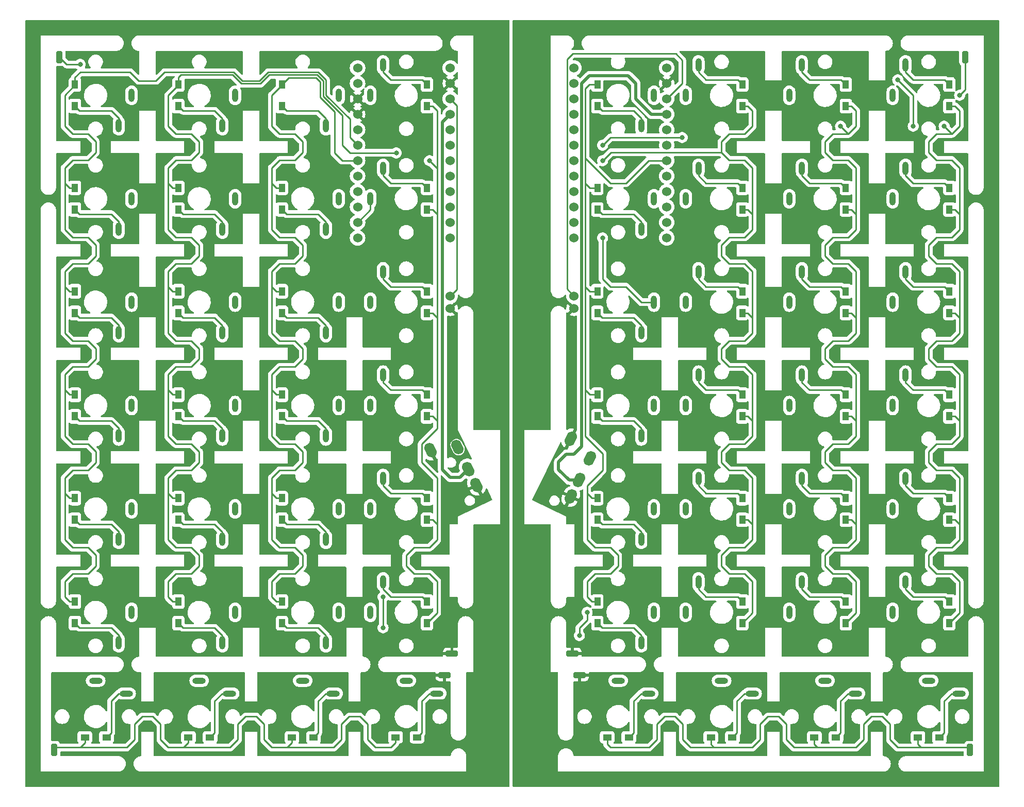
<source format=gbr>
%TF.GenerationSoftware,KiCad,Pcbnew,7.0.11+dfsg-1build4*%
%TF.CreationDate,2024-10-06T17:58:57+09:00*%
%TF.ProjectId,NotEnoughCompromises,4e6f7445-6e6f-4756-9768-436f6d70726f,rev?*%
%TF.SameCoordinates,Original*%
%TF.FileFunction,Copper,L2,Bot*%
%TF.FilePolarity,Positive*%
%FSLAX46Y46*%
G04 Gerber Fmt 4.6, Leading zero omitted, Abs format (unit mm)*
G04 Created by KiCad (PCBNEW 7.0.11+dfsg-1build4) date 2024-10-06 17:58:57*
%MOMM*%
%LPD*%
G01*
G04 APERTURE LIST*
G04 Aperture macros list*
%AMRoundRect*
0 Rectangle with rounded corners*
0 $1 Rounding radius*
0 $2 $3 $4 $5 $6 $7 $8 $9 X,Y pos of 4 corners*
0 Add a 4 corners polygon primitive as box body*
4,1,4,$2,$3,$4,$5,$6,$7,$8,$9,$2,$3,0*
0 Add four circle primitives for the rounded corners*
1,1,$1+$1,$2,$3*
1,1,$1+$1,$4,$5*
1,1,$1+$1,$6,$7*
1,1,$1+$1,$8,$9*
0 Add four rect primitives between the rounded corners*
20,1,$1+$1,$2,$3,$4,$5,0*
20,1,$1+$1,$4,$5,$6,$7,0*
20,1,$1+$1,$6,$7,$8,$9,0*
20,1,$1+$1,$8,$9,$2,$3,0*%
%AMHorizOval*
0 Thick line with rounded ends*
0 $1 width*
0 $2 $3 position (X,Y) of the first rounded end (center of the circle)*
0 $4 $5 position (X,Y) of the second rounded end (center of the circle)*
0 Add line between two ends*
20,1,$1,$2,$3,$4,$5,0*
0 Add two circle primitives to create the rounded ends*
1,1,$1,$2,$3*
1,1,$1,$4,$5*%
G04 Aperture macros list end*
%TA.AperFunction,ComponentPad*%
%ADD10O,1.000000X2.200000*%
%TD*%
%TA.AperFunction,ComponentPad*%
%ADD11O,2.200000X1.000000*%
%TD*%
%TA.AperFunction,ComponentPad*%
%ADD12C,1.524000*%
%TD*%
%TA.AperFunction,SMDPad,CuDef*%
%ADD13RoundRect,0.250000X0.250000X0.750000X-0.250000X0.750000X-0.250000X-0.750000X0.250000X-0.750000X0*%
%TD*%
%TA.AperFunction,SMDPad,CuDef*%
%ADD14R,1.000000X1.400000*%
%TD*%
%TA.AperFunction,ComponentPad*%
%ADD15HorizOval,1.700000X-0.177047X-0.358684X0.177047X0.358684X0*%
%TD*%
%TA.AperFunction,SMDPad,CuDef*%
%ADD16RoundRect,0.250000X-0.750000X0.250000X-0.750000X-0.250000X0.750000X-0.250000X0.750000X0.250000X0*%
%TD*%
%TA.AperFunction,SMDPad,CuDef*%
%ADD17R,1.400000X1.000000*%
%TD*%
%TA.AperFunction,SMDPad,CuDef*%
%ADD18RoundRect,0.250000X0.750000X-0.250000X0.750000X0.250000X-0.750000X0.250000X-0.750000X-0.250000X0*%
%TD*%
%TA.AperFunction,ComponentPad*%
%ADD19HorizOval,1.700000X-0.177053X0.358681X0.177053X-0.358681X0*%
%TD*%
%TA.AperFunction,ViaPad*%
%ADD20C,0.800000*%
%TD*%
%TA.AperFunction,Conductor*%
%ADD21C,0.250000*%
%TD*%
%TA.AperFunction,Conductor*%
%ADD22C,0.500000*%
%TD*%
G04 APERTURE END LIST*
D10*
%TO.P,SW6,1,1*%
%TO.N,Net-(D6-A)*%
X116730000Y-63330000D03*
%TO.P,SW6,2,2*%
%TO.N,l_col1*%
X118830000Y-58330000D03*
%TD*%
%TO.P,SW38,1,1*%
%TO.N,Net-(D36-A)*%
X194910000Y-104330000D03*
%TO.P,SW38,2,2*%
%TO.N,r_col4*%
X192810000Y-109330000D03*
%TD*%
%TO.P,SW1,1,1*%
%TO.N,Net-(D1-A)*%
X126130000Y-36330000D03*
%TO.P,SW1,2,2*%
%TO.N,l_col0*%
X124030000Y-41330000D03*
%TD*%
D11*
%TO.P,SW23,1,1*%
%TO.N,Net-(D23-A)*%
X117930000Y-139670000D03*
%TO.P,SW23,2,2*%
%TO.N,Net-(J10-Pin_1)*%
X112930000Y-137570000D03*
%TD*%
%TO.P,SW13,1,1*%
%TO.N,Net-(D13-A)*%
X83930000Y-139670000D03*
%TO.P,SW13,2,2*%
%TO.N,Net-(J6-Pin_1)*%
X78930000Y-137570000D03*
%TD*%
%TO.P,SW18,1,1*%
%TO.N,Net-(D18-A)*%
X100930000Y-139670000D03*
%TO.P,SW18,2,2*%
%TO.N,Net-(J8-Pin_1)*%
X95930000Y-137570000D03*
%TD*%
D10*
%TO.P,SW17,1,1*%
%TO.N,Net-(D17-A)*%
X82730000Y-97330000D03*
%TO.P,SW17,2,2*%
%TO.N,l_col3*%
X84830000Y-92330000D03*
%TD*%
%TO.P,SW34,1,1*%
%TO.N,Net-(D32-A)*%
X211910000Y-121330000D03*
%TO.P,SW34,2,2*%
%TO.N,r_col5*%
X209810000Y-126330000D03*
%TD*%
%TO.P,SW43,1,1*%
%TO.N,Net-(D41-A)*%
X194910000Y-87330000D03*
%TO.P,SW43,2,2*%
%TO.N,r_col3*%
X192810000Y-92330000D03*
%TD*%
%TO.P,SW22,1,1*%
%TO.N,Net-(D22-A)*%
X82730000Y-114330000D03*
%TO.P,SW22,2,2*%
%TO.N,l_col4*%
X84830000Y-109330000D03*
%TD*%
%TO.P,SW14,1,1*%
%TO.N,Net-(D14-A)*%
X126130000Y-87330000D03*
%TO.P,SW14,2,2*%
%TO.N,l_col3*%
X124030000Y-92330000D03*
%TD*%
%TO.P,SW53,1,1*%
%TO.N,Net-(D51-A)*%
X194910000Y-53330000D03*
%TO.P,SW53,2,2*%
%TO.N,r_col1*%
X192810000Y-58330000D03*
%TD*%
%TO.P,SW31,1,1*%
%TO.N,Net-(D29-A)*%
X168510000Y-131330000D03*
%TO.P,SW31,2,2*%
%TO.N,r_col5*%
X170610000Y-126330000D03*
%TD*%
%TO.P,SW36,1,1*%
%TO.N,Net-(D34-A)*%
X168510000Y-114330000D03*
%TO.P,SW36,2,2*%
%TO.N,r_col4*%
X170610000Y-109330000D03*
%TD*%
%TO.P,SW55,1,1*%
%TO.N,Net-(D53-A)*%
X168510000Y-46330000D03*
%TO.P,SW55,2,2*%
%TO.N,r_col0*%
X170610000Y-41330000D03*
%TD*%
D12*
%TO.P,SW30,1,1*%
%TO.N,r_GND*%
X157480000Y-76342000D03*
%TO.P,SW30,2,2*%
%TO.N,r_reset*%
X157480000Y-74318000D03*
%TD*%
D10*
%TO.P,SW39,1,1*%
%TO.N,Net-(D37-A)*%
X211910000Y-104330000D03*
%TO.P,SW39,2,2*%
%TO.N,r_col4*%
X209810000Y-109330000D03*
%TD*%
%TO.P,SW37,1,1*%
%TO.N,Net-(D35-A)*%
X177910000Y-104330000D03*
%TO.P,SW37,2,2*%
%TO.N,r_col4*%
X175810000Y-109330000D03*
%TD*%
%TO.P,SW8,1,1*%
%TO.N,Net-(D8-A)*%
X82730000Y-63330000D03*
%TO.P,SW8,2,2*%
%TO.N,l_col1*%
X84830000Y-58330000D03*
%TD*%
%TO.P,SW20,1,1*%
%TO.N,Net-(D20-A)*%
X116730000Y-114330000D03*
%TO.P,SW20,2,2*%
%TO.N,l_col4*%
X118830000Y-109330000D03*
%TD*%
%TO.P,SW32,1,1*%
%TO.N,Net-(D30-A)*%
X177910000Y-121330000D03*
%TO.P,SW32,2,2*%
%TO.N,r_col5*%
X175810000Y-126330000D03*
%TD*%
%TO.P,SW25,1,1*%
%TO.N,Net-(D24-A)*%
X126130000Y-121330000D03*
%TO.P,SW25,2,2*%
%TO.N,l_col5*%
X124030000Y-126330000D03*
%TD*%
%TO.P,SW54,1,1*%
%TO.N,Net-(D52-A)*%
X211910000Y-53330000D03*
%TO.P,SW54,2,2*%
%TO.N,r_col1*%
X209810000Y-58330000D03*
%TD*%
%TO.P,SW12,1,1*%
%TO.N,Net-(D12-A)*%
X82730000Y-80330000D03*
%TO.P,SW12,2,2*%
%TO.N,l_col2*%
X84830000Y-75330000D03*
%TD*%
%TO.P,SW26,1,1*%
%TO.N,Net-(D25-A)*%
X116730000Y-131330000D03*
%TO.P,SW26,2,2*%
%TO.N,l_col5*%
X118830000Y-126330000D03*
%TD*%
%TO.P,SW58,1,1*%
%TO.N,Net-(D56-A)*%
X211910000Y-36330000D03*
%TO.P,SW58,2,2*%
%TO.N,r_col0*%
X209810000Y-41330000D03*
%TD*%
%TO.P,SW56,1,1*%
%TO.N,Net-(D54-A)*%
X177910000Y-36330000D03*
%TO.P,SW56,2,2*%
%TO.N,r_col0*%
X175810000Y-41330000D03*
%TD*%
%TO.P,SW47,1,1*%
%TO.N,Net-(D45-A)*%
X177910000Y-70330000D03*
%TO.P,SW47,2,2*%
%TO.N,r_col2*%
X175810000Y-75330000D03*
%TD*%
%TO.P,SW9,1,1*%
%TO.N,Net-(D9-A)*%
X126130000Y-70330000D03*
%TO.P,SW9,2,2*%
%TO.N,l_col2*%
X124030000Y-75330000D03*
%TD*%
%TO.P,SW4,1,1*%
%TO.N,Net-(D4-A)*%
X82730000Y-46330000D03*
%TO.P,SW4,2,2*%
%TO.N,l_col0*%
X84830000Y-41330000D03*
%TD*%
D11*
%TO.P,SW45,1,1*%
%TO.N,Net-(D43-A)*%
X203710000Y-139670000D03*
%TO.P,SW45,2,2*%
%TO.N,Net-(J22-Pin_1)*%
X198710000Y-137570000D03*
%TD*%
%TO.P,SW40,1,1*%
%TO.N,Net-(D38-A)*%
X186710000Y-139670000D03*
%TO.P,SW40,2,2*%
%TO.N,Net-(J20-Pin_1)*%
X181710000Y-137570000D03*
%TD*%
D10*
%TO.P,SW15,1,1*%
%TO.N,Net-(D15-A)*%
X116730000Y-97330000D03*
%TO.P,SW15,2,2*%
%TO.N,l_col3*%
X118830000Y-92330000D03*
%TD*%
%TO.P,SW51,1,1*%
%TO.N,Net-(D49-A)*%
X168510000Y-63330000D03*
%TO.P,SW51,2,2*%
%TO.N,r_col1*%
X170610000Y-58330000D03*
%TD*%
%TO.P,SW33,1,1*%
%TO.N,Net-(D31-A)*%
X194910000Y-121330000D03*
%TO.P,SW33,2,2*%
%TO.N,r_col5*%
X192810000Y-126330000D03*
%TD*%
%TO.P,SW48,1,1*%
%TO.N,Net-(D46-A)*%
X194910000Y-70330000D03*
%TO.P,SW48,2,2*%
%TO.N,r_col2*%
X192810000Y-75330000D03*
%TD*%
%TO.P,SW16,1,1*%
%TO.N,Net-(D16-A)*%
X99730000Y-97330000D03*
%TO.P,SW16,2,2*%
%TO.N,l_col3*%
X101830000Y-92330000D03*
%TD*%
%TO.P,SW46,1,1*%
%TO.N,Net-(D44-A)*%
X168510000Y-80330000D03*
%TO.P,SW46,2,2*%
%TO.N,r_col2*%
X170610000Y-75330000D03*
%TD*%
%TO.P,SW2,1,1*%
%TO.N,Net-(D2-A)*%
X116730000Y-46330000D03*
%TO.P,SW2,2,2*%
%TO.N,l_col0*%
X118830000Y-41330000D03*
%TD*%
%TO.P,SW28,1,1*%
%TO.N,Net-(D27-A)*%
X82730000Y-131330000D03*
%TO.P,SW28,2,2*%
%TO.N,l_col5*%
X84830000Y-126330000D03*
%TD*%
%TO.P,SW49,1,1*%
%TO.N,Net-(D47-A)*%
X211910000Y-70330000D03*
%TO.P,SW49,2,2*%
%TO.N,r_col2*%
X209810000Y-75330000D03*
%TD*%
%TO.P,SW42,1,1*%
%TO.N,Net-(D40-A)*%
X177910000Y-87330000D03*
%TO.P,SW42,2,2*%
%TO.N,r_col3*%
X175810000Y-92330000D03*
%TD*%
%TO.P,SW11,1,1*%
%TO.N,Net-(D11-A)*%
X99730000Y-80330000D03*
%TO.P,SW11,2,2*%
%TO.N,l_col2*%
X101830000Y-75330000D03*
%TD*%
%TO.P,SW44,1,1*%
%TO.N,Net-(D42-A)*%
X211910000Y-87330000D03*
%TO.P,SW44,2,2*%
%TO.N,r_col3*%
X209810000Y-92330000D03*
%TD*%
%TO.P,SW10,1,1*%
%TO.N,Net-(D10-A)*%
X116730000Y-80330000D03*
%TO.P,SW10,2,2*%
%TO.N,l_col2*%
X118830000Y-75330000D03*
%TD*%
D11*
%TO.P,SW29,1,1*%
%TO.N,Net-(D28-A)*%
X134930000Y-139670000D03*
%TO.P,SW29,2,2*%
%TO.N,Net-(J13-Pin_1)*%
X129930000Y-137570000D03*
%TD*%
D10*
%TO.P,SW52,1,1*%
%TO.N,Net-(D50-A)*%
X177910000Y-53330000D03*
%TO.P,SW52,2,2*%
%TO.N,r_col1*%
X175810000Y-58330000D03*
%TD*%
D12*
%TO.P,SW24,1,1*%
%TO.N,l_GND*%
X137160000Y-76342000D03*
%TO.P,SW24,2,2*%
%TO.N,l_reset*%
X137160000Y-74318000D03*
%TD*%
D10*
%TO.P,SW57,1,1*%
%TO.N,Net-(D55-A)*%
X194910000Y-36330000D03*
%TO.P,SW57,2,2*%
%TO.N,r_col0*%
X192810000Y-41330000D03*
%TD*%
%TO.P,SW41,1,1*%
%TO.N,Net-(D39-A)*%
X168510000Y-97330000D03*
%TO.P,SW41,2,2*%
%TO.N,r_col3*%
X170610000Y-92330000D03*
%TD*%
%TO.P,SW27,1,1*%
%TO.N,Net-(D26-A)*%
X99730000Y-131330000D03*
%TO.P,SW27,2,2*%
%TO.N,l_col5*%
X101830000Y-126330000D03*
%TD*%
%TO.P,SW3,1,1*%
%TO.N,Net-(D3-A)*%
X99730000Y-46330000D03*
%TO.P,SW3,2,2*%
%TO.N,l_col0*%
X101830000Y-41330000D03*
%TD*%
%TO.P,SW5,1,1*%
%TO.N,Net-(D5-A)*%
X126130000Y-53330000D03*
%TO.P,SW5,2,2*%
%TO.N,l_col1*%
X124030000Y-58330000D03*
%TD*%
%TO.P,SW7,1,1*%
%TO.N,Net-(D7-A)*%
X99730000Y-63330000D03*
%TO.P,SW7,2,2*%
%TO.N,l_col1*%
X101830000Y-58330000D03*
%TD*%
%TO.P,SW19,1,1*%
%TO.N,Net-(D19-A)*%
X126130000Y-104330000D03*
%TO.P,SW19,2,2*%
%TO.N,l_col4*%
X124030000Y-109330000D03*
%TD*%
%TO.P,SW21,1,1*%
%TO.N,Net-(D21-A)*%
X99730000Y-114330000D03*
%TO.P,SW21,2,2*%
%TO.N,l_col4*%
X101830000Y-109330000D03*
%TD*%
D11*
%TO.P,SW35,1,1*%
%TO.N,Net-(D33-A)*%
X169710000Y-139670000D03*
%TO.P,SW35,2,2*%
%TO.N,Net-(J18-Pin_1)*%
X164710000Y-137570000D03*
%TD*%
%TO.P,SW50,1,1*%
%TO.N,Net-(D48-A)*%
X220710000Y-139670000D03*
%TO.P,SW50,2,2*%
%TO.N,Net-(J24-Pin_1)*%
X215710000Y-137570000D03*
%TD*%
D13*
%TO.P,J4,1,Pin_1*%
%TO.N,Net-(D13-K)*%
X72130000Y-148970000D03*
%TD*%
D14*
%TO.P,D20,1,K*%
%TO.N,l_row1*%
X109530000Y-107555000D03*
%TO.P,D20,2,A*%
%TO.N,Net-(D20-A)*%
X109530000Y-111105000D03*
%TD*%
%TO.P,D22,1,K*%
%TO.N,l_row3*%
X75530000Y-107555000D03*
%TO.P,D22,2,A*%
%TO.N,Net-(D22-A)*%
X75530000Y-111105000D03*
%TD*%
%TO.P,D3,1,K*%
%TO.N,l_row2*%
X92530000Y-39555000D03*
%TO.P,D3,2,A*%
%TO.N,Net-(D3-A)*%
X92530000Y-43105000D03*
%TD*%
%TO.P,D17,1,K*%
%TO.N,l_row3*%
X75530000Y-90555000D03*
%TO.P,D17,2,A*%
%TO.N,Net-(D17-A)*%
X75530000Y-94105000D03*
%TD*%
%TO.P,D2,1,K*%
%TO.N,l_row1*%
X109530000Y-39555000D03*
%TO.P,D2,2,A*%
%TO.N,Net-(D2-A)*%
X109530000Y-43105000D03*
%TD*%
%TO.P,D6,1,K*%
%TO.N,l_row1*%
X109530000Y-56555000D03*
%TO.P,D6,2,A*%
%TO.N,Net-(D6-A)*%
X109530000Y-60105000D03*
%TD*%
D15*
%TO.P,J16,A*%
%TO.N,r_GND*%
X156949793Y-97819319D03*
%TO.P,J16,B*%
X156953730Y-107300352D03*
%TO.P,J16,C*%
%TO.N,r_VCC*%
X158281582Y-104610220D03*
%TO.P,J16,D*%
%TO.N,r_data*%
X160052051Y-101023378D03*
%TD*%
D14*
%TO.P,D27,1,K*%
%TO.N,l_row3*%
X75530000Y-124555000D03*
%TO.P,D27,2,A*%
%TO.N,Net-(D27-A)*%
X75530000Y-128105000D03*
%TD*%
%TO.P,D12,1,K*%
%TO.N,l_row3*%
X75530000Y-73555000D03*
%TO.P,D12,2,A*%
%TO.N,Net-(D12-A)*%
X75530000Y-77105000D03*
%TD*%
%TO.P,D10,1,K*%
%TO.N,l_row1*%
X109530000Y-73555000D03*
%TO.P,D10,2,A*%
%TO.N,Net-(D10-A)*%
X109530000Y-77105000D03*
%TD*%
%TO.P,D37,1,K*%
%TO.N,r_row3*%
X219110000Y-111105000D03*
%TO.P,D37,2,A*%
%TO.N,Net-(D37-A)*%
X219110000Y-107555000D03*
%TD*%
D16*
%TO.P,J1,1,Pin_1*%
%TO.N,l_GND*%
X137430000Y-133130000D03*
%TD*%
D13*
%TO.P,J14,1,Pin_1*%
%TO.N,r_row4*%
X221710000Y-35030000D03*
%TD*%
D14*
%TO.P,D42,1,K*%
%TO.N,r_row3*%
X219110000Y-94105000D03*
%TO.P,D42,2,A*%
%TO.N,Net-(D42-A)*%
X219110000Y-90555000D03*
%TD*%
%TO.P,D51,1,K*%
%TO.N,r_row2*%
X202110000Y-60105000D03*
%TO.P,D51,2,A*%
%TO.N,Net-(D51-A)*%
X202110000Y-56555000D03*
%TD*%
%TO.P,D5,1,K*%
%TO.N,l_row0*%
X133330000Y-60105000D03*
%TO.P,D5,2,A*%
%TO.N,Net-(D5-A)*%
X133330000Y-56555000D03*
%TD*%
%TO.P,D8,1,K*%
%TO.N,l_row3*%
X75530000Y-56555000D03*
%TO.P,D8,2,A*%
%TO.N,Net-(D8-A)*%
X75530000Y-60105000D03*
%TD*%
%TO.P,D31,1,K*%
%TO.N,r_row2*%
X202110000Y-128105000D03*
%TO.P,D31,2,A*%
%TO.N,Net-(D31-A)*%
X202110000Y-124555000D03*
%TD*%
%TO.P,D34,1,K*%
%TO.N,r_row0*%
X161310000Y-107555000D03*
%TO.P,D34,2,A*%
%TO.N,Net-(D34-A)*%
X161310000Y-111105000D03*
%TD*%
D17*
%TO.P,D13,1,K*%
%TO.N,Net-(D13-K)*%
X77155000Y-146870000D03*
%TO.P,D13,2,A*%
%TO.N,Net-(D13-A)*%
X80705000Y-146870000D03*
%TD*%
D14*
%TO.P,D11,1,K*%
%TO.N,l_row2*%
X92530000Y-73555000D03*
%TO.P,D11,2,A*%
%TO.N,Net-(D11-A)*%
X92530000Y-77105000D03*
%TD*%
%TO.P,D44,1,K*%
%TO.N,r_row0*%
X161310000Y-73555000D03*
%TO.P,D44,2,A*%
%TO.N,Net-(D44-A)*%
X161310000Y-77105000D03*
%TD*%
%TO.P,D15,1,K*%
%TO.N,l_row1*%
X109530000Y-90555000D03*
%TO.P,D15,2,A*%
%TO.N,Net-(D15-A)*%
X109530000Y-94105000D03*
%TD*%
%TO.P,D1,1,K*%
%TO.N,l_row0*%
X133330000Y-43105000D03*
%TO.P,D1,2,A*%
%TO.N,Net-(D1-A)*%
X133330000Y-39555000D03*
%TD*%
D17*
%TO.P,D28,1,K*%
%TO.N,Net-(D13-K)*%
X128155000Y-146870000D03*
%TO.P,D28,2,A*%
%TO.N,Net-(D28-A)*%
X131705000Y-146870000D03*
%TD*%
D14*
%TO.P,D47,1,K*%
%TO.N,r_row3*%
X219110000Y-77105000D03*
%TO.P,D47,2,A*%
%TO.N,Net-(D47-A)*%
X219110000Y-73555000D03*
%TD*%
D18*
%TO.P,J25,1,Pin_1*%
%TO.N,r_GND*%
X157210000Y-133130000D03*
%TD*%
D14*
%TO.P,D30,1,K*%
%TO.N,r_row1*%
X185110000Y-128105000D03*
%TO.P,D30,2,A*%
%TO.N,Net-(D30-A)*%
X185110000Y-124555000D03*
%TD*%
%TO.P,D50,1,K*%
%TO.N,r_row1*%
X185110000Y-60105000D03*
%TO.P,D50,2,A*%
%TO.N,Net-(D50-A)*%
X185110000Y-56555000D03*
%TD*%
D18*
%TO.P,J26,1,Pin_1*%
%TO.N,r_GND*%
X158410000Y-136670000D03*
%TD*%
D14*
%TO.P,D16,1,K*%
%TO.N,l_row2*%
X92530000Y-90555000D03*
%TO.P,D16,2,A*%
%TO.N,Net-(D16-A)*%
X92530000Y-94105000D03*
%TD*%
%TO.P,D41,1,K*%
%TO.N,r_row2*%
X202110000Y-94105000D03*
%TO.P,D41,2,A*%
%TO.N,Net-(D41-A)*%
X202110000Y-90555000D03*
%TD*%
%TO.P,D9,1,K*%
%TO.N,l_row0*%
X133330000Y-77105000D03*
%TO.P,D9,2,A*%
%TO.N,Net-(D9-A)*%
X133330000Y-73555000D03*
%TD*%
D16*
%TO.P,J3,1,Pin_1*%
%TO.N,l_GND*%
X136230000Y-136670000D03*
%TD*%
D14*
%TO.P,D36,1,K*%
%TO.N,r_row2*%
X202110000Y-111105000D03*
%TO.P,D36,2,A*%
%TO.N,Net-(D36-A)*%
X202110000Y-107555000D03*
%TD*%
D12*
%TO.P,U1,1,TX0/D3*%
%TO.N,l_data*%
X121940000Y-36830000D03*
%TO.P,U1,2,RX1/D2*%
%TO.N,unconnected-(U1-RX1{slash}D2-Pad2)*%
X121940000Y-39370000D03*
%TO.P,U1,3,GND*%
%TO.N,l_GND*%
X121940000Y-41910000D03*
%TO.P,U1,4,GND*%
X121940000Y-44450000D03*
%TO.P,U1,5,2/D1/SDA*%
%TO.N,unconnected-(U1-2{slash}D1{slash}SDA-Pad5)*%
X121940000Y-46990000D03*
%TO.P,U1,6,3/D0/SCL*%
%TO.N,l_row3*%
X121940000Y-49530000D03*
%TO.P,U1,7,4/D4*%
%TO.N,l_row1*%
X121940000Y-52070000D03*
%TO.P,U1,8,5/C6*%
%TO.N,unconnected-(U1-5{slash}C6-Pad8)*%
X121940000Y-54610000D03*
%TO.P,U1,9,6/D7*%
%TO.N,unconnected-(U1-6{slash}D7-Pad9)*%
X121940000Y-57150000D03*
%TO.P,U1,10,7/E6*%
%TO.N,l_col0*%
X121940000Y-59690000D03*
%TO.P,U1,11,8/B4*%
%TO.N,l_col1*%
X121940000Y-62230000D03*
%TO.P,U1,12,9/B5*%
%TO.N,l_col2*%
X121940000Y-64770000D03*
%TO.P,U1,13,B6/10*%
%TO.N,l_col5*%
X137160000Y-64770000D03*
%TO.P,U1,14,B2/16*%
%TO.N,l_col4*%
X137160000Y-62230000D03*
%TO.P,U1,15,B3/14*%
%TO.N,l_col3*%
X137160000Y-59690000D03*
%TO.P,U1,16,B1/15*%
%TO.N,unconnected-(U1-B1{slash}15-Pad16)*%
X137160000Y-57150000D03*
%TO.P,U1,17,F7/A0*%
%TO.N,unconnected-(U1-F7{slash}A0-Pad17)*%
X137160000Y-54610000D03*
%TO.P,U1,18,F6/A1*%
%TO.N,l_row0*%
X137160000Y-52070000D03*
%TO.P,U1,19,F5/A2*%
%TO.N,l_row2*%
X137160000Y-49530000D03*
%TO.P,U1,20,F4/A3*%
%TO.N,l_row4*%
X137160000Y-46990000D03*
%TO.P,U1,21,VCC*%
%TO.N,l_VCC*%
X137160000Y-44450000D03*
%TO.P,U1,22,RST*%
%TO.N,l_reset*%
X137160000Y-41910000D03*
%TO.P,U1,23,GND*%
%TO.N,l_GND*%
X137160000Y-39370000D03*
%TO.P,U1,24,RAW*%
%TO.N,unconnected-(U1-RAW-Pad24)*%
X137160000Y-36830000D03*
%TD*%
D14*
%TO.P,D39,1,K*%
%TO.N,r_row0*%
X161310000Y-90555000D03*
%TO.P,D39,2,A*%
%TO.N,Net-(D39-A)*%
X161310000Y-94105000D03*
%TD*%
D13*
%TO.P,J2,1,Pin_1*%
%TO.N,l_row4*%
X72930000Y-35030000D03*
%TD*%
D12*
%TO.P,U2,1,TX0/D3*%
%TO.N,r_data*%
X157480000Y-36830000D03*
%TO.P,U2,2,RX1/D2*%
%TO.N,unconnected-(U2-RX1{slash}D2-Pad2)*%
X157480000Y-39370000D03*
%TO.P,U2,3,GND*%
%TO.N,r_GND*%
X157480000Y-41910000D03*
%TO.P,U2,4,GND*%
X157480000Y-44450000D03*
%TO.P,U2,5,2/D1/SDA*%
%TO.N,unconnected-(U2-2{slash}D1{slash}SDA-Pad5)*%
X157480000Y-46990000D03*
%TO.P,U2,6,3/D0/SCL*%
%TO.N,r_row3*%
X157480000Y-49530000D03*
%TO.P,U2,7,4/D4*%
%TO.N,r_row1*%
X157480000Y-52070000D03*
%TO.P,U2,8,5/C6*%
%TO.N,unconnected-(U2-5{slash}C6-Pad8)*%
X157480000Y-54610000D03*
%TO.P,U2,9,6/D7*%
%TO.N,unconnected-(U2-6{slash}D7-Pad9)*%
X157480000Y-57150000D03*
%TO.P,U2,10,7/E6*%
%TO.N,r_col0*%
X157480000Y-59690000D03*
%TO.P,U2,11,8/B4*%
%TO.N,r_col1*%
X157480000Y-62230000D03*
%TO.P,U2,12,9/B5*%
%TO.N,r_col2*%
X157480000Y-64770000D03*
%TO.P,U2,13,B6/10*%
%TO.N,r_col5*%
X172700000Y-64770000D03*
%TO.P,U2,14,B2/16*%
%TO.N,r_col4*%
X172700000Y-62230000D03*
%TO.P,U2,15,B3/14*%
%TO.N,r_col3*%
X172700000Y-59690000D03*
%TO.P,U2,16,B1/15*%
%TO.N,unconnected-(U2-B1{slash}15-Pad16)*%
X172700000Y-57150000D03*
%TO.P,U2,17,F7/A0*%
%TO.N,unconnected-(U2-F7{slash}A0-Pad17)*%
X172700000Y-54610000D03*
%TO.P,U2,18,F6/A1*%
%TO.N,r_row0*%
X172700000Y-52070000D03*
%TO.P,U2,19,F5/A2*%
%TO.N,r_row2*%
X172700000Y-49530000D03*
%TO.P,U2,20,F4/A3*%
%TO.N,r_row4*%
X172700000Y-46990000D03*
%TO.P,U2,21,VCC*%
%TO.N,r_VCC*%
X172700000Y-44450000D03*
%TO.P,U2,22,RST*%
%TO.N,r_reset*%
X172700000Y-41910000D03*
%TO.P,U2,23,GND*%
%TO.N,r_GND*%
X172700000Y-39370000D03*
%TO.P,U2,24,RAW*%
%TO.N,unconnected-(U2-RAW-Pad24)*%
X172700000Y-36830000D03*
%TD*%
D14*
%TO.P,D53,1,K*%
%TO.N,r_row0*%
X161310000Y-39555000D03*
%TO.P,D53,2,A*%
%TO.N,Net-(D53-A)*%
X161310000Y-43105000D03*
%TD*%
%TO.P,D4,1,K*%
%TO.N,l_row3*%
X75530000Y-39555000D03*
%TO.P,D4,2,A*%
%TO.N,Net-(D4-A)*%
X75530000Y-43105000D03*
%TD*%
%TO.P,D35,1,K*%
%TO.N,r_row1*%
X185110000Y-111105000D03*
%TO.P,D35,2,A*%
%TO.N,Net-(D35-A)*%
X185110000Y-107555000D03*
%TD*%
%TO.P,D49,1,K*%
%TO.N,r_row0*%
X161310000Y-56555000D03*
%TO.P,D49,2,A*%
%TO.N,Net-(D49-A)*%
X161310000Y-60105000D03*
%TD*%
%TO.P,D54,1,K*%
%TO.N,r_row1*%
X185110000Y-43105000D03*
%TO.P,D54,2,A*%
%TO.N,Net-(D54-A)*%
X185110000Y-39555000D03*
%TD*%
D19*
%TO.P,J11,A*%
%TO.N,l_GND*%
X133923854Y-99678436D03*
%TO.P,J11,B*%
X141452387Y-105441351D03*
%TO.P,J11,C*%
%TO.N,l_VCC*%
X140124488Y-102751243D03*
%TO.P,J11,D*%
%TO.N,l_data*%
X138353956Y-99164431D03*
%TD*%
D14*
%TO.P,D26,1,K*%
%TO.N,l_row2*%
X92530000Y-124555000D03*
%TO.P,D26,2,A*%
%TO.N,Net-(D26-A)*%
X92530000Y-128105000D03*
%TD*%
%TO.P,D32,1,K*%
%TO.N,r_row3*%
X219110000Y-128105000D03*
%TO.P,D32,2,A*%
%TO.N,Net-(D32-A)*%
X219110000Y-124555000D03*
%TD*%
D17*
%TO.P,D23,1,K*%
%TO.N,Net-(D13-K)*%
X111155000Y-146870000D03*
%TO.P,D23,2,A*%
%TO.N,Net-(D23-A)*%
X114705000Y-146870000D03*
%TD*%
D14*
%TO.P,D29,1,K*%
%TO.N,r_row0*%
X161310000Y-124555000D03*
%TO.P,D29,2,A*%
%TO.N,Net-(D29-A)*%
X161310000Y-128105000D03*
%TD*%
D17*
%TO.P,D43,1,K*%
%TO.N,Net-(D33-K)*%
X196935000Y-146870000D03*
%TO.P,D43,2,A*%
%TO.N,Net-(D43-A)*%
X200485000Y-146870000D03*
%TD*%
D14*
%TO.P,D55,1,K*%
%TO.N,r_row2*%
X202110000Y-43105000D03*
%TO.P,D55,2,A*%
%TO.N,Net-(D55-A)*%
X202110000Y-39555000D03*
%TD*%
%TO.P,D46,1,K*%
%TO.N,r_row2*%
X202110000Y-77105000D03*
%TO.P,D46,2,A*%
%TO.N,Net-(D46-A)*%
X202110000Y-73555000D03*
%TD*%
%TO.P,D14,1,K*%
%TO.N,l_row0*%
X133330000Y-94105000D03*
%TO.P,D14,2,A*%
%TO.N,Net-(D14-A)*%
X133330000Y-90555000D03*
%TD*%
%TO.P,D45,1,K*%
%TO.N,r_row1*%
X185110000Y-77105000D03*
%TO.P,D45,2,A*%
%TO.N,Net-(D45-A)*%
X185110000Y-73555000D03*
%TD*%
D13*
%TO.P,J15,1,Pin_1*%
%TO.N,Net-(D33-K)*%
X222510000Y-148970000D03*
%TD*%
D14*
%TO.P,D52,1,K*%
%TO.N,r_row3*%
X219110000Y-60105000D03*
%TO.P,D52,2,A*%
%TO.N,Net-(D52-A)*%
X219110000Y-56555000D03*
%TD*%
D17*
%TO.P,D38,1,K*%
%TO.N,Net-(D33-K)*%
X179935000Y-146870000D03*
%TO.P,D38,2,A*%
%TO.N,Net-(D38-A)*%
X183485000Y-146870000D03*
%TD*%
%TO.P,D48,1,K*%
%TO.N,Net-(D33-K)*%
X213935000Y-146870000D03*
%TO.P,D48,2,A*%
%TO.N,Net-(D48-A)*%
X217485000Y-146870000D03*
%TD*%
D14*
%TO.P,D56,1,K*%
%TO.N,r_row3*%
X219110000Y-43105000D03*
%TO.P,D56,2,A*%
%TO.N,Net-(D56-A)*%
X219110000Y-39555000D03*
%TD*%
%TO.P,D19,1,K*%
%TO.N,l_row0*%
X133330000Y-111105000D03*
%TO.P,D19,2,A*%
%TO.N,Net-(D19-A)*%
X133330000Y-107555000D03*
%TD*%
D17*
%TO.P,D33,1,K*%
%TO.N,Net-(D33-K)*%
X162935000Y-146870000D03*
%TO.P,D33,2,A*%
%TO.N,Net-(D33-A)*%
X166485000Y-146870000D03*
%TD*%
D14*
%TO.P,D7,1,K*%
%TO.N,l_row2*%
X92530000Y-56555000D03*
%TO.P,D7,2,A*%
%TO.N,Net-(D7-A)*%
X92530000Y-60105000D03*
%TD*%
D17*
%TO.P,D18,1,K*%
%TO.N,Net-(D13-K)*%
X94155000Y-146870000D03*
%TO.P,D18,2,A*%
%TO.N,Net-(D18-A)*%
X97705000Y-146870000D03*
%TD*%
D14*
%TO.P,D24,1,K*%
%TO.N,l_row0*%
X133330000Y-128105000D03*
%TO.P,D24,2,A*%
%TO.N,Net-(D24-A)*%
X133330000Y-124555000D03*
%TD*%
%TO.P,D21,1,K*%
%TO.N,l_row2*%
X92530000Y-107555000D03*
%TO.P,D21,2,A*%
%TO.N,Net-(D21-A)*%
X92530000Y-111105000D03*
%TD*%
%TO.P,D40,1,K*%
%TO.N,r_row1*%
X185110000Y-94105000D03*
%TO.P,D40,2,A*%
%TO.N,Net-(D40-A)*%
X185110000Y-90555000D03*
%TD*%
%TO.P,D25,1,K*%
%TO.N,l_row1*%
X109530000Y-124555000D03*
%TO.P,D25,2,A*%
%TO.N,Net-(D25-A)*%
X109530000Y-128105000D03*
%TD*%
D20*
%TO.N,l_row0*%
X133740000Y-52070000D03*
%TO.N,l_row2*%
X128290000Y-50800000D03*
%TO.N,r_row1*%
X162170000Y-52070000D03*
%TO.N,r_row2*%
X201250000Y-46410000D03*
%TO.N,r_row3*%
X162170000Y-49530000D03*
X175240000Y-48260000D03*
X218250000Y-46410000D03*
%TO.N,l_GND*%
X84010000Y-87250000D03*
X84010000Y-53250000D03*
X124850000Y-80410000D03*
X118010000Y-104250000D03*
X73850000Y-138390000D03*
X118010000Y-70250000D03*
X90850000Y-138390000D03*
X124850000Y-114410000D03*
X136280000Y-128870000D03*
X118010000Y-87250000D03*
X127020000Y-62230000D03*
X124850000Y-131410000D03*
X101010000Y-36250000D03*
X84010000Y-36250000D03*
X84010000Y-70250000D03*
X118010000Y-53250000D03*
X124850000Y-97410000D03*
X107850000Y-138390000D03*
X124850000Y-138390000D03*
X118010000Y-36250000D03*
X84010000Y-121250000D03*
X118010000Y-121250000D03*
X101010000Y-70250000D03*
X101010000Y-121250000D03*
X101010000Y-87250000D03*
X84010000Y-104250000D03*
X127020000Y-46990000D03*
X101010000Y-104250000D03*
X101010000Y-53250000D03*
%TO.N,r_GND*%
X210630000Y-114410000D03*
X169790000Y-60960000D03*
X193630000Y-46410000D03*
X210630000Y-97410000D03*
X210630000Y-80410000D03*
X210630000Y-138390000D03*
X169790000Y-137120000D03*
X162170000Y-45720000D03*
X176630000Y-46410000D03*
X169790000Y-70250000D03*
X176630000Y-97410000D03*
X169790000Y-121250000D03*
X210630000Y-46410000D03*
X193630000Y-114410000D03*
X176630000Y-138390000D03*
X159630000Y-147280000D03*
X193630000Y-131410000D03*
X176630000Y-80410000D03*
X169790000Y-104250000D03*
X193630000Y-63410000D03*
X210630000Y-63410000D03*
X176630000Y-63410000D03*
X167250000Y-52070000D03*
X176630000Y-114410000D03*
X193630000Y-80410000D03*
X176630000Y-131410000D03*
X169790000Y-87250000D03*
X193630000Y-97410000D03*
X210630000Y-131410000D03*
X193630000Y-138390000D03*
X169790000Y-54610000D03*
%TO.N,l_row4*%
X76390000Y-36250000D03*
%TO.N,l_col4*%
X126120000Y-128870000D03*
X126120000Y-123790000D03*
%TO.N,r_row4*%
X220790000Y-41330000D03*
%TO.N,r_col4*%
X158360000Y-130140000D03*
X159630000Y-126330000D03*
%TO.N,r_col1*%
X213170000Y-46410000D03*
X210630000Y-38790000D03*
%TO.N,r_col2*%
X162170000Y-64770000D03*
%TD*%
D21*
%TO.N,Net-(D33-K)*%
X192360000Y-144740000D02*
X191090000Y-143470000D01*
X192360000Y-147280000D02*
X192360000Y-144740000D01*
X191090000Y-143470000D02*
X189330000Y-143470000D01*
%TO.N,r_row2*%
X201250000Y-46410000D02*
X202520000Y-47680000D01*
%TO.N,r_row3*%
X218250000Y-46410000D02*
X219520000Y-47680000D01*
X216980000Y-47680000D02*
X215710000Y-48950000D01*
X219520000Y-47680000D02*
X216980000Y-47680000D01*
X215710000Y-48950000D02*
X215710000Y-50710000D01*
X216980000Y-51980000D02*
X215710000Y-50710000D01*
X219520000Y-51980000D02*
X216980000Y-51980000D01*
X216980000Y-64680000D02*
X215710000Y-65950000D01*
X219520000Y-64680000D02*
X216980000Y-64680000D01*
X215710000Y-65950000D02*
X215710000Y-67710000D01*
X216980000Y-68980000D02*
X215710000Y-67710000D01*
X219520000Y-68980000D02*
X216980000Y-68980000D01*
X216980000Y-81680000D02*
X215710000Y-82950000D01*
X219520000Y-81680000D02*
X216980000Y-81680000D01*
X215710000Y-82950000D02*
X215710000Y-84710000D01*
X216980000Y-85980000D02*
X215710000Y-84710000D01*
X219520000Y-85980000D02*
X216980000Y-85980000D01*
X216980000Y-98680000D02*
X215710000Y-99950000D01*
X219520000Y-98680000D02*
X216980000Y-98680000D01*
X215710000Y-99950000D02*
X215710000Y-101710000D01*
X216980000Y-102980000D02*
X215710000Y-101710000D01*
X219520000Y-102980000D02*
X216980000Y-102980000D01*
X216980000Y-115680000D02*
X215710000Y-116950000D01*
X219520000Y-115680000D02*
X216980000Y-115680000D01*
X215710000Y-116950000D02*
X215710000Y-118710000D01*
X216980000Y-119980000D02*
X215710000Y-118710000D01*
X219520000Y-119980000D02*
X216980000Y-119980000D01*
%TO.N,Net-(D33-K)*%
X209360000Y-144740000D02*
X208090000Y-143470000D01*
X209360000Y-147280000D02*
X209360000Y-144740000D01*
X208090000Y-143470000D02*
X206330000Y-143470000D01*
X210630000Y-148550000D02*
X209360000Y-147280000D01*
X205060000Y-144740000D02*
X206330000Y-143470000D01*
X205060000Y-147280000D02*
X205060000Y-144740000D01*
%TO.N,r_row2*%
X199980000Y-119980000D02*
X198710000Y-118710000D01*
X202520000Y-119980000D02*
X199980000Y-119980000D01*
X198710000Y-118710000D02*
X198710000Y-116950000D01*
X199980000Y-115680000D02*
X198710000Y-116950000D01*
X202520000Y-115680000D02*
X199980000Y-115680000D01*
X199980000Y-102980000D02*
X198710000Y-101710000D01*
X198710000Y-101710000D02*
X198710000Y-99950000D01*
X202520000Y-102980000D02*
X199980000Y-102980000D01*
X199980000Y-98680000D02*
X198710000Y-99950000D01*
X202520000Y-98680000D02*
X199980000Y-98680000D01*
X199980000Y-85980000D02*
X198710000Y-84710000D01*
X202520000Y-85980000D02*
X199980000Y-85980000D01*
X198710000Y-84710000D02*
X198710000Y-82950000D01*
X199980000Y-81680000D02*
X198710000Y-82950000D01*
X202520000Y-81680000D02*
X199980000Y-81680000D01*
X199980000Y-68980000D02*
X198710000Y-67710000D01*
X202520000Y-68980000D02*
X199980000Y-68980000D01*
X198710000Y-67710000D02*
X198710000Y-65950000D01*
X199980000Y-64680000D02*
X198710000Y-65950000D01*
X202520000Y-64680000D02*
X199980000Y-64680000D01*
X199980000Y-51980000D02*
X198710000Y-50710000D01*
X202520000Y-51980000D02*
X199980000Y-51980000D01*
X198710000Y-50710000D02*
X198710000Y-48950000D01*
X199980000Y-47680000D02*
X198710000Y-48950000D01*
X202520000Y-47680000D02*
X199980000Y-47680000D01*
%TO.N,r_row1*%
X181710000Y-50710000D02*
X163530000Y-50710000D01*
X163530000Y-50710000D02*
X162170000Y-52070000D01*
X182980000Y-47680000D02*
X181710000Y-48950000D01*
X185520000Y-47680000D02*
X182980000Y-47680000D01*
X181710000Y-48950000D02*
X181710000Y-50710000D01*
X182980000Y-51980000D02*
X181710000Y-50710000D01*
X185520000Y-51980000D02*
X182980000Y-51980000D01*
X182980000Y-64680000D02*
X181710000Y-65950000D01*
X181710000Y-65950000D02*
X181710000Y-67710000D01*
X185520000Y-64680000D02*
X182980000Y-64680000D01*
X182980000Y-68980000D02*
X181710000Y-67710000D01*
X185520000Y-68980000D02*
X182980000Y-68980000D01*
X182980000Y-81680000D02*
X181710000Y-82950000D01*
X185520000Y-81680000D02*
X182980000Y-81680000D01*
X181710000Y-82950000D02*
X181710000Y-84710000D01*
X182980000Y-85980000D02*
X181710000Y-84710000D01*
X185520000Y-85980000D02*
X182980000Y-85980000D01*
X182980000Y-98680000D02*
X181710000Y-99950000D01*
X181710000Y-99950000D02*
X181710000Y-101710000D01*
X185520000Y-98680000D02*
X182980000Y-98680000D01*
X182980000Y-102980000D02*
X181710000Y-101710000D01*
X185520000Y-102980000D02*
X182980000Y-102980000D01*
X182980000Y-115680000D02*
X181710000Y-116950000D01*
X185520000Y-115680000D02*
X182980000Y-115680000D01*
X181710000Y-116950000D02*
X181710000Y-118710000D01*
X182980000Y-119980000D02*
X181710000Y-118710000D01*
X185520000Y-119980000D02*
X182980000Y-119980000D01*
%TO.N,Net-(D33-K)*%
X188060000Y-144740000D02*
X189330000Y-143470000D01*
X188060000Y-147280000D02*
X188060000Y-144740000D01*
X175360000Y-144740000D02*
X174090000Y-143470000D01*
X175360000Y-147280000D02*
X175360000Y-144740000D01*
X174090000Y-143470000D02*
X172330000Y-143470000D01*
X171060000Y-144740000D02*
X172330000Y-143470000D01*
X171060000Y-147280000D02*
X171060000Y-144740000D01*
%TO.N,Net-(D13-K)*%
X123580000Y-144740000D02*
X122310000Y-143470000D01*
X122310000Y-143470000D02*
X120550000Y-143470000D01*
X123580000Y-147280000D02*
X123580000Y-144740000D01*
X102280000Y-144740000D02*
X103550000Y-143470000D01*
X102280000Y-147280000D02*
X102280000Y-144740000D01*
X103550000Y-143470000D02*
X105310000Y-143470000D01*
X119280000Y-144740000D02*
X120550000Y-143470000D01*
X119280000Y-147280000D02*
X119280000Y-144740000D01*
X106580000Y-144740000D02*
X105310000Y-143470000D01*
X106580000Y-147280000D02*
X106580000Y-144740000D01*
%TO.N,l_row1*%
X111660000Y-119980000D02*
X112930000Y-118710000D01*
X109120000Y-119980000D02*
X111660000Y-119980000D01*
X112930000Y-118710000D02*
X112930000Y-116950000D01*
X111660000Y-115680000D02*
X112930000Y-116950000D01*
X109120000Y-115680000D02*
X111660000Y-115680000D01*
X111660000Y-102980000D02*
X112930000Y-101710000D01*
X109120000Y-102980000D02*
X111660000Y-102980000D01*
X112930000Y-101710000D02*
X112930000Y-99950000D01*
X111660000Y-98680000D02*
X112930000Y-99950000D01*
X109120000Y-98680000D02*
X111660000Y-98680000D01*
X111660000Y-85980000D02*
X112930000Y-84710000D01*
X109120000Y-85980000D02*
X111660000Y-85980000D01*
X112930000Y-84710000D02*
X112930000Y-82950000D01*
X111660000Y-81680000D02*
X112930000Y-82950000D01*
X109120000Y-81680000D02*
X111660000Y-81680000D01*
X111660000Y-68980000D02*
X112930000Y-67710000D01*
X109120000Y-68980000D02*
X111660000Y-68980000D01*
X112930000Y-67710000D02*
X112930000Y-65950000D01*
X111660000Y-64680000D02*
X112930000Y-65950000D01*
X109120000Y-64680000D02*
X111660000Y-64680000D01*
X111660000Y-51980000D02*
X112930000Y-50710000D01*
X109120000Y-51980000D02*
X111660000Y-51980000D01*
X112930000Y-50710000D02*
X112930000Y-48950000D01*
X111660000Y-47680000D02*
X112930000Y-48950000D01*
X109120000Y-47680000D02*
X111660000Y-47680000D01*
%TO.N,l_row2*%
X94660000Y-47680000D02*
X95930000Y-48950000D01*
X92120000Y-47680000D02*
X94660000Y-47680000D01*
X95930000Y-48950000D02*
X95930000Y-50710000D01*
X94660000Y-51980000D02*
X95930000Y-50710000D01*
X92120000Y-51980000D02*
X94660000Y-51980000D01*
X94660000Y-64680000D02*
X95930000Y-65950000D01*
X92120000Y-64680000D02*
X94660000Y-64680000D01*
X95930000Y-65950000D02*
X95930000Y-67710000D01*
X94660000Y-68980000D02*
X95930000Y-67710000D01*
X92120000Y-68980000D02*
X94660000Y-68980000D01*
X94660000Y-81680000D02*
X95930000Y-82950000D01*
X95930000Y-82950000D02*
X95930000Y-84710000D01*
X92120000Y-81680000D02*
X94660000Y-81680000D01*
X94660000Y-85980000D02*
X95930000Y-84710000D01*
X92120000Y-85980000D02*
X94660000Y-85980000D01*
X94660000Y-98680000D02*
X95930000Y-99950000D01*
X92120000Y-98680000D02*
X94660000Y-98680000D01*
X95930000Y-99950000D02*
X95930000Y-101710000D01*
X94660000Y-102980000D02*
X95930000Y-101710000D01*
X92120000Y-102980000D02*
X94660000Y-102980000D01*
X94660000Y-115680000D02*
X95930000Y-116950000D01*
X92120000Y-115680000D02*
X94660000Y-115680000D01*
X95930000Y-116950000D02*
X95930000Y-118710000D01*
X94660000Y-119980000D02*
X95930000Y-118710000D01*
X92120000Y-119980000D02*
X94660000Y-119980000D01*
%TO.N,Net-(D13-K)*%
X89580000Y-144740000D02*
X88310000Y-143470000D01*
X89580000Y-147280000D02*
X89580000Y-144740000D01*
X88310000Y-143470000D02*
X86550000Y-143470000D01*
X85280000Y-144740000D02*
X86550000Y-143470000D01*
X85280000Y-147280000D02*
X85280000Y-144740000D01*
%TO.N,l_row3*%
X77660000Y-119980000D02*
X78930000Y-118710000D01*
X75120000Y-119980000D02*
X77660000Y-119980000D01*
X78930000Y-118710000D02*
X78930000Y-116950000D01*
X77660000Y-115680000D02*
X78930000Y-116950000D01*
X75120000Y-115680000D02*
X77660000Y-115680000D01*
X77660000Y-102980000D02*
X78930000Y-101710000D01*
X75120000Y-102980000D02*
X77660000Y-102980000D01*
X78930000Y-101710000D02*
X78930000Y-99950000D01*
X77660000Y-98680000D02*
X78930000Y-99950000D01*
X75120000Y-98680000D02*
X77660000Y-98680000D01*
X77660000Y-85980000D02*
X78930000Y-84710000D01*
X75120000Y-85980000D02*
X77660000Y-85980000D01*
X78930000Y-84710000D02*
X78930000Y-82950000D01*
X77660000Y-81680000D02*
X78930000Y-82950000D01*
X75120000Y-81680000D02*
X77660000Y-81680000D01*
X77660000Y-68980000D02*
X78930000Y-67710000D01*
X75120000Y-68980000D02*
X77660000Y-68980000D01*
X78930000Y-67710000D02*
X78930000Y-65950000D01*
X77660000Y-64680000D02*
X78930000Y-65950000D01*
X75120000Y-64680000D02*
X77660000Y-64680000D01*
X77660000Y-51980000D02*
X78930000Y-50710000D01*
X75120000Y-51980000D02*
X77660000Y-51980000D01*
X78930000Y-50710000D02*
X78930000Y-48950000D01*
X77660000Y-47680000D02*
X78930000Y-48950000D01*
X75120000Y-47680000D02*
X77660000Y-47680000D01*
%TO.N,l_row0*%
X135010000Y-94870000D02*
X135010000Y-96140000D01*
X133330000Y-43105000D02*
X134245000Y-43105000D01*
X133330000Y-77105000D02*
X134245000Y-77105000D01*
X135010000Y-114410000D02*
X133740000Y-115680000D01*
X135010000Y-96140000D02*
X132470000Y-98680000D01*
X135010000Y-104250000D02*
X132470000Y-101710000D01*
X131200000Y-115680000D02*
X129930000Y-116950000D01*
X133330000Y-60105000D02*
X134245000Y-60105000D01*
X135010000Y-121250000D02*
X135010000Y-126425000D01*
X135010000Y-104250000D02*
X135010000Y-114410000D01*
X135010000Y-77870000D02*
X135010000Y-94870000D01*
X134245000Y-60105000D02*
X135010000Y-60870000D01*
X133330000Y-94105000D02*
X134245000Y-94105000D01*
X133740000Y-52070000D02*
X135010000Y-53340000D01*
X135010000Y-126425000D02*
X133330000Y-128105000D01*
X133740000Y-119980000D02*
X135010000Y-121250000D01*
X134245000Y-43105000D02*
X135010000Y-43870000D01*
X129930000Y-116950000D02*
X129930000Y-118710000D01*
X133740000Y-119980000D02*
X131200000Y-119980000D01*
X131200000Y-119980000D02*
X129930000Y-118710000D01*
X134245000Y-94105000D02*
X135010000Y-94870000D01*
X135010000Y-53340000D02*
X135010000Y-60870000D01*
X135010000Y-60870000D02*
X135010000Y-77870000D01*
X133330000Y-111105000D02*
X134245000Y-111105000D01*
X133740000Y-115680000D02*
X131200000Y-115680000D01*
X135010000Y-43870000D02*
X135010000Y-53340000D01*
X134245000Y-77105000D02*
X135010000Y-77870000D01*
X132470000Y-101710000D02*
X132470000Y-98680000D01*
X134245000Y-111105000D02*
X135010000Y-111870000D01*
%TO.N,Net-(D1-A)*%
X127390000Y-38790000D02*
X132565000Y-38790000D01*
X126130000Y-37530000D02*
X127390000Y-38790000D01*
X126130000Y-36330000D02*
X126130000Y-37530000D01*
X132565000Y-38790000D02*
X133330000Y-39555000D01*
%TO.N,l_row1*%
X107850000Y-53250000D02*
X109120000Y-51980000D01*
X115097208Y-38420000D02*
X115840000Y-39162792D01*
X121940000Y-52070000D02*
X119400000Y-52070000D01*
X107850000Y-41330000D02*
X107850000Y-46410000D01*
X109530000Y-56555000D02*
X108615000Y-56555000D01*
X108615000Y-107555000D02*
X107850000Y-106790000D01*
X109120000Y-47680000D02*
X107850000Y-46410000D01*
X108615000Y-124555000D02*
X107850000Y-123790000D01*
X107850000Y-97410000D02*
X107850000Y-87250000D01*
X119400000Y-52070000D02*
X118130000Y-50800000D01*
X107850000Y-123790000D02*
X107850000Y-121250000D01*
X115840000Y-41702792D02*
X118130000Y-43992792D01*
X109120000Y-115680000D02*
X107850000Y-114410000D01*
X107850000Y-104250000D02*
X109120000Y-102980000D01*
X108615000Y-73555000D02*
X107850000Y-72790000D01*
X109530000Y-73555000D02*
X108615000Y-73555000D01*
X109530000Y-107555000D02*
X108615000Y-107555000D01*
X107850000Y-80410000D02*
X107850000Y-70250000D01*
X109120000Y-81680000D02*
X107850000Y-80410000D01*
X109530000Y-90555000D02*
X108615000Y-90555000D01*
X107850000Y-63410000D02*
X107850000Y-53250000D01*
X110665000Y-38420000D02*
X115097208Y-38420000D01*
X109120000Y-64680000D02*
X107850000Y-63410000D01*
X107850000Y-87250000D02*
X109120000Y-85980000D01*
X109530000Y-39555000D02*
X110665000Y-38420000D01*
X118130000Y-43992792D02*
X118130000Y-50800000D01*
X107850000Y-121250000D02*
X109120000Y-119980000D01*
X107850000Y-114410000D02*
X107850000Y-104250000D01*
X115840000Y-39162792D02*
X115840000Y-41702792D01*
X109530000Y-39650000D02*
X107850000Y-41330000D01*
X109120000Y-98680000D02*
X107850000Y-97410000D01*
X109530000Y-39555000D02*
X109530000Y-39650000D01*
X109530000Y-124555000D02*
X108615000Y-124555000D01*
X108615000Y-56555000D02*
X107850000Y-55790000D01*
X107850000Y-70250000D02*
X109120000Y-68980000D01*
X108615000Y-90555000D02*
X107850000Y-89790000D01*
%TO.N,Net-(D2-A)*%
X115470000Y-43870000D02*
X110295000Y-43870000D01*
X110295000Y-43870000D02*
X109530000Y-43105000D01*
X116730000Y-46330000D02*
X116730000Y-45130000D01*
X116730000Y-45130000D02*
X115470000Y-43870000D01*
%TO.N,l_row2*%
X91615000Y-90555000D02*
X90850000Y-89790000D01*
X92530000Y-39650000D02*
X90850000Y-41330000D01*
X92120000Y-98680000D02*
X90850000Y-97410000D01*
X92120000Y-115680000D02*
X90850000Y-114410000D01*
X90850000Y-53250000D02*
X92120000Y-51980000D01*
X92120000Y-47680000D02*
X90850000Y-46410000D01*
X101406827Y-37970000D02*
X102841827Y-39405000D01*
X92530000Y-39555000D02*
X92530000Y-38380000D01*
X106018173Y-39405000D02*
X107453173Y-37970000D01*
X92530000Y-38380000D02*
X92940000Y-37970000D01*
X120670000Y-50800000D02*
X119400000Y-49530000D01*
X102841827Y-39405000D02*
X106018173Y-39405000D01*
X92120000Y-64680000D02*
X90850000Y-63410000D01*
X90850000Y-114410000D02*
X90850000Y-104250000D01*
X90850000Y-104250000D02*
X92120000Y-102980000D01*
X115283604Y-37970000D02*
X116290000Y-38976396D01*
X92530000Y-73555000D02*
X91615000Y-73555000D01*
X91615000Y-56555000D02*
X90850000Y-55790000D01*
X107453173Y-37970000D02*
X115283604Y-37970000D01*
X90850000Y-121250000D02*
X92120000Y-119980000D01*
X92530000Y-90555000D02*
X91615000Y-90555000D01*
X90850000Y-80410000D02*
X90850000Y-70250000D01*
X119400000Y-49530000D02*
X119400000Y-44626396D01*
X92530000Y-39555000D02*
X92530000Y-39650000D01*
X90850000Y-87250000D02*
X92120000Y-85980000D01*
X91615000Y-73555000D02*
X90850000Y-72790000D01*
X90850000Y-63410000D02*
X90850000Y-53250000D01*
X92530000Y-107555000D02*
X91615000Y-107555000D01*
X128290000Y-50800000D02*
X120670000Y-50800000D01*
X91615000Y-124555000D02*
X90850000Y-123790000D01*
X90850000Y-41330000D02*
X90850000Y-46410000D01*
X92940000Y-37970000D02*
X101406827Y-37970000D01*
X92530000Y-56555000D02*
X91615000Y-56555000D01*
X91615000Y-107555000D02*
X90850000Y-106790000D01*
X116290000Y-38976396D02*
X116290000Y-41516396D01*
X119400000Y-44626396D02*
X116290000Y-41516396D01*
X90850000Y-97410000D02*
X90850000Y-87250000D01*
X90850000Y-70250000D02*
X92120000Y-68980000D01*
X92120000Y-81680000D02*
X90850000Y-80410000D01*
X90850000Y-123790000D02*
X90850000Y-121250000D01*
X92530000Y-124555000D02*
X91615000Y-124555000D01*
%TO.N,Net-(D3-A)*%
X98470000Y-43870000D02*
X93295000Y-43870000D01*
X93295000Y-43870000D02*
X92530000Y-43105000D01*
X99730000Y-45130000D02*
X98470000Y-43870000D01*
X99730000Y-46330000D02*
X99730000Y-45130000D01*
%TO.N,l_row3*%
X73850000Y-121250000D02*
X75120000Y-119980000D01*
X74615000Y-107555000D02*
X73850000Y-106790000D01*
X73850000Y-104250000D02*
X75120000Y-102980000D01*
X73850000Y-80410000D02*
X73850000Y-70250000D01*
X74615000Y-124555000D02*
X73850000Y-123790000D01*
X75530000Y-39555000D02*
X75530000Y-39650000D01*
X73850000Y-123790000D02*
X73850000Y-121250000D01*
X75530000Y-73555000D02*
X74615000Y-73555000D01*
X105831777Y-38955000D02*
X103028223Y-38955000D01*
X74615000Y-90555000D02*
X73850000Y-89790000D01*
X73850000Y-87250000D02*
X75120000Y-85980000D01*
X75120000Y-64680000D02*
X73850000Y-63410000D01*
X75120000Y-98680000D02*
X73850000Y-97410000D01*
X75530000Y-124555000D02*
X74615000Y-124555000D01*
X115470000Y-37520000D02*
X107266777Y-37520000D01*
X73850000Y-114410000D02*
X73850000Y-104250000D01*
X116740000Y-41330000D02*
X116740000Y-38790000D01*
X90266777Y-37520000D02*
X88831777Y-38955000D01*
X75120000Y-47680000D02*
X73850000Y-46410000D01*
X116740000Y-38790000D02*
X115470000Y-37520000D01*
X120670000Y-48260000D02*
X120670000Y-45260000D01*
X75530000Y-38380000D02*
X76390000Y-37520000D01*
X73850000Y-41330000D02*
X73850000Y-46410000D01*
X75530000Y-107555000D02*
X74615000Y-107555000D01*
X88831777Y-38955000D02*
X86028223Y-38955000D01*
X73850000Y-53250000D02*
X75120000Y-51980000D01*
X84593223Y-37520000D02*
X86028223Y-38955000D01*
X75120000Y-115680000D02*
X73850000Y-114410000D01*
X73850000Y-70250000D02*
X75120000Y-68980000D01*
X120670000Y-45260000D02*
X116740000Y-41330000D01*
X75530000Y-39650000D02*
X73850000Y-41330000D01*
X107266777Y-37520000D02*
X105831777Y-38955000D01*
X74615000Y-73555000D02*
X73850000Y-72790000D01*
X84593223Y-37520000D02*
X76390000Y-37520000D01*
X74615000Y-56555000D02*
X73850000Y-55790000D01*
X73850000Y-63410000D02*
X73850000Y-53250000D01*
X121940000Y-49530000D02*
X120670000Y-48260000D01*
X75120000Y-81680000D02*
X73850000Y-80410000D01*
X75530000Y-56555000D02*
X74615000Y-56555000D01*
X90266777Y-37520000D02*
X101593223Y-37520000D01*
X73850000Y-97410000D02*
X73850000Y-87250000D01*
X101593223Y-37520000D02*
X103028223Y-38955000D01*
X75530000Y-90555000D02*
X74615000Y-90555000D01*
X75530000Y-39555000D02*
X75530000Y-38380000D01*
%TO.N,Net-(D4-A)*%
X76295000Y-43870000D02*
X75530000Y-43105000D01*
X82740000Y-45140000D02*
X81470000Y-43870000D01*
X82740000Y-46320000D02*
X82740000Y-45140000D01*
X81470000Y-43870000D02*
X76295000Y-43870000D01*
X82730000Y-46330000D02*
X82740000Y-46320000D01*
%TO.N,Net-(D5-A)*%
X127390000Y-55790000D02*
X132565000Y-55790000D01*
X132565000Y-55790000D02*
X133330000Y-56555000D01*
X126130000Y-53330000D02*
X126130000Y-54530000D01*
X126130000Y-54530000D02*
X127390000Y-55790000D01*
%TO.N,Net-(D6-A)*%
X116730000Y-63330000D02*
X116730000Y-62130000D01*
X116730000Y-62130000D02*
X115470000Y-60870000D01*
X110295000Y-60870000D02*
X109530000Y-60105000D01*
X115470000Y-60870000D02*
X110295000Y-60870000D01*
%TO.N,Net-(D7-A)*%
X93295000Y-60870000D02*
X92530000Y-60105000D01*
X99730000Y-62130000D02*
X98470000Y-60870000D01*
X99730000Y-63330000D02*
X99730000Y-62130000D01*
X98470000Y-60870000D02*
X93295000Y-60870000D01*
%TO.N,Net-(D8-A)*%
X82740000Y-62140000D02*
X81470000Y-60870000D01*
X81470000Y-60870000D02*
X76295000Y-60870000D01*
X82730000Y-63330000D02*
X82730000Y-62150000D01*
X82730000Y-62150000D02*
X82740000Y-62140000D01*
X76295000Y-60870000D02*
X75530000Y-60105000D01*
%TO.N,Net-(D9-A)*%
X127390000Y-72790000D02*
X132565000Y-72790000D01*
X126130000Y-71530000D02*
X127390000Y-72790000D01*
X126130000Y-70330000D02*
X126130000Y-71530000D01*
X132565000Y-72790000D02*
X133330000Y-73555000D01*
%TO.N,Net-(D10-A)*%
X116730000Y-80330000D02*
X116730000Y-79130000D01*
X115470000Y-77870000D02*
X110295000Y-77870000D01*
X116730000Y-79130000D02*
X115470000Y-77870000D01*
X110295000Y-77870000D02*
X109530000Y-77105000D01*
%TO.N,Net-(D11-A)*%
X99730000Y-80330000D02*
X99730000Y-79130000D01*
X99730000Y-79130000D02*
X98470000Y-77870000D01*
X98470000Y-77870000D02*
X93295000Y-77870000D01*
X93295000Y-77870000D02*
X92530000Y-77105000D01*
%TO.N,Net-(D12-A)*%
X76295000Y-77870000D02*
X75530000Y-77105000D01*
X82730000Y-80330000D02*
X82730000Y-79150000D01*
X82730000Y-79150000D02*
X82740000Y-79140000D01*
X81470000Y-77870000D02*
X76295000Y-77870000D01*
X82740000Y-79140000D02*
X81470000Y-77870000D01*
%TO.N,Net-(D13-A)*%
X81470000Y-140930000D02*
X81470000Y-146105000D01*
X81470000Y-146105000D02*
X80705000Y-146870000D01*
X83930000Y-139670000D02*
X82730000Y-139670000D01*
X82730000Y-139670000D02*
X81470000Y-140930000D01*
%TO.N,Net-(D14-A)*%
X132565000Y-89790000D02*
X133330000Y-90555000D01*
X127390000Y-89790000D02*
X132565000Y-89790000D01*
X126130000Y-88530000D02*
X127390000Y-89790000D01*
X126130000Y-87330000D02*
X126130000Y-88530000D01*
%TO.N,Net-(D15-A)*%
X116730000Y-97330000D02*
X116730000Y-96130000D01*
X110295000Y-94870000D02*
X109530000Y-94105000D01*
X116730000Y-96130000D02*
X115470000Y-94870000D01*
X115470000Y-94870000D02*
X110295000Y-94870000D01*
%TO.N,Net-(D16-A)*%
X99730000Y-96130000D02*
X98470000Y-94870000D01*
X98470000Y-94870000D02*
X93295000Y-94870000D01*
X99730000Y-97330000D02*
X99730000Y-96130000D01*
X93295000Y-94870000D02*
X92530000Y-94105000D01*
%TO.N,Net-(D17-A)*%
X76295000Y-94870000D02*
X75530000Y-94105000D01*
X82730000Y-96150000D02*
X82740000Y-96140000D01*
X82740000Y-96140000D02*
X81470000Y-94870000D01*
X82730000Y-97330000D02*
X82730000Y-96150000D01*
X81470000Y-94870000D02*
X76295000Y-94870000D01*
%TO.N,Net-(D18-A)*%
X99730000Y-139670000D02*
X98470000Y-140930000D01*
X98470000Y-140930000D02*
X98470000Y-146105000D01*
X98470000Y-146105000D02*
X97705000Y-146870000D01*
X100930000Y-139670000D02*
X99730000Y-139670000D01*
%TO.N,Net-(D19-A)*%
X126130000Y-105530000D02*
X127390000Y-106790000D01*
X127390000Y-106790000D02*
X132565000Y-106790000D01*
X126130000Y-104330000D02*
X126130000Y-105530000D01*
X132565000Y-106790000D02*
X133330000Y-107555000D01*
%TO.N,Net-(D20-A)*%
X110295000Y-111870000D02*
X109530000Y-111105000D01*
X115470000Y-111870000D02*
X110295000Y-111870000D01*
X116730000Y-114330000D02*
X116730000Y-113130000D01*
X116730000Y-113130000D02*
X115470000Y-111870000D01*
%TO.N,Net-(D21-A)*%
X99730000Y-113130000D02*
X98470000Y-111870000D01*
X99730000Y-114330000D02*
X99730000Y-113130000D01*
X98470000Y-111870000D02*
X93295000Y-111870000D01*
X93295000Y-111870000D02*
X92530000Y-111105000D01*
%TO.N,Net-(D22-A)*%
X82740000Y-113140000D02*
X81470000Y-111870000D01*
X82730000Y-114330000D02*
X82730000Y-113150000D01*
X81470000Y-111870000D02*
X76295000Y-111870000D01*
X76295000Y-111870000D02*
X75530000Y-111105000D01*
X82730000Y-113150000D02*
X82740000Y-113140000D01*
%TO.N,Net-(D23-A)*%
X115470000Y-146105000D02*
X114705000Y-146870000D01*
X116730000Y-139670000D02*
X115470000Y-140930000D01*
X115470000Y-140930000D02*
X115470000Y-146105000D01*
X117930000Y-139670000D02*
X116730000Y-139670000D01*
%TO.N,Net-(D24-A)*%
X126130000Y-122530000D02*
X127390000Y-123790000D01*
X127390000Y-123790000D02*
X132565000Y-123790000D01*
X132565000Y-123790000D02*
X133330000Y-124555000D01*
X126130000Y-121330000D02*
X126130000Y-122530000D01*
%TO.N,Net-(D25-A)*%
X116730000Y-131330000D02*
X116730000Y-130130000D01*
X116730000Y-130130000D02*
X115470000Y-128870000D01*
X110295000Y-128870000D02*
X109530000Y-128105000D01*
X115470000Y-128870000D02*
X110295000Y-128870000D01*
%TO.N,Net-(D26-A)*%
X99730000Y-131330000D02*
X99730000Y-130130000D01*
X99730000Y-130130000D02*
X98470000Y-128870000D01*
X98470000Y-128870000D02*
X93295000Y-128870000D01*
X93295000Y-128870000D02*
X92530000Y-128105000D01*
%TO.N,Net-(D27-A)*%
X82740000Y-131320000D02*
X82740000Y-130140000D01*
X81470000Y-128870000D02*
X76295000Y-128870000D01*
X82730000Y-131330000D02*
X82740000Y-131320000D01*
X76295000Y-128870000D02*
X75530000Y-128105000D01*
X82740000Y-130140000D02*
X81470000Y-128870000D01*
%TO.N,Net-(D28-A)*%
X132470000Y-146105000D02*
X131705000Y-146870000D01*
X132470000Y-140930000D02*
X132470000Y-146105000D01*
X134930000Y-139670000D02*
X133730000Y-139670000D01*
X133730000Y-139670000D02*
X132470000Y-140930000D01*
%TO.N,r_row0*%
X159630000Y-106790000D02*
X159630000Y-105520000D01*
X161310000Y-39555000D02*
X160030000Y-39555000D01*
X160090000Y-73555000D02*
X159325000Y-72790000D01*
X160900000Y-115680000D02*
X163440000Y-115680000D01*
X169700000Y-52070000D02*
X165980000Y-55790000D01*
X159325000Y-97410000D02*
X159325000Y-89790000D01*
X163440000Y-115680000D02*
X164710000Y-116950000D01*
X163440000Y-119980000D02*
X164710000Y-118710000D01*
X160900000Y-115680000D02*
X159630000Y-114410000D01*
X160090000Y-90555000D02*
X159325000Y-89790000D01*
X161310000Y-56555000D02*
X160090000Y-56555000D01*
X159325000Y-55790000D02*
X159325000Y-50710000D01*
X160900000Y-119980000D02*
X163440000Y-119980000D01*
X159325000Y-89790000D02*
X159325000Y-72790000D01*
X159630000Y-114410000D02*
X159630000Y-106790000D01*
X159325000Y-72790000D02*
X159325000Y-55790000D01*
X161310000Y-73555000D02*
X160090000Y-73555000D01*
X172700000Y-52070000D02*
X169700000Y-52070000D01*
X161310000Y-107555000D02*
X160395000Y-107555000D01*
X164710000Y-118710000D02*
X164710000Y-116950000D01*
X159325000Y-50710000D02*
X159325000Y-40260000D01*
X163440000Y-55790000D02*
X159325000Y-51675000D01*
X165980000Y-55790000D02*
X163440000Y-55790000D01*
X161310000Y-90555000D02*
X160090000Y-90555000D01*
X162170000Y-102980000D02*
X162170000Y-100255000D01*
X160395000Y-107555000D02*
X159630000Y-106790000D01*
X162170000Y-100255000D02*
X159325000Y-97410000D01*
X159325000Y-51675000D02*
X159325000Y-50710000D01*
X160030000Y-39555000D02*
X159325000Y-40260000D01*
X160395000Y-124555000D02*
X159630000Y-123790000D01*
X160090000Y-56555000D02*
X159325000Y-55790000D01*
X159630000Y-105520000D02*
X162170000Y-102980000D01*
X159630000Y-121250000D02*
X160900000Y-119980000D01*
X161310000Y-124555000D02*
X160395000Y-124555000D01*
X159630000Y-123790000D02*
X159630000Y-121250000D01*
%TO.N,Net-(D29-A)*%
X162075000Y-128870000D02*
X167250000Y-128870000D01*
X167250000Y-128870000D02*
X168510000Y-130130000D01*
X168510000Y-130130000D02*
X168510000Y-131330000D01*
X161310000Y-128105000D02*
X162075000Y-128870000D01*
%TO.N,r_row1*%
X186025000Y-77105000D02*
X186790000Y-77870000D01*
X186790000Y-104250000D02*
X186790000Y-111870000D01*
X186790000Y-77870000D02*
X186790000Y-80410000D01*
X186790000Y-121250000D02*
X186790000Y-126425000D01*
X185110000Y-94105000D02*
X186025000Y-94105000D01*
X186790000Y-46410000D02*
X185520000Y-47680000D01*
X186790000Y-97410000D02*
X185520000Y-98680000D01*
X186790000Y-43870000D02*
X186790000Y-46410000D01*
X186790000Y-80410000D02*
X185520000Y-81680000D01*
X185110000Y-111105000D02*
X186025000Y-111105000D01*
X186790000Y-111870000D02*
X186790000Y-114410000D01*
X185110000Y-43105000D02*
X186025000Y-43105000D01*
X186025000Y-60105000D02*
X186790000Y-60870000D01*
X186790000Y-87250000D02*
X186790000Y-94870000D01*
X185520000Y-51980000D02*
X186790000Y-53250000D01*
X185110000Y-77105000D02*
X186025000Y-77105000D01*
X185520000Y-119980000D02*
X186790000Y-121250000D01*
X185110000Y-60105000D02*
X186025000Y-60105000D01*
X186790000Y-63410000D02*
X185520000Y-64680000D01*
X186790000Y-126425000D02*
X185110000Y-128105000D01*
X186025000Y-111105000D02*
X186790000Y-111870000D01*
X186790000Y-70250000D02*
X186790000Y-77870000D01*
X186025000Y-94105000D02*
X186790000Y-94870000D01*
X186790000Y-60870000D02*
X186790000Y-63410000D01*
X185520000Y-85980000D02*
X186790000Y-87250000D01*
X186790000Y-114410000D02*
X185520000Y-115680000D01*
X185520000Y-68980000D02*
X186790000Y-70250000D01*
X186790000Y-53250000D02*
X186790000Y-60870000D01*
X185520000Y-102980000D02*
X186790000Y-104250000D01*
X186025000Y-43105000D02*
X186790000Y-43870000D01*
X186790000Y-94870000D02*
X186790000Y-97410000D01*
%TO.N,Net-(D30-A)*%
X177910000Y-122530000D02*
X177910000Y-121330000D01*
X179170000Y-123790000D02*
X177910000Y-122530000D01*
X185110000Y-124555000D02*
X184345000Y-123790000D01*
X184345000Y-123790000D02*
X179170000Y-123790000D01*
%TO.N,r_row2*%
X202110000Y-111105000D02*
X203025000Y-111105000D01*
X203025000Y-43105000D02*
X203790000Y-43870000D01*
X203790000Y-70250000D02*
X203790000Y-77870000D01*
X203025000Y-60105000D02*
X203790000Y-60870000D01*
X202520000Y-102980000D02*
X203790000Y-104250000D01*
X203025000Y-111105000D02*
X203790000Y-111870000D01*
X203790000Y-94870000D02*
X203790000Y-97410000D01*
X202110000Y-60105000D02*
X203025000Y-60105000D01*
X203790000Y-63410000D02*
X202520000Y-64680000D01*
X203790000Y-121250000D02*
X203790000Y-126425000D01*
X203790000Y-60870000D02*
X203790000Y-63410000D01*
X203790000Y-126425000D02*
X202110000Y-128105000D01*
X203025000Y-77105000D02*
X203790000Y-77870000D01*
X203790000Y-53250000D02*
X203790000Y-60870000D01*
X203790000Y-80410000D02*
X202520000Y-81680000D01*
X202520000Y-119980000D02*
X203790000Y-121250000D01*
X203790000Y-114410000D02*
X202520000Y-115680000D01*
X203790000Y-111870000D02*
X203790000Y-114410000D01*
X203790000Y-97410000D02*
X202520000Y-98680000D01*
X203790000Y-46410000D02*
X202520000Y-47680000D01*
X202520000Y-68980000D02*
X203790000Y-70250000D01*
X202110000Y-77105000D02*
X203025000Y-77105000D01*
X203790000Y-43870000D02*
X203790000Y-46410000D01*
X203025000Y-94105000D02*
X203790000Y-94870000D01*
X202520000Y-85980000D02*
X203790000Y-87250000D01*
X203790000Y-104250000D02*
X203790000Y-111870000D01*
X203790000Y-87250000D02*
X203790000Y-94870000D01*
X202110000Y-94105000D02*
X203025000Y-94105000D01*
X202110000Y-43105000D02*
X203025000Y-43105000D01*
X203790000Y-77870000D02*
X203790000Y-80410000D01*
X202520000Y-51980000D02*
X203790000Y-53250000D01*
%TO.N,Net-(D31-A)*%
X196170000Y-123790000D02*
X194910000Y-122530000D01*
X194910000Y-122530000D02*
X194910000Y-121330000D01*
X202110000Y-124555000D02*
X201345000Y-123790000D01*
X201345000Y-123790000D02*
X196170000Y-123790000D01*
%TO.N,r_row3*%
X220790000Y-77870000D02*
X220790000Y-80410000D01*
X220790000Y-104250000D02*
X220790000Y-111870000D01*
X220790000Y-43870000D02*
X220790000Y-46410000D01*
X220790000Y-46410000D02*
X219520000Y-47680000D01*
X220790000Y-94870000D02*
X220790000Y-97410000D01*
X219110000Y-94105000D02*
X220025000Y-94105000D01*
X220790000Y-114410000D02*
X219520000Y-115680000D01*
X219520000Y-68980000D02*
X220790000Y-70250000D01*
X219520000Y-119980000D02*
X220790000Y-121250000D01*
X219520000Y-51980000D02*
X220790000Y-53250000D01*
X220025000Y-77105000D02*
X220790000Y-77870000D01*
X219520000Y-85980000D02*
X220790000Y-87250000D01*
X219110000Y-111105000D02*
X220025000Y-111105000D01*
X219110000Y-60105000D02*
X220025000Y-60105000D01*
X220790000Y-80410000D02*
X219520000Y-81680000D01*
X219520000Y-102980000D02*
X220790000Y-104250000D01*
X220025000Y-43105000D02*
X220790000Y-43870000D01*
X220025000Y-111105000D02*
X220790000Y-111870000D01*
X220025000Y-94105000D02*
X220790000Y-94870000D01*
X220790000Y-63410000D02*
X219520000Y-64680000D01*
X220790000Y-87250000D02*
X220790000Y-94870000D01*
X163440000Y-48260000D02*
X175240000Y-48260000D01*
X220790000Y-60870000D02*
X220790000Y-63410000D01*
X220025000Y-60105000D02*
X220790000Y-60870000D01*
X220790000Y-121250000D02*
X220790000Y-126425000D01*
X220790000Y-126425000D02*
X219110000Y-128105000D01*
X220790000Y-53250000D02*
X220790000Y-60870000D01*
X220790000Y-97410000D02*
X219520000Y-98680000D01*
X219110000Y-77105000D02*
X220025000Y-77105000D01*
X162170000Y-49530000D02*
X163440000Y-48260000D01*
X220790000Y-70250000D02*
X220790000Y-77870000D01*
X220790000Y-111870000D02*
X220790000Y-114410000D01*
X219110000Y-43105000D02*
X220025000Y-43105000D01*
%TO.N,Net-(D32-A)*%
X213170000Y-123790000D02*
X211910000Y-122530000D01*
X218345000Y-123790000D02*
X213170000Y-123790000D01*
X219110000Y-124555000D02*
X218345000Y-123790000D01*
X211910000Y-122530000D02*
X211910000Y-121330000D01*
%TO.N,Net-(D33-A)*%
X167250000Y-140930000D02*
X168510000Y-139670000D01*
X168510000Y-139670000D02*
X169710000Y-139670000D01*
X166485000Y-146870000D02*
X167250000Y-146105000D01*
X167250000Y-146105000D02*
X167250000Y-140930000D01*
%TO.N,Net-(D34-A)*%
X168510000Y-113130000D02*
X168510000Y-114330000D01*
X167250000Y-111870000D02*
X168510000Y-113130000D01*
X161310000Y-111105000D02*
X162075000Y-111870000D01*
X162075000Y-111870000D02*
X167250000Y-111870000D01*
%TO.N,Net-(D35-A)*%
X179170000Y-106790000D02*
X177910000Y-105530000D01*
X184345000Y-106790000D02*
X179170000Y-106790000D01*
X185110000Y-107555000D02*
X184345000Y-106790000D01*
X177910000Y-105530000D02*
X177910000Y-104330000D01*
%TO.N,Net-(D36-A)*%
X202110000Y-107555000D02*
X201345000Y-106790000D01*
X201345000Y-106790000D02*
X196170000Y-106790000D01*
X194910000Y-105530000D02*
X194910000Y-104330000D01*
X196170000Y-106790000D02*
X194910000Y-105530000D01*
%TO.N,Net-(D37-A)*%
X211910000Y-105530000D02*
X211910000Y-104330000D01*
X218345000Y-106790000D02*
X213170000Y-106790000D01*
X219110000Y-107555000D02*
X218345000Y-106790000D01*
X213170000Y-106790000D02*
X211910000Y-105530000D01*
%TO.N,Net-(D38-A)*%
X184250000Y-146105000D02*
X184250000Y-140930000D01*
X185510000Y-139670000D02*
X186710000Y-139670000D01*
X184250000Y-140930000D02*
X185510000Y-139670000D01*
X183485000Y-146870000D02*
X184250000Y-146105000D01*
%TO.N,Net-(D39-A)*%
X161310000Y-94105000D02*
X162075000Y-94870000D01*
X167250000Y-94870000D02*
X168510000Y-96130000D01*
X162075000Y-94870000D02*
X167250000Y-94870000D01*
X168510000Y-96130000D02*
X168510000Y-97330000D01*
%TO.N,Net-(D40-A)*%
X179170000Y-89790000D02*
X177910000Y-88530000D01*
X177910000Y-88530000D02*
X177910000Y-87330000D01*
X184345000Y-89790000D02*
X179170000Y-89790000D01*
X185110000Y-90555000D02*
X184345000Y-89790000D01*
%TO.N,Net-(D41-A)*%
X202110000Y-90555000D02*
X201345000Y-89790000D01*
X196170000Y-89790000D02*
X194910000Y-88530000D01*
X201345000Y-89790000D02*
X196170000Y-89790000D01*
X194910000Y-88530000D02*
X194910000Y-87330000D01*
%TO.N,Net-(D42-A)*%
X213170000Y-89790000D02*
X211910000Y-88530000D01*
X219110000Y-90555000D02*
X218345000Y-89790000D01*
X218345000Y-89790000D02*
X213170000Y-89790000D01*
X211910000Y-88530000D02*
X211910000Y-87330000D01*
%TO.N,Net-(D43-A)*%
X202510000Y-139670000D02*
X203710000Y-139670000D01*
X201250000Y-140930000D02*
X202510000Y-139670000D01*
X201250000Y-146105000D02*
X201250000Y-140930000D01*
X200485000Y-146870000D02*
X201250000Y-146105000D01*
%TO.N,Net-(D44-A)*%
X167250000Y-77870000D02*
X168510000Y-79130000D01*
X162075000Y-77870000D02*
X167250000Y-77870000D01*
X168510000Y-79130000D02*
X168510000Y-80330000D01*
X161310000Y-77105000D02*
X162075000Y-77870000D01*
%TO.N,Net-(D45-A)*%
X179170000Y-72790000D02*
X177910000Y-71530000D01*
X177910000Y-71530000D02*
X177910000Y-70330000D01*
X185110000Y-73555000D02*
X184345000Y-72790000D01*
X184345000Y-72790000D02*
X179170000Y-72790000D01*
%TO.N,Net-(D46-A)*%
X196170000Y-72790000D02*
X194910000Y-71530000D01*
X194910000Y-71530000D02*
X194910000Y-70330000D01*
X201345000Y-72790000D02*
X196170000Y-72790000D01*
X202110000Y-73555000D02*
X201345000Y-72790000D01*
%TO.N,Net-(D47-A)*%
X218345000Y-72790000D02*
X213170000Y-72790000D01*
X211910000Y-71530000D02*
X211910000Y-70330000D01*
X219110000Y-73555000D02*
X218345000Y-72790000D01*
X213170000Y-72790000D02*
X211910000Y-71530000D01*
%TO.N,Net-(D48-A)*%
X217485000Y-146870000D02*
X218250000Y-146105000D01*
X218250000Y-140930000D02*
X219510000Y-139670000D01*
X218250000Y-146105000D02*
X218250000Y-140930000D01*
X219510000Y-139670000D02*
X220710000Y-139670000D01*
%TO.N,Net-(D49-A)*%
X168510000Y-62130000D02*
X168510000Y-63330000D01*
X161310000Y-60105000D02*
X162075000Y-60870000D01*
X167250000Y-60870000D02*
X168510000Y-62130000D01*
X162075000Y-60870000D02*
X167250000Y-60870000D01*
%TO.N,Net-(D50-A)*%
X185110000Y-56555000D02*
X184345000Y-55790000D01*
X184345000Y-55790000D02*
X179170000Y-55790000D01*
X179170000Y-55790000D02*
X177910000Y-54530000D01*
X177910000Y-54530000D02*
X177910000Y-53330000D01*
%TO.N,Net-(D51-A)*%
X196170000Y-55790000D02*
X194910000Y-54530000D01*
X202110000Y-56555000D02*
X201345000Y-55790000D01*
X201345000Y-55790000D02*
X196170000Y-55790000D01*
X194910000Y-54530000D02*
X194910000Y-53330000D01*
%TO.N,Net-(D52-A)*%
X219110000Y-56555000D02*
X218345000Y-55790000D01*
X211910000Y-54530000D02*
X211910000Y-53330000D01*
X218345000Y-55790000D02*
X213170000Y-55790000D01*
X213170000Y-55790000D02*
X211910000Y-54530000D01*
%TO.N,Net-(D53-A)*%
X167250000Y-43870000D02*
X168510000Y-45130000D01*
X168510000Y-45130000D02*
X168510000Y-46330000D01*
X162075000Y-43870000D02*
X167250000Y-43870000D01*
X161310000Y-43105000D02*
X162075000Y-43870000D01*
%TO.N,Net-(D54-A)*%
X177910000Y-37530000D02*
X177910000Y-36330000D01*
X184345000Y-38790000D02*
X179170000Y-38790000D01*
X185110000Y-39555000D02*
X184345000Y-38790000D01*
X179170000Y-38790000D02*
X177910000Y-37530000D01*
%TO.N,Net-(D55-A)*%
X201345000Y-38790000D02*
X196170000Y-38790000D01*
X202110000Y-39555000D02*
X201345000Y-38790000D01*
X196170000Y-38790000D02*
X194910000Y-37530000D01*
X194910000Y-37530000D02*
X194910000Y-36330000D01*
%TO.N,Net-(D56-A)*%
X213170000Y-38790000D02*
X211910000Y-37530000D01*
X219110000Y-39555000D02*
X218345000Y-38790000D01*
X218345000Y-38790000D02*
X213170000Y-38790000D01*
X211910000Y-37530000D02*
X211910000Y-36330000D01*
D22*
%TO.N,l_VCC*%
X137160000Y-44450000D02*
X135890000Y-45720000D01*
X137160000Y-104140000D02*
X138735731Y-104140000D01*
X135890000Y-102870000D02*
X137160000Y-104140000D01*
X138735731Y-104140000D02*
X140124488Y-102751243D01*
X135890000Y-45720000D02*
X135890000Y-102870000D01*
%TO.N,r_VCC*%
X156210000Y-100330000D02*
X154940000Y-101600000D01*
X154940000Y-102870000D02*
X156680220Y-104610220D01*
X170180000Y-44450000D02*
X167640000Y-41910000D01*
X154940000Y-101600000D02*
X154940000Y-102870000D01*
X158750000Y-99060000D02*
X157480000Y-100330000D01*
X158750000Y-39370000D02*
X158750000Y-99060000D01*
X156680220Y-104610220D02*
X158281582Y-104610220D01*
X167640000Y-39370000D02*
X166370000Y-38100000D01*
X157480000Y-100330000D02*
X156210000Y-100330000D01*
X167640000Y-41910000D02*
X167640000Y-39370000D01*
X166370000Y-38100000D02*
X160020000Y-38100000D01*
X160020000Y-38100000D02*
X158750000Y-39370000D01*
X172700000Y-44450000D02*
X170180000Y-44450000D01*
D21*
%TO.N,l_row4*%
X74150000Y-36250000D02*
X76390000Y-36250000D01*
X72930000Y-35030000D02*
X74150000Y-36250000D01*
%TO.N,l_col1*%
X124030000Y-60140000D02*
X121940000Y-62230000D01*
X124030000Y-58330000D02*
X124030000Y-60140000D01*
%TO.N,l_col4*%
X126120000Y-128870000D02*
X126120000Y-123790000D01*
%TO.N,r_row4*%
X221710000Y-35030000D02*
X221710000Y-40410000D01*
X221710000Y-40410000D02*
X220790000Y-41330000D01*
%TO.N,r_col4*%
X159630000Y-127600000D02*
X158360000Y-128870000D01*
X158360000Y-128870000D02*
X158360000Y-130140000D01*
X159630000Y-126330000D02*
X159630000Y-127600000D01*
%TO.N,r_col1*%
X213170000Y-46410000D02*
X213170000Y-41330000D01*
X213170000Y-41330000D02*
X210630000Y-38790000D01*
%TO.N,l_reset*%
X138247000Y-73231000D02*
X137160000Y-74318000D01*
X137160000Y-41910000D02*
X138247000Y-42997000D01*
X138247000Y-42997000D02*
X138247000Y-73231000D01*
%TO.N,r_reset*%
X172700000Y-41910000D02*
X175240000Y-39370000D01*
X157245000Y-34505000D02*
X156337336Y-35412664D01*
X175240000Y-39370000D02*
X175240000Y-35560000D01*
X175240000Y-35560000D02*
X174185000Y-34505000D01*
X156337336Y-73175336D02*
X157480000Y-74318000D01*
X156337336Y-35412664D02*
X156337336Y-73175336D01*
X174185000Y-34505000D02*
X157245000Y-34505000D01*
%TO.N,r_col2*%
X162170000Y-71520000D02*
X162170000Y-64770000D01*
X163440000Y-72790000D02*
X162170000Y-71520000D01*
X168520000Y-75330000D02*
X165980000Y-72790000D01*
X170610000Y-75330000D02*
X168520000Y-75330000D01*
X165980000Y-72790000D02*
X163440000Y-72790000D01*
%TO.N,Net-(D13-K)*%
X90850000Y-148550000D02*
X89580000Y-147280000D01*
X127390000Y-148550000D02*
X124850000Y-148550000D01*
X93390000Y-148550000D02*
X90850000Y-148550000D01*
X76390000Y-148550000D02*
X72550000Y-148550000D01*
X85280000Y-147280000D02*
X84010000Y-148550000D01*
X77155000Y-147785000D02*
X76390000Y-148550000D01*
X124850000Y-148550000D02*
X123580000Y-147280000D01*
X118010000Y-148550000D02*
X110390000Y-148550000D01*
X72550000Y-148550000D02*
X72130000Y-148970000D01*
X111155000Y-147785000D02*
X110390000Y-148550000D01*
X102280000Y-147280000D02*
X101010000Y-148550000D01*
X94155000Y-146870000D02*
X94155000Y-147785000D01*
X128155000Y-146870000D02*
X128155000Y-147785000D01*
X84010000Y-148550000D02*
X76390000Y-148550000D01*
X107850000Y-148550000D02*
X106580000Y-147280000D01*
X110390000Y-148550000D02*
X107850000Y-148550000D01*
X101010000Y-148550000D02*
X93390000Y-148550000D01*
X119280000Y-147280000D02*
X118010000Y-148550000D01*
X111155000Y-146870000D02*
X111155000Y-147785000D01*
X128155000Y-147785000D02*
X127390000Y-148550000D01*
X94155000Y-147785000D02*
X93390000Y-148550000D01*
X77155000Y-146870000D02*
X77155000Y-147785000D01*
%TO.N,Net-(D33-K)*%
X222090000Y-148550000D02*
X214440000Y-148550000D01*
X186790000Y-148550000D02*
X188060000Y-147280000D01*
X222510000Y-148970000D02*
X222090000Y-148550000D01*
X196935000Y-146870000D02*
X196935000Y-148045000D01*
X175360000Y-147280000D02*
X176630000Y-148550000D01*
X192360000Y-147280000D02*
X193630000Y-148550000D01*
X203790000Y-148550000D02*
X197440000Y-148550000D01*
X179935000Y-148045000D02*
X180440000Y-148550000D01*
X176630000Y-148550000D02*
X180440000Y-148550000D01*
X179935000Y-146870000D02*
X179935000Y-148045000D01*
X163440000Y-148550000D02*
X169790000Y-148550000D01*
X193630000Y-148550000D02*
X197440000Y-148550000D01*
X196935000Y-148045000D02*
X197440000Y-148550000D01*
X162935000Y-146870000D02*
X162935000Y-148045000D01*
X180440000Y-148550000D02*
X186790000Y-148550000D01*
X213935000Y-146870000D02*
X213935000Y-148045000D01*
X214440000Y-148550000D02*
X210630000Y-148550000D01*
X213935000Y-148045000D02*
X214440000Y-148550000D01*
X169790000Y-148550000D02*
X171060000Y-147280000D01*
X162935000Y-148045000D02*
X163440000Y-148550000D01*
X205060000Y-147280000D02*
X203790000Y-148550000D01*
%TD*%
%TA.AperFunction,Conductor*%
%TO.N,l_GND*%
G36*
X134914064Y-101119643D02*
G01*
X134925705Y-101109427D01*
X134989076Y-101080000D01*
X135058296Y-101089506D01*
X135111389Y-101134925D01*
X135131498Y-101201839D01*
X135131500Y-101202624D01*
X135131500Y-102805706D01*
X135130191Y-102823676D01*
X135126658Y-102847791D01*
X135131028Y-102897724D01*
X135131500Y-102908533D01*
X135131500Y-102914183D01*
X135135139Y-102945322D01*
X135135505Y-102948905D01*
X135142112Y-103024426D01*
X135143572Y-103031494D01*
X135143526Y-103031503D01*
X135145209Y-103039094D01*
X135145254Y-103039084D01*
X135146919Y-103046110D01*
X135172854Y-103117367D01*
X135174037Y-103120770D01*
X135195867Y-103186644D01*
X135197886Y-103192738D01*
X135197889Y-103192743D01*
X135200940Y-103199286D01*
X135200896Y-103199306D01*
X135204310Y-103206357D01*
X135204353Y-103206336D01*
X135204672Y-103206972D01*
X135204710Y-103207184D01*
X135208077Y-103214138D01*
X135210034Y-103219514D01*
X135207136Y-103220568D01*
X135217133Y-103275722D01*
X135190447Y-103340294D01*
X135133087Y-103380189D01*
X135063264Y-103382739D01*
X135006152Y-103350247D01*
X133139819Y-101483914D01*
X133106334Y-101422591D01*
X133103500Y-101396233D01*
X133103500Y-101226126D01*
X133123185Y-101159087D01*
X133175989Y-101113332D01*
X133245147Y-101103388D01*
X133305078Y-101129391D01*
X133348454Y-101164177D01*
X133555595Y-101277715D01*
X133779309Y-101353560D01*
X133779307Y-101353560D01*
X134012790Y-101389406D01*
X134012802Y-101389407D01*
X134248949Y-101384163D01*
X134248958Y-101384162D01*
X134465713Y-101340960D01*
X134465713Y-101340959D01*
X134002299Y-100402157D01*
X134049730Y-100407524D01*
X134191365Y-100382784D01*
X134320291Y-100319143D01*
X134426066Y-100221757D01*
X134450650Y-100180842D01*
X134914064Y-101119643D01*
G37*
%TD.AperFunction*%
%TA.AperFunction,Conductor*%
G36*
X138211741Y-77040188D02*
G01*
X138218469Y-77039599D01*
X138258701Y-77007441D01*
X138328199Y-77000247D01*
X138390554Y-77031770D01*
X138425968Y-77091999D01*
X138428637Y-77124594D01*
X138429500Y-77124594D01*
X138429500Y-96356591D01*
X138428516Y-96362634D01*
X138429211Y-96372791D01*
X138429359Y-96377133D01*
X138429359Y-96377136D01*
X138431130Y-96381050D01*
X138435380Y-96391355D01*
X138438982Y-96396327D01*
X140713775Y-101004706D01*
X140725798Y-101073533D01*
X140698701Y-101137934D01*
X140641088Y-101177463D01*
X140571250Y-101179568D01*
X140541197Y-101167331D01*
X140519519Y-101154979D01*
X140519512Y-101154976D01*
X140302137Y-101076097D01*
X140074552Y-101035089D01*
X140028301Y-101034697D01*
X139843308Y-101033132D01*
X139843307Y-101033132D01*
X139843300Y-101033132D01*
X139615062Y-101070282D01*
X139396377Y-101145474D01*
X139396375Y-101145474D01*
X139396375Y-101145475D01*
X139317518Y-101188656D01*
X139193543Y-101256543D01*
X139012403Y-101400288D01*
X139012400Y-101400290D01*
X139012399Y-101400292D01*
X138952475Y-101467228D01*
X138858153Y-101572587D01*
X138735243Y-101768475D01*
X138658658Y-101954500D01*
X138647210Y-101982308D01*
X138609692Y-102149512D01*
X138596580Y-102207949D01*
X138596579Y-102207953D01*
X138587349Y-102389093D01*
X138584811Y-102438900D01*
X138597312Y-102543539D01*
X138609418Y-102644885D01*
X138612242Y-102668518D01*
X138678085Y-102890197D01*
X138678086Y-102890199D01*
X138678085Y-102890199D01*
X138704782Y-102944281D01*
X138712163Y-102959235D01*
X138716325Y-102967665D01*
X138728348Y-103036493D01*
X138701251Y-103100894D01*
X138692816Y-103110233D01*
X138457867Y-103345182D01*
X138396547Y-103378666D01*
X138370188Y-103381500D01*
X137525543Y-103381500D01*
X137458504Y-103361815D01*
X137437862Y-103345181D01*
X136774597Y-102681916D01*
X136741112Y-102620593D01*
X136746096Y-102550901D01*
X136787968Y-102494968D01*
X136853432Y-102470551D01*
X136914343Y-102481695D01*
X136994452Y-102518758D01*
X136994453Y-102518758D01*
X136994455Y-102518759D01*
X137049267Y-102530823D01*
X137175122Y-102558526D01*
X137175125Y-102558526D01*
X137313726Y-102558526D01*
X137313732Y-102558526D01*
X137451529Y-102543540D01*
X137626840Y-102484470D01*
X137785355Y-102389096D01*
X137919660Y-102261875D01*
X138023477Y-102108756D01*
X138026422Y-102101366D01*
X138070968Y-101989563D01*
X138091950Y-101936901D01*
X138121879Y-101754343D01*
X138111864Y-101569619D01*
X138111059Y-101566718D01*
X138062374Y-101391369D01*
X138062371Y-101391363D01*
X137975720Y-101227923D01*
X137855956Y-101086926D01*
X137838338Y-101073533D01*
X137708683Y-100974972D01*
X137540786Y-100897294D01*
X137540782Y-100897292D01*
X137360116Y-100857526D01*
X137221506Y-100857526D01*
X137221502Y-100857526D01*
X137083707Y-100872512D01*
X136908395Y-100931583D01*
X136836428Y-100974884D01*
X136768836Y-100992579D01*
X136702408Y-100970922D01*
X136658233Y-100916789D01*
X136648500Y-100868633D01*
X136648500Y-98757322D01*
X137172410Y-98757322D01*
X137183221Y-98960515D01*
X137234716Y-99157370D01*
X137234718Y-99157375D01*
X137631678Y-99961550D01*
X137656318Y-100011467D01*
X137737296Y-100140665D01*
X137877856Y-100287797D01*
X138041637Y-100401187D01*
X138045152Y-100403620D01*
X138045154Y-100403622D01*
X138045155Y-100403622D01*
X138045156Y-100403623D01*
X138232347Y-100483400D01*
X138431765Y-100523864D01*
X138635246Y-100523356D01*
X138834460Y-100481898D01*
X139021250Y-100401187D01*
X139021253Y-100401184D01*
X139021255Y-100401184D01*
X139104406Y-100343000D01*
X139187970Y-100284528D01*
X139327794Y-100136697D01*
X139434998Y-99963745D01*
X139505192Y-99772754D01*
X139535502Y-99571543D01*
X139524690Y-99368348D01*
X139524690Y-99368346D01*
X139473195Y-99171492D01*
X139473193Y-99171487D01*
X139191077Y-98599965D01*
X139051594Y-98317395D01*
X138970616Y-98188197D01*
X138830056Y-98041065D01*
X138824791Y-98037420D01*
X138662759Y-97925241D01*
X138662757Y-97925239D01*
X138475565Y-97845462D01*
X138413255Y-97832819D01*
X138276147Y-97804999D01*
X138276145Y-97804999D01*
X138140493Y-97805337D01*
X138072666Y-97805506D01*
X138072664Y-97805506D01*
X137873456Y-97846963D01*
X137873448Y-97846965D01*
X137686661Y-97927675D01*
X137686656Y-97927677D01*
X137519942Y-98044333D01*
X137519939Y-98044336D01*
X137380118Y-98192164D01*
X137279210Y-98354959D01*
X137272914Y-98365117D01*
X137253992Y-98416603D01*
X137202721Y-98556108D01*
X137202135Y-98560000D01*
X137175080Y-98739600D01*
X137172410Y-98757322D01*
X136648500Y-98757322D01*
X136648500Y-77673062D01*
X136668185Y-77606023D01*
X136720989Y-77560268D01*
X136790147Y-77550324D01*
X136804594Y-77553287D01*
X136940017Y-77589574D01*
X136940023Y-77589575D01*
X137159999Y-77608821D01*
X137160001Y-77608821D01*
X137379976Y-77589575D01*
X137379986Y-77589573D01*
X137593270Y-77532424D01*
X137593284Y-77532419D01*
X137793407Y-77439100D01*
X137793417Y-77439094D01*
X137858188Y-77393741D01*
X137187447Y-76723000D01*
X137191569Y-76723000D01*
X137285421Y-76707339D01*
X137397251Y-76646820D01*
X137483371Y-76553269D01*
X137534448Y-76436823D01*
X137540105Y-76368552D01*
X138211741Y-77040188D01*
G37*
%TD.AperFunction*%
%TA.AperFunction,Conductor*%
G36*
X138211741Y-40068188D02*
G01*
X138218644Y-40067584D01*
X138258501Y-40035725D01*
X138328000Y-40028531D01*
X138390355Y-40060053D01*
X138425769Y-40120283D01*
X138429500Y-40150473D01*
X138429500Y-41114707D01*
X138409815Y-41181746D01*
X138357011Y-41227501D01*
X138287853Y-41237445D01*
X138224297Y-41208420D01*
X138203925Y-41185831D01*
X138176934Y-41147284D01*
X138136977Y-41090219D01*
X137979781Y-40933023D01*
X137808230Y-40812901D01*
X137797676Y-40805511D01*
X137673682Y-40747692D01*
X137621243Y-40701519D01*
X137602091Y-40634326D01*
X137622307Y-40567445D01*
X137673683Y-40522927D01*
X137793416Y-40467095D01*
X137793417Y-40467094D01*
X137858188Y-40421741D01*
X137209995Y-39773547D01*
X137287150Y-39761327D01*
X137401854Y-39702883D01*
X137492883Y-39611854D01*
X137551327Y-39497150D01*
X137563547Y-39419994D01*
X138211741Y-40068188D01*
G37*
%TD.AperFunction*%
%TA.AperFunction,Conductor*%
G36*
X138390355Y-37534873D02*
G01*
X138425769Y-37595103D01*
X138429500Y-37625292D01*
X138429500Y-38589525D01*
X138409815Y-38656564D01*
X138357011Y-38702319D01*
X138287853Y-38712263D01*
X138224297Y-38683238D01*
X138214184Y-38672024D01*
X138211740Y-38671810D01*
X137563547Y-39320004D01*
X137551327Y-39242850D01*
X137492883Y-39128146D01*
X137401854Y-39037117D01*
X137287150Y-38978673D01*
X137209995Y-38966452D01*
X137858188Y-38318259D01*
X137858187Y-38318258D01*
X137793411Y-38272901D01*
X137793405Y-38272898D01*
X137673683Y-38217071D01*
X137621243Y-38170899D01*
X137602091Y-38103705D01*
X137622307Y-38036824D01*
X137673682Y-37992307D01*
X137797677Y-37934488D01*
X137979781Y-37806977D01*
X138136977Y-37649781D01*
X138203927Y-37554165D01*
X138258502Y-37510544D01*
X138328001Y-37503351D01*
X138390355Y-37534873D01*
G37*
%TD.AperFunction*%
%TA.AperFunction,Conductor*%
G36*
X123018074Y-40191196D02*
G01*
X123074008Y-40233067D01*
X123098425Y-40298531D01*
X123093402Y-40343373D01*
X123036091Y-40532300D01*
X123025849Y-40636293D01*
X123024009Y-40654984D01*
X123021500Y-40680456D01*
X123021500Y-41130689D01*
X123001815Y-41197728D01*
X122985181Y-41218370D01*
X122343547Y-41860004D01*
X122331327Y-41782850D01*
X122272883Y-41668146D01*
X122181854Y-41577117D01*
X122067150Y-41518673D01*
X121989995Y-41506452D01*
X122638188Y-40858259D01*
X122638187Y-40858258D01*
X122573411Y-40812901D01*
X122573405Y-40812898D01*
X122453683Y-40757071D01*
X122401243Y-40710899D01*
X122382091Y-40643705D01*
X122402307Y-40576824D01*
X122453682Y-40532307D01*
X122577677Y-40474488D01*
X122759781Y-40346977D01*
X122887063Y-40219694D01*
X122948382Y-40186212D01*
X123018074Y-40191196D01*
G37*
%TD.AperFunction*%
%TA.AperFunction,Conductor*%
G36*
X103022539Y-34050185D02*
G01*
X103068294Y-34102989D01*
X103079500Y-34154500D01*
X103079500Y-37811010D01*
X103059815Y-37878049D01*
X103007011Y-37923804D01*
X102937853Y-37933748D01*
X102874297Y-37904723D01*
X102867819Y-37898691D01*
X102100311Y-37131183D01*
X102090410Y-37118823D01*
X102090200Y-37118998D01*
X102085224Y-37112984D01*
X102085223Y-37112982D01*
X102035538Y-37066325D01*
X102032773Y-37063645D01*
X102012989Y-37043861D01*
X102009727Y-37041331D01*
X102000842Y-37033743D01*
X101997388Y-37030500D01*
X101968544Y-37003414D01*
X101968542Y-37003412D01*
X101950654Y-36993578D01*
X101934393Y-36982897D01*
X101918262Y-36970384D01*
X101877598Y-36952788D01*
X101867108Y-36947649D01*
X101828283Y-36926305D01*
X101828279Y-36926304D01*
X101808510Y-36921228D01*
X101790104Y-36914926D01*
X101771367Y-36906818D01*
X101771368Y-36906818D01*
X101727606Y-36899887D01*
X101716170Y-36897519D01*
X101701416Y-36893731D01*
X101673255Y-36886500D01*
X101673253Y-36886500D01*
X101652839Y-36886500D01*
X101633440Y-36884973D01*
X101613281Y-36881780D01*
X101613280Y-36881780D01*
X101569166Y-36885950D01*
X101557497Y-36886500D01*
X96872179Y-36886500D01*
X96805140Y-36866815D01*
X96759385Y-36814011D01*
X96749441Y-36744853D01*
X96778466Y-36681297D01*
X96780542Y-36678962D01*
X96844744Y-36608535D01*
X96892124Y-36556562D01*
X97009247Y-36367401D01*
X97089618Y-36159940D01*
X97130500Y-35941243D01*
X97130500Y-35718757D01*
X97089618Y-35500060D01*
X97009247Y-35292599D01*
X96978784Y-35243400D01*
X96892125Y-35103439D01*
X96892123Y-35103437D01*
X96742238Y-34939020D01*
X96564691Y-34804943D01*
X96564683Y-34804938D01*
X96365538Y-34705775D01*
X96365523Y-34705769D01*
X96151537Y-34644885D01*
X96151535Y-34644884D01*
X96033653Y-34633961D01*
X95985503Y-34629500D01*
X95874497Y-34629500D01*
X95829601Y-34633660D01*
X95708464Y-34644884D01*
X95708462Y-34644885D01*
X95494476Y-34705769D01*
X95494461Y-34705775D01*
X95295316Y-34804938D01*
X95295308Y-34804943D01*
X95117761Y-34939020D01*
X94967876Y-35103437D01*
X94967874Y-35103439D01*
X94850754Y-35292595D01*
X94850752Y-35292601D01*
X94841521Y-35316429D01*
X94770382Y-35500060D01*
X94729500Y-35718757D01*
X94729500Y-35941243D01*
X94770382Y-36159940D01*
X94840738Y-36341549D01*
X94850752Y-36367398D01*
X94850754Y-36367404D01*
X94967874Y-36556560D01*
X94967876Y-36556562D01*
X95079458Y-36678962D01*
X95110075Y-36741766D01*
X95101878Y-36811153D01*
X95057468Y-36865093D01*
X94990945Y-36886461D01*
X94987821Y-36886500D01*
X90350406Y-36886500D01*
X90334663Y-36884761D01*
X90334638Y-36885033D01*
X90326870Y-36884298D01*
X90258778Y-36886439D01*
X90254883Y-36886500D01*
X90226920Y-36886500D01*
X90222808Y-36887019D01*
X90211179Y-36887934D01*
X90166888Y-36889326D01*
X90166885Y-36889327D01*
X90147282Y-36895022D01*
X90128236Y-36898966D01*
X90107980Y-36901526D01*
X90107978Y-36901526D01*
X90066784Y-36917835D01*
X90055741Y-36921616D01*
X90013181Y-36933982D01*
X90013180Y-36933983D01*
X89995601Y-36944378D01*
X89978141Y-36952932D01*
X89959161Y-36960447D01*
X89959159Y-36960448D01*
X89923322Y-36986485D01*
X89913562Y-36992896D01*
X89875415Y-37015456D01*
X89860973Y-37029898D01*
X89846185Y-37042527D01*
X89829674Y-37054523D01*
X89829669Y-37054528D01*
X89801429Y-37088663D01*
X89793569Y-37097301D01*
X88992181Y-37898690D01*
X88930858Y-37932175D01*
X88861167Y-37927191D01*
X88805233Y-37885319D01*
X88780816Y-37819855D01*
X88780500Y-37811009D01*
X88780500Y-34154500D01*
X88800185Y-34087461D01*
X88852989Y-34041706D01*
X88904500Y-34030500D01*
X102955500Y-34030500D01*
X103022539Y-34050185D01*
G37*
%TD.AperFunction*%
%TA.AperFunction,Conductor*%
G36*
X146849539Y-28970185D02*
G01*
X146895294Y-29022989D01*
X146906500Y-29074500D01*
X146906500Y-154925500D01*
X146886815Y-154992539D01*
X146834011Y-155038294D01*
X146782500Y-155049500D01*
X67474500Y-155049500D01*
X67407461Y-155029815D01*
X67361706Y-154977011D01*
X67350500Y-154925500D01*
X67350500Y-152485889D01*
X69889416Y-152485889D01*
X69889459Y-152510000D01*
X69889500Y-152510099D01*
X69889617Y-152510383D01*
X69889618Y-152510384D01*
X69889808Y-152510462D01*
X69890000Y-152510541D01*
X69890002Y-152510539D01*
X69914616Y-152510524D01*
X69914616Y-152510528D01*
X69914760Y-152510500D01*
X82725276Y-152510500D01*
X82725277Y-152510500D01*
X82932958Y-152475844D01*
X83132103Y-152407477D01*
X83317279Y-152307265D01*
X83483435Y-152177941D01*
X83626039Y-152023032D01*
X83741201Y-151846763D01*
X83825779Y-151653944D01*
X83877467Y-151449834D01*
X83877468Y-151449826D01*
X83894854Y-151240006D01*
X85155146Y-151240006D01*
X85172531Y-151449826D01*
X85172533Y-151449837D01*
X85224220Y-151653942D01*
X85308798Y-151846762D01*
X85423958Y-152023029D01*
X85423961Y-152023032D01*
X85566565Y-152177941D01*
X85732721Y-152307265D01*
X85917897Y-152407477D01*
X86117042Y-152475844D01*
X86324723Y-152510500D01*
X86429901Y-152510500D01*
X139745240Y-152510500D01*
X139745383Y-152510528D01*
X139745384Y-152510524D01*
X139769997Y-152510539D01*
X139770000Y-152510541D01*
X139770383Y-152510383D01*
X139770500Y-152510099D01*
X139770541Y-152510000D01*
X139770540Y-152509997D01*
X139770583Y-152485889D01*
X139770500Y-152485467D01*
X139770500Y-149864724D01*
X139756951Y-149783529D01*
X139735844Y-149657042D01*
X139667477Y-149457897D01*
X139567265Y-149272721D01*
X139550796Y-149251562D01*
X139501495Y-149188219D01*
X139437941Y-149106565D01*
X139283032Y-148963961D01*
X139283029Y-148963958D01*
X139106762Y-148848798D01*
X138929861Y-148771203D01*
X138913944Y-148764221D01*
X138913942Y-148764220D01*
X138709837Y-148712533D01*
X138709826Y-148712531D01*
X138500006Y-148695146D01*
X138499994Y-148695146D01*
X138290173Y-148712531D01*
X138290162Y-148712533D01*
X138086057Y-148764220D01*
X137893237Y-148848798D01*
X137716970Y-148963958D01*
X137562062Y-149106562D01*
X137562057Y-149106567D01*
X137432736Y-149272718D01*
X137432733Y-149272723D01*
X137332526Y-149457890D01*
X137332520Y-149457904D01*
X137264156Y-149657039D01*
X137229302Y-149865910D01*
X137198851Y-149928795D01*
X137139237Y-149965234D01*
X137106993Y-149969500D01*
X122554500Y-149969500D01*
X122487461Y-149949815D01*
X122441706Y-149897011D01*
X122430500Y-149845500D01*
X122430500Y-145994759D01*
X122430528Y-145994616D01*
X122430524Y-145994616D01*
X122430539Y-145970002D01*
X122430541Y-145970000D01*
X122430462Y-145969808D01*
X122430384Y-145969618D01*
X122430380Y-145969614D01*
X122430194Y-145969538D01*
X122430002Y-145969459D01*
X122405446Y-145969459D01*
X122405240Y-145969500D01*
X120454760Y-145969500D01*
X120454554Y-145969459D01*
X120429998Y-145969459D01*
X120429807Y-145969538D01*
X120429619Y-145969615D01*
X120429615Y-145969618D01*
X120429459Y-145969999D01*
X120429476Y-145994616D01*
X120429471Y-145994616D01*
X120429500Y-145994759D01*
X120429500Y-149845500D01*
X120409815Y-149912539D01*
X120357011Y-149958294D01*
X120305500Y-149969500D01*
X105554500Y-149969500D01*
X105487461Y-149949815D01*
X105441706Y-149897011D01*
X105430500Y-149845500D01*
X105430500Y-145994759D01*
X105430528Y-145994616D01*
X105430524Y-145994616D01*
X105430539Y-145970002D01*
X105430541Y-145970000D01*
X105430462Y-145969808D01*
X105430384Y-145969618D01*
X105430380Y-145969614D01*
X105430194Y-145969538D01*
X105430002Y-145969459D01*
X105405446Y-145969459D01*
X105405240Y-145969500D01*
X103454760Y-145969500D01*
X103454554Y-145969459D01*
X103429998Y-145969459D01*
X103429807Y-145969538D01*
X103429619Y-145969615D01*
X103429615Y-145969618D01*
X103429459Y-145969999D01*
X103429476Y-145994616D01*
X103429471Y-145994616D01*
X103429500Y-145994759D01*
X103429500Y-149845500D01*
X103409815Y-149912539D01*
X103357011Y-149958294D01*
X103305500Y-149969500D01*
X88554500Y-149969500D01*
X88487461Y-149949815D01*
X88441706Y-149897011D01*
X88430500Y-149845500D01*
X88430500Y-145994759D01*
X88430528Y-145994616D01*
X88430524Y-145994616D01*
X88430539Y-145970002D01*
X88430541Y-145970000D01*
X88430462Y-145969808D01*
X88430384Y-145969618D01*
X88430380Y-145969614D01*
X88430194Y-145969538D01*
X88430002Y-145969459D01*
X88405446Y-145969459D01*
X88405240Y-145969500D01*
X86454760Y-145969500D01*
X86454554Y-145969459D01*
X86429998Y-145969459D01*
X86429807Y-145969538D01*
X86429619Y-145969615D01*
X86429615Y-145969618D01*
X86429459Y-145969999D01*
X86429476Y-145994616D01*
X86429471Y-145994616D01*
X86429500Y-145994759D01*
X86429500Y-149846993D01*
X86409815Y-149914032D01*
X86357011Y-149959787D01*
X86325910Y-149969302D01*
X86324723Y-149969500D01*
X86318485Y-149970541D01*
X86117039Y-150004156D01*
X85917904Y-150072520D01*
X85917890Y-150072526D01*
X85732723Y-150172733D01*
X85732718Y-150172736D01*
X85566567Y-150302057D01*
X85566562Y-150302062D01*
X85423958Y-150456970D01*
X85308798Y-150633237D01*
X85224220Y-150826057D01*
X85172533Y-151030162D01*
X85172531Y-151030173D01*
X85155146Y-151239993D01*
X85155146Y-151240006D01*
X83894854Y-151240006D01*
X83894854Y-151239993D01*
X83877468Y-151030173D01*
X83877466Y-151030162D01*
X83851685Y-150928356D01*
X83825779Y-150826056D01*
X83741201Y-150633237D01*
X83683153Y-150544387D01*
X83626041Y-150456970D01*
X83574532Y-150401017D01*
X83483435Y-150302059D01*
X83360866Y-150206660D01*
X83317281Y-150172736D01*
X83317276Y-150172733D01*
X83132109Y-150072526D01*
X83132106Y-150072525D01*
X83132103Y-150072523D01*
X83132097Y-150072521D01*
X83132095Y-150072520D01*
X82932960Y-150004156D01*
X82794504Y-149981052D01*
X82725277Y-149969500D01*
X82725276Y-149969500D01*
X73255488Y-149969500D01*
X73188449Y-149949815D01*
X73142694Y-149897011D01*
X73132130Y-149832897D01*
X73138499Y-149770552D01*
X73138500Y-149770539D01*
X73138500Y-149307500D01*
X73158185Y-149240461D01*
X73210989Y-149194706D01*
X73262500Y-149183500D01*
X76306366Y-149183500D01*
X76322113Y-149185238D01*
X76322139Y-149184968D01*
X76329905Y-149185701D01*
X76329909Y-149185702D01*
X76398017Y-149183560D01*
X76401913Y-149183500D01*
X83926366Y-149183500D01*
X83942113Y-149185238D01*
X83942139Y-149184968D01*
X83949905Y-149185701D01*
X83949909Y-149185702D01*
X84018017Y-149183560D01*
X84021913Y-149183500D01*
X84049858Y-149183500D01*
X84049860Y-149183499D01*
X84051262Y-149183322D01*
X84053949Y-149182983D01*
X84065608Y-149182064D01*
X84109889Y-149180673D01*
X84129481Y-149174980D01*
X84148538Y-149171032D01*
X84168797Y-149168474D01*
X84210006Y-149152157D01*
X84221043Y-149148379D01*
X84263593Y-149136018D01*
X84281165Y-149125625D01*
X84298632Y-149117068D01*
X84317617Y-149109552D01*
X84353461Y-149083508D01*
X84363230Y-149077092D01*
X84364366Y-149076420D01*
X84401362Y-149054542D01*
X84415802Y-149040100D01*
X84430592Y-149027470D01*
X84447107Y-149015472D01*
X84475359Y-148981319D01*
X84483203Y-148972699D01*
X85668815Y-147787087D01*
X85681180Y-147777183D01*
X85681006Y-147776973D01*
X85687009Y-147772005D01*
X85687018Y-147772000D01*
X85733677Y-147722311D01*
X85736356Y-147719546D01*
X85756134Y-147699770D01*
X85758660Y-147696512D01*
X85766246Y-147687629D01*
X85796586Y-147655321D01*
X85806423Y-147637424D01*
X85817097Y-147621174D01*
X85829613Y-147605041D01*
X85847207Y-147564380D01*
X85852341Y-147553900D01*
X85873695Y-147515060D01*
X85878774Y-147495274D01*
X85885072Y-147476882D01*
X85893181Y-147458145D01*
X85900113Y-147414372D01*
X85902478Y-147402953D01*
X85913500Y-147360030D01*
X85913500Y-147339615D01*
X85915027Y-147320214D01*
X85918220Y-147300057D01*
X85914050Y-147255942D01*
X85913500Y-147244273D01*
X85913500Y-145053766D01*
X85933185Y-144986727D01*
X85949819Y-144966085D01*
X86776085Y-144139819D01*
X86837408Y-144106334D01*
X86863766Y-144103500D01*
X87996234Y-144103500D01*
X88063273Y-144123185D01*
X88083915Y-144139819D01*
X88910181Y-144966085D01*
X88943666Y-145027408D01*
X88946500Y-145053766D01*
X88946500Y-147196366D01*
X88944761Y-147212113D01*
X88945032Y-147212139D01*
X88944298Y-147219905D01*
X88946439Y-147288016D01*
X88946500Y-147291912D01*
X88946500Y-147319859D01*
X88947018Y-147323958D01*
X88947934Y-147335598D01*
X88949326Y-147379889D01*
X88949327Y-147379891D01*
X88955022Y-147399495D01*
X88958967Y-147418542D01*
X88961526Y-147438797D01*
X88961527Y-147438800D01*
X88961528Y-147438804D01*
X88977838Y-147480000D01*
X88981621Y-147491049D01*
X88993981Y-147533592D01*
X89004372Y-147551162D01*
X89012932Y-147568635D01*
X89020447Y-147587617D01*
X89046491Y-147623463D01*
X89052905Y-147633227D01*
X89075458Y-147671362D01*
X89075462Y-147671366D01*
X89089889Y-147685793D01*
X89102526Y-147700588D01*
X89114528Y-147717107D01*
X89134054Y-147733260D01*
X89148668Y-147745350D01*
X89157309Y-147753213D01*
X90342910Y-148938814D01*
X90352816Y-148951178D01*
X90353026Y-148951005D01*
X90357997Y-148957013D01*
X90358000Y-148957018D01*
X90407701Y-149003690D01*
X90410465Y-149006369D01*
X90430230Y-149026134D01*
X90433504Y-149028673D01*
X90442370Y-149036247D01*
X90474678Y-149066586D01*
X90492567Y-149076420D01*
X90508833Y-149087104D01*
X90524959Y-149099613D01*
X90565616Y-149117207D01*
X90576107Y-149122346D01*
X90614940Y-149143695D01*
X90634718Y-149148773D01*
X90653119Y-149155073D01*
X90671855Y-149163181D01*
X90715630Y-149170113D01*
X90727045Y-149172478D01*
X90769970Y-149183500D01*
X90790384Y-149183500D01*
X90809783Y-149185027D01*
X90829943Y-149188220D01*
X90874057Y-149184050D01*
X90885726Y-149183500D01*
X93306366Y-149183500D01*
X93322113Y-149185238D01*
X93322139Y-149184968D01*
X93329905Y-149185701D01*
X93329909Y-149185702D01*
X93398017Y-149183560D01*
X93401913Y-149183500D01*
X100926366Y-149183500D01*
X100942113Y-149185238D01*
X100942139Y-149184968D01*
X100949905Y-149185701D01*
X100949909Y-149185702D01*
X101018017Y-149183560D01*
X101021913Y-149183500D01*
X101049858Y-149183500D01*
X101049860Y-149183499D01*
X101051262Y-149183322D01*
X101053949Y-149182983D01*
X101065608Y-149182064D01*
X101109889Y-149180673D01*
X101129481Y-149174980D01*
X101148538Y-149171032D01*
X101168797Y-149168474D01*
X101210006Y-149152157D01*
X101221043Y-149148379D01*
X101263593Y-149136018D01*
X101281165Y-149125625D01*
X101298632Y-149117068D01*
X101317617Y-149109552D01*
X101353461Y-149083508D01*
X101363230Y-149077092D01*
X101364366Y-149076420D01*
X101401362Y-149054542D01*
X101415802Y-149040100D01*
X101430592Y-149027470D01*
X101447107Y-149015472D01*
X101475359Y-148981319D01*
X101483203Y-148972699D01*
X102668815Y-147787087D01*
X102681180Y-147777183D01*
X102681006Y-147776973D01*
X102687009Y-147772005D01*
X102687018Y-147772000D01*
X102733677Y-147722311D01*
X102736356Y-147719546D01*
X102756134Y-147699770D01*
X102758660Y-147696512D01*
X102766246Y-147687629D01*
X102796586Y-147655321D01*
X102806423Y-147637424D01*
X102817097Y-147621174D01*
X102829613Y-147605041D01*
X102847207Y-147564380D01*
X102852341Y-147553900D01*
X102873695Y-147515060D01*
X102878774Y-147495274D01*
X102885072Y-147476882D01*
X102893181Y-147458145D01*
X102900113Y-147414372D01*
X102902478Y-147402953D01*
X102913500Y-147360030D01*
X102913500Y-147339615D01*
X102915027Y-147320214D01*
X102918220Y-147300057D01*
X102914050Y-147255942D01*
X102913500Y-147244273D01*
X102913500Y-145053766D01*
X102933185Y-144986727D01*
X102949819Y-144966085D01*
X103776085Y-144139819D01*
X103837408Y-144106334D01*
X103863766Y-144103500D01*
X104996234Y-144103500D01*
X105063273Y-144123185D01*
X105083915Y-144139819D01*
X105910181Y-144966085D01*
X105943666Y-145027408D01*
X105946500Y-145053766D01*
X105946500Y-147196366D01*
X105944761Y-147212113D01*
X105945032Y-147212139D01*
X105944298Y-147219905D01*
X105946439Y-147288016D01*
X105946500Y-147291912D01*
X105946500Y-147319859D01*
X105947018Y-147323958D01*
X105947934Y-147335598D01*
X105949326Y-147379889D01*
X105949327Y-147379891D01*
X105955022Y-147399495D01*
X105958967Y-147418542D01*
X105961526Y-147438797D01*
X105961527Y-147438800D01*
X105961528Y-147438804D01*
X105977838Y-147480000D01*
X105981621Y-147491049D01*
X105993981Y-147533592D01*
X106004372Y-147551162D01*
X106012932Y-147568635D01*
X106020447Y-147587617D01*
X106046491Y-147623463D01*
X106052905Y-147633227D01*
X106075458Y-147671362D01*
X106075462Y-147671366D01*
X106089889Y-147685793D01*
X106102526Y-147700588D01*
X106114528Y-147717107D01*
X106134054Y-147733260D01*
X106148668Y-147745350D01*
X106157309Y-147753213D01*
X107342910Y-148938814D01*
X107352816Y-148951178D01*
X107353026Y-148951005D01*
X107357997Y-148957013D01*
X107358000Y-148957018D01*
X107407701Y-149003690D01*
X107410465Y-149006369D01*
X107430230Y-149026134D01*
X107433504Y-149028673D01*
X107442370Y-149036247D01*
X107474678Y-149066586D01*
X107492567Y-149076420D01*
X107508833Y-149087104D01*
X107524959Y-149099613D01*
X107565616Y-149117207D01*
X107576107Y-149122346D01*
X107614940Y-149143695D01*
X107634718Y-149148773D01*
X107653119Y-149155073D01*
X107671855Y-149163181D01*
X107715630Y-149170113D01*
X107727045Y-149172478D01*
X107769970Y-149183500D01*
X107790384Y-149183500D01*
X107809783Y-149185027D01*
X107829943Y-149188220D01*
X107874057Y-149184050D01*
X107885726Y-149183500D01*
X110306366Y-149183500D01*
X110322113Y-149185238D01*
X110322139Y-149184968D01*
X110329905Y-149185701D01*
X110329909Y-149185702D01*
X110398017Y-149183560D01*
X110401913Y-149183500D01*
X117926366Y-149183500D01*
X117942113Y-149185238D01*
X117942139Y-149184968D01*
X117949905Y-149185701D01*
X117949909Y-149185702D01*
X118018017Y-149183560D01*
X118021913Y-149183500D01*
X118049858Y-149183500D01*
X118049860Y-149183499D01*
X118051262Y-149183322D01*
X118053949Y-149182983D01*
X118065608Y-149182064D01*
X118109889Y-149180673D01*
X118129481Y-149174980D01*
X118148538Y-149171032D01*
X118168797Y-149168474D01*
X118210006Y-149152157D01*
X118221043Y-149148379D01*
X118263593Y-149136018D01*
X118281165Y-149125625D01*
X118298632Y-149117068D01*
X118317617Y-149109552D01*
X118353461Y-149083508D01*
X118363230Y-149077092D01*
X118364366Y-149076420D01*
X118401362Y-149054542D01*
X118415802Y-149040100D01*
X118430592Y-149027470D01*
X118447107Y-149015472D01*
X118475359Y-148981319D01*
X118483203Y-148972699D01*
X119668815Y-147787087D01*
X119681180Y-147777183D01*
X119681006Y-147776973D01*
X119687009Y-147772005D01*
X119687018Y-147772000D01*
X119733677Y-147722311D01*
X119736356Y-147719546D01*
X119756134Y-147699770D01*
X119758660Y-147696512D01*
X119766246Y-147687629D01*
X119796586Y-147655321D01*
X119806423Y-147637424D01*
X119817097Y-147621174D01*
X119829613Y-147605041D01*
X119847207Y-147564380D01*
X119852341Y-147553900D01*
X119873695Y-147515060D01*
X119878774Y-147495274D01*
X119885072Y-147476882D01*
X119893181Y-147458145D01*
X119900113Y-147414372D01*
X119902478Y-147402953D01*
X119913500Y-147360030D01*
X119913500Y-147339615D01*
X119915027Y-147320214D01*
X119918220Y-147300057D01*
X119914050Y-147255942D01*
X119913500Y-147244273D01*
X119913500Y-145053766D01*
X119933185Y-144986727D01*
X119949819Y-144966085D01*
X120776085Y-144139819D01*
X120837408Y-144106334D01*
X120863766Y-144103500D01*
X121996234Y-144103500D01*
X122063273Y-144123185D01*
X122083915Y-144139819D01*
X122910181Y-144966085D01*
X122943666Y-145027408D01*
X122946500Y-145053766D01*
X122946500Y-147196366D01*
X122944761Y-147212113D01*
X122945032Y-147212139D01*
X122944298Y-147219905D01*
X122946439Y-147288016D01*
X122946500Y-147291912D01*
X122946500Y-147319859D01*
X122947018Y-147323958D01*
X122947934Y-147335598D01*
X122949326Y-147379889D01*
X122949327Y-147379891D01*
X122955022Y-147399495D01*
X122958967Y-147418542D01*
X122961526Y-147438797D01*
X122961527Y-147438800D01*
X122961528Y-147438804D01*
X122977838Y-147480000D01*
X122981621Y-147491049D01*
X122993981Y-147533592D01*
X123004372Y-147551162D01*
X123012932Y-147568635D01*
X123020447Y-147587617D01*
X123046491Y-147623463D01*
X123052905Y-147633227D01*
X123075458Y-147671362D01*
X123075462Y-147671366D01*
X123089889Y-147685793D01*
X123102526Y-147700588D01*
X123114528Y-147717107D01*
X123134054Y-147733260D01*
X123148668Y-147745350D01*
X123157309Y-147753213D01*
X124342910Y-148938814D01*
X124352816Y-148951178D01*
X124353026Y-148951005D01*
X124357997Y-148957013D01*
X124358000Y-148957018D01*
X124407701Y-149003690D01*
X124410465Y-149006369D01*
X124430230Y-149026134D01*
X124433504Y-149028673D01*
X124442370Y-149036247D01*
X124474678Y-149066586D01*
X124492567Y-149076420D01*
X124508833Y-149087104D01*
X124524959Y-149099613D01*
X124565616Y-149117207D01*
X124576107Y-149122346D01*
X124614940Y-149143695D01*
X124634718Y-149148773D01*
X124653119Y-149155073D01*
X124671855Y-149163181D01*
X124715630Y-149170113D01*
X124727045Y-149172478D01*
X124769970Y-149183500D01*
X124790384Y-149183500D01*
X124809783Y-149185027D01*
X124829943Y-149188220D01*
X124874057Y-149184050D01*
X124885726Y-149183500D01*
X127306366Y-149183500D01*
X127322113Y-149185238D01*
X127322139Y-149184968D01*
X127329905Y-149185701D01*
X127329909Y-149185702D01*
X127398017Y-149183560D01*
X127401913Y-149183500D01*
X127429858Y-149183500D01*
X127429860Y-149183499D01*
X127431262Y-149183322D01*
X127433949Y-149182983D01*
X127445608Y-149182064D01*
X127489889Y-149180673D01*
X127509481Y-149174980D01*
X127528538Y-149171032D01*
X127548797Y-149168474D01*
X127590006Y-149152157D01*
X127601043Y-149148379D01*
X127643593Y-149136018D01*
X127661165Y-149125625D01*
X127678632Y-149117068D01*
X127697617Y-149109552D01*
X127733461Y-149083508D01*
X127743230Y-149077092D01*
X127744366Y-149076420D01*
X127781362Y-149054542D01*
X127795802Y-149040100D01*
X127810592Y-149027470D01*
X127827107Y-149015472D01*
X127855359Y-148981319D01*
X127863203Y-148972699D01*
X128543815Y-148292087D01*
X128556180Y-148282183D01*
X128556006Y-148281973D01*
X128562009Y-148277005D01*
X128562018Y-148277000D01*
X128608677Y-148227311D01*
X128611356Y-148224546D01*
X128631134Y-148204770D01*
X128633660Y-148201512D01*
X128641246Y-148192629D01*
X128671586Y-148160321D01*
X128681423Y-148142424D01*
X128692097Y-148126174D01*
X128704613Y-148110041D01*
X128722207Y-148069380D01*
X128727341Y-148058900D01*
X128748695Y-148020060D01*
X128753774Y-148000274D01*
X128760072Y-147981882D01*
X128768181Y-147963145D01*
X128768181Y-147963143D01*
X128771281Y-147955981D01*
X128773733Y-147957042D01*
X128804414Y-147909012D01*
X128867889Y-147879811D01*
X128885875Y-147878500D01*
X128903638Y-147878500D01*
X128903654Y-147878499D01*
X128930692Y-147875591D01*
X128964201Y-147871989D01*
X129101204Y-147820889D01*
X129218261Y-147733261D01*
X129305889Y-147616204D01*
X129356989Y-147479201D01*
X129362159Y-147431112D01*
X129363499Y-147418654D01*
X129363500Y-147418637D01*
X129363500Y-146321362D01*
X129363499Y-146321345D01*
X129357470Y-146265275D01*
X129356989Y-146260799D01*
X129346849Y-146233614D01*
X129328728Y-146185030D01*
X129305889Y-146123796D01*
X129218261Y-146006739D01*
X129101204Y-145919111D01*
X128964203Y-145868011D01*
X128903654Y-145861500D01*
X128903638Y-145861500D01*
X127406362Y-145861500D01*
X127406345Y-145861500D01*
X127345797Y-145868011D01*
X127345795Y-145868011D01*
X127208795Y-145919111D01*
X127091739Y-146006739D01*
X127004111Y-146123795D01*
X126953011Y-146260795D01*
X126953011Y-146260797D01*
X126946500Y-146321345D01*
X126946500Y-147418654D01*
X126953011Y-147479202D01*
X126953011Y-147479204D01*
X126999947Y-147605041D01*
X127004111Y-147616204D01*
X127080457Y-147718191D01*
X127104874Y-147783653D01*
X127090023Y-147851926D01*
X127040618Y-147901332D01*
X126981190Y-147916500D01*
X125163767Y-147916500D01*
X125096728Y-147896815D01*
X125076086Y-147880181D01*
X124249819Y-147053914D01*
X124216334Y-146992591D01*
X124213500Y-146966233D01*
X124213500Y-144823631D01*
X124215238Y-144807881D01*
X124214968Y-144807856D01*
X124215701Y-144800096D01*
X124215700Y-144800095D01*
X124215702Y-144800091D01*
X124215563Y-144795685D01*
X124233130Y-144728062D01*
X124284469Y-144680669D01*
X124350942Y-144668317D01*
X124374497Y-144670500D01*
X124374501Y-144670500D01*
X124485499Y-144670500D01*
X124485503Y-144670500D01*
X124651536Y-144655115D01*
X124865528Y-144594229D01*
X125064689Y-144495058D01*
X125242236Y-144360981D01*
X125392124Y-144196562D01*
X125509247Y-144007401D01*
X125589618Y-143799940D01*
X125630500Y-143581243D01*
X125630500Y-143539594D01*
X128025686Y-143539594D01*
X128056114Y-143816125D01*
X128126478Y-144085272D01*
X128219154Y-144303359D01*
X128235284Y-144341314D01*
X128375301Y-144570741D01*
X128380205Y-144578776D01*
X128380212Y-144578786D01*
X128558161Y-144792616D01*
X128558167Y-144792621D01*
X128688157Y-144909092D01*
X128765357Y-144978263D01*
X128997373Y-145131763D01*
X129249267Y-145249846D01*
X129249274Y-145249848D01*
X129249276Y-145249849D01*
X129515657Y-145329992D01*
X129515664Y-145329993D01*
X129515669Y-145329995D01*
X129790901Y-145370500D01*
X129790906Y-145370500D01*
X129999461Y-145370500D01*
X129999463Y-145370500D01*
X129999467Y-145370499D01*
X129999481Y-145370499D01*
X130046953Y-145367024D01*
X130207455Y-145355277D01*
X130478997Y-145294788D01*
X130738838Y-145195408D01*
X130981440Y-145059253D01*
X131201632Y-144889226D01*
X131394722Y-144688951D01*
X131556593Y-144462696D01*
X131602222Y-144373946D01*
X131650381Y-144323327D01*
X131718263Y-144306779D01*
X131784315Y-144329558D01*
X131827567Y-144384431D01*
X131836500Y-144430645D01*
X131836500Y-145737500D01*
X131816815Y-145804539D01*
X131764011Y-145850294D01*
X131712500Y-145861500D01*
X130956345Y-145861500D01*
X130895797Y-145868011D01*
X130895795Y-145868011D01*
X130758795Y-145919111D01*
X130641739Y-146006739D01*
X130554111Y-146123795D01*
X130503011Y-146260795D01*
X130503011Y-146260797D01*
X130496500Y-146321345D01*
X130496500Y-147418654D01*
X130503011Y-147479202D01*
X130503011Y-147479204D01*
X130549947Y-147605041D01*
X130554111Y-147616204D01*
X130641739Y-147733261D01*
X130758796Y-147820889D01*
X130895799Y-147871989D01*
X130923050Y-147874918D01*
X130956345Y-147878499D01*
X130956362Y-147878500D01*
X132453638Y-147878500D01*
X132453654Y-147878499D01*
X132480692Y-147875591D01*
X132514201Y-147871989D01*
X132651204Y-147820889D01*
X132768261Y-147733261D01*
X132855889Y-147616204D01*
X132906989Y-147479201D01*
X132912159Y-147431112D01*
X132913499Y-147418654D01*
X132913500Y-147418637D01*
X132913500Y-146608642D01*
X132933185Y-146541603D01*
X132944491Y-146526634D01*
X132946131Y-146524773D01*
X132946131Y-146524772D01*
X132946134Y-146524770D01*
X132948660Y-146521512D01*
X132956246Y-146512629D01*
X132986586Y-146480321D01*
X132996423Y-146462424D01*
X133007097Y-146446174D01*
X133019613Y-146430041D01*
X133037207Y-146389380D01*
X133042341Y-146378900D01*
X133063695Y-146340060D01*
X133068774Y-146320274D01*
X133075072Y-146301882D01*
X133083181Y-146283145D01*
X133090112Y-146239375D01*
X133092476Y-146227962D01*
X133103500Y-146185030D01*
X133103500Y-146164609D01*
X133105027Y-146145209D01*
X133108219Y-146125057D01*
X133104050Y-146080949D01*
X133103500Y-146069281D01*
X133103500Y-143581243D01*
X134229500Y-143581243D01*
X134270382Y-143799940D01*
X134350752Y-144007398D01*
X134350754Y-144007404D01*
X134467874Y-144196560D01*
X134467876Y-144196562D01*
X134617761Y-144360979D01*
X134795308Y-144495056D01*
X134795316Y-144495061D01*
X134994461Y-144594224D01*
X134994465Y-144594225D01*
X134994472Y-144594229D01*
X135208464Y-144655115D01*
X135374497Y-144670500D01*
X135374501Y-144670500D01*
X135485499Y-144670500D01*
X135485503Y-144670500D01*
X135651536Y-144655115D01*
X135865528Y-144594229D01*
X136064689Y-144495058D01*
X136242236Y-144360981D01*
X136392124Y-144196562D01*
X136509247Y-144007401D01*
X136589618Y-143799940D01*
X136630500Y-143581243D01*
X136630500Y-143358757D01*
X136589618Y-143140060D01*
X136509247Y-142932599D01*
X136507602Y-142929943D01*
X136392125Y-142743439D01*
X136392123Y-142743437D01*
X136242238Y-142579020D01*
X136064691Y-142444943D01*
X136064683Y-142444938D01*
X135865538Y-142345775D01*
X135865523Y-142345769D01*
X135651537Y-142284885D01*
X135651535Y-142284884D01*
X135533653Y-142273961D01*
X135485503Y-142269500D01*
X135374497Y-142269500D01*
X135329601Y-142273660D01*
X135208464Y-142284884D01*
X135208462Y-142284885D01*
X134994476Y-142345769D01*
X134994461Y-142345775D01*
X134795316Y-142444938D01*
X134795308Y-142444943D01*
X134617761Y-142579020D01*
X134467876Y-142743437D01*
X134467874Y-142743439D01*
X134350754Y-142932595D01*
X134350752Y-142932601D01*
X134328000Y-142991331D01*
X134270382Y-143140060D01*
X134229500Y-143358757D01*
X134229500Y-143581243D01*
X133103500Y-143581243D01*
X133103500Y-141243766D01*
X133123185Y-141176727D01*
X133139819Y-141156085D01*
X133425520Y-140870384D01*
X133712600Y-140583303D01*
X133773921Y-140549820D01*
X133843612Y-140554804D01*
X133858720Y-140561622D01*
X133942196Y-140606241D01*
X134132299Y-140663908D01*
X134132298Y-140663908D01*
X134169337Y-140667556D01*
X134280453Y-140678500D01*
X134280456Y-140678500D01*
X135579544Y-140678500D01*
X135579547Y-140678500D01*
X135727701Y-140663908D01*
X135917804Y-140606241D01*
X135920203Y-140604959D01*
X136023361Y-140549820D01*
X136093004Y-140512595D01*
X136246568Y-140386568D01*
X136372595Y-140233004D01*
X136466241Y-140057804D01*
X136523908Y-139867701D01*
X136543380Y-139670000D01*
X136523908Y-139472299D01*
X136466241Y-139282196D01*
X136466239Y-139282193D01*
X136466239Y-139282191D01*
X136372598Y-139107001D01*
X136372594Y-139106994D01*
X136246568Y-138953431D01*
X136093005Y-138827405D01*
X136092998Y-138827401D01*
X135917808Y-138733760D01*
X135822752Y-138704925D01*
X135727701Y-138676092D01*
X135727699Y-138676091D01*
X135727701Y-138676091D01*
X135613336Y-138664827D01*
X135579547Y-138661500D01*
X134280453Y-138661500D01*
X134243883Y-138665101D01*
X134132300Y-138676091D01*
X133942191Y-138733760D01*
X133767001Y-138827401D01*
X133766994Y-138827405D01*
X133613433Y-138953429D01*
X133540016Y-139042888D01*
X133482270Y-139082222D01*
X133478763Y-139083297D01*
X133476409Y-139083980D01*
X133476407Y-139083981D01*
X133458833Y-139094374D01*
X133441372Y-139102928D01*
X133422386Y-139110446D01*
X133422385Y-139110446D01*
X133386535Y-139136492D01*
X133376776Y-139142902D01*
X133338637Y-139165457D01*
X133324201Y-139179894D01*
X133309415Y-139192523D01*
X133292893Y-139204528D01*
X133292891Y-139204529D01*
X133292891Y-139204530D01*
X133292888Y-139204533D01*
X133264642Y-139238674D01*
X133256783Y-139247311D01*
X132081179Y-140422914D01*
X132068820Y-140432818D01*
X132068993Y-140433027D01*
X132062982Y-140438000D01*
X132016337Y-140487670D01*
X132013632Y-140490461D01*
X131993873Y-140510221D01*
X131993858Y-140510238D01*
X131991317Y-140513513D01*
X131983753Y-140522367D01*
X131953420Y-140554671D01*
X131953412Y-140554681D01*
X131943579Y-140572567D01*
X131932903Y-140588820D01*
X131920386Y-140604957D01*
X131920385Y-140604960D01*
X131902785Y-140645629D01*
X131897648Y-140656115D01*
X131876303Y-140694941D01*
X131876303Y-140694942D01*
X131871225Y-140714720D01*
X131864925Y-140733122D01*
X131856818Y-140751857D01*
X131849888Y-140795609D01*
X131847520Y-140807045D01*
X131836500Y-140849965D01*
X131836500Y-140870384D01*
X131834973Y-140889783D01*
X131833497Y-140899105D01*
X131831780Y-140909943D01*
X131832769Y-140920408D01*
X131835950Y-140954057D01*
X131836500Y-140965726D01*
X131836500Y-142504495D01*
X131816815Y-142571534D01*
X131764011Y-142617289D01*
X131694853Y-142627233D01*
X131631297Y-142598208D01*
X131606654Y-142569091D01*
X131479792Y-142361219D01*
X131478588Y-142359772D01*
X131301838Y-142147383D01*
X131301832Y-142147378D01*
X131094643Y-141961737D01*
X130862629Y-141808238D01*
X130862627Y-141808237D01*
X130610733Y-141690154D01*
X130610728Y-141690152D01*
X130610723Y-141690150D01*
X130344342Y-141610007D01*
X130344328Y-141610004D01*
X130225565Y-141592526D01*
X130069099Y-141569500D01*
X129860537Y-141569500D01*
X129860518Y-141569500D01*
X129652545Y-141584723D01*
X129652535Y-141584724D01*
X129381007Y-141645210D01*
X129380997Y-141645213D01*
X129121161Y-141744592D01*
X128878561Y-141880746D01*
X128878556Y-141880749D01*
X128658369Y-142050772D01*
X128658359Y-142050781D01*
X128465281Y-142251045D01*
X128465274Y-142251053D01*
X128303412Y-142477295D01*
X128303405Y-142477307D01*
X128176209Y-142724701D01*
X128176205Y-142724711D01*
X128086379Y-142988012D01*
X128086378Y-142988018D01*
X128035848Y-143261584D01*
X128035847Y-143261591D01*
X128025686Y-143539594D01*
X125630500Y-143539594D01*
X125630500Y-143358757D01*
X125589618Y-143140060D01*
X125509247Y-142932599D01*
X125507602Y-142929943D01*
X125392125Y-142743439D01*
X125392123Y-142743437D01*
X125242238Y-142579020D01*
X125064691Y-142444943D01*
X125064683Y-142444938D01*
X124865538Y-142345775D01*
X124865523Y-142345769D01*
X124651537Y-142284885D01*
X124651535Y-142284884D01*
X124533653Y-142273961D01*
X124485503Y-142269500D01*
X124374497Y-142269500D01*
X124329601Y-142273660D01*
X124208464Y-142284884D01*
X124208462Y-142284885D01*
X123994476Y-142345769D01*
X123994461Y-142345775D01*
X123795316Y-142444938D01*
X123795308Y-142444943D01*
X123617761Y-142579020D01*
X123467876Y-142743437D01*
X123467874Y-142743439D01*
X123350754Y-142932595D01*
X123350752Y-142932601D01*
X123328000Y-142991331D01*
X123272147Y-143135506D01*
X123270382Y-143140061D01*
X123270380Y-143140069D01*
X123251489Y-143241121D01*
X123219821Y-143303401D01*
X123159508Y-143338673D01*
X123089700Y-143335739D01*
X123041920Y-143306015D01*
X122817088Y-143081183D01*
X122807187Y-143068823D01*
X122806977Y-143068998D01*
X122802001Y-143062984D01*
X122802000Y-143062982D01*
X122752315Y-143016325D01*
X122749550Y-143013645D01*
X122729766Y-142993861D01*
X122726504Y-142991331D01*
X122717619Y-142983743D01*
X122713524Y-142979898D01*
X122685321Y-142953414D01*
X122685319Y-142953412D01*
X122667431Y-142943578D01*
X122651170Y-142932897D01*
X122635039Y-142920384D01*
X122594375Y-142902788D01*
X122583885Y-142897649D01*
X122545060Y-142876305D01*
X122545056Y-142876304D01*
X122525287Y-142871228D01*
X122506881Y-142864926D01*
X122488144Y-142856818D01*
X122488145Y-142856818D01*
X122444383Y-142849887D01*
X122432947Y-142847519D01*
X122418193Y-142843731D01*
X122390032Y-142836500D01*
X122390030Y-142836500D01*
X122369616Y-142836500D01*
X122350217Y-142834973D01*
X122330058Y-142831780D01*
X122330057Y-142831780D01*
X122285943Y-142835950D01*
X122274274Y-142836500D01*
X120633634Y-142836500D01*
X120617886Y-142834761D01*
X120617861Y-142835032D01*
X120610094Y-142834298D01*
X120610091Y-142834298D01*
X120541983Y-142836439D01*
X120538087Y-142836500D01*
X120510136Y-142836500D01*
X120506040Y-142837018D01*
X120494402Y-142837934D01*
X120450111Y-142839326D01*
X120450108Y-142839327D01*
X120430505Y-142845022D01*
X120411459Y-142848966D01*
X120391203Y-142851526D01*
X120391201Y-142851526D01*
X120391199Y-142851527D01*
X120349998Y-142867839D01*
X120338951Y-142871621D01*
X120296406Y-142883982D01*
X120278833Y-142894374D01*
X120261370Y-142902929D01*
X120242385Y-142910446D01*
X120242384Y-142910447D01*
X120206543Y-142936487D01*
X120196781Y-142942899D01*
X120158637Y-142965458D01*
X120144196Y-142979898D01*
X120129408Y-142992527D01*
X120112897Y-143004523D01*
X120112892Y-143004528D01*
X120084652Y-143038663D01*
X120076792Y-143047301D01*
X119818079Y-143306015D01*
X119756756Y-143339500D01*
X119687065Y-143334516D01*
X119631131Y-143292645D01*
X119608509Y-143241119D01*
X119589618Y-143140060D01*
X119509247Y-142932599D01*
X119507602Y-142929943D01*
X119392125Y-142743439D01*
X119392123Y-142743437D01*
X119242238Y-142579020D01*
X119064691Y-142444943D01*
X119064683Y-142444938D01*
X118865538Y-142345775D01*
X118865523Y-142345769D01*
X118651537Y-142284885D01*
X118651535Y-142284884D01*
X118533653Y-142273961D01*
X118485503Y-142269500D01*
X118374497Y-142269500D01*
X118329601Y-142273660D01*
X118208464Y-142284884D01*
X118208462Y-142284885D01*
X117994476Y-142345769D01*
X117994461Y-142345775D01*
X117795316Y-142444938D01*
X117795308Y-142444943D01*
X117617761Y-142579020D01*
X117467876Y-142743437D01*
X117467874Y-142743439D01*
X117350754Y-142932595D01*
X117350752Y-142932601D01*
X117328000Y-142991331D01*
X117270382Y-143140060D01*
X117229500Y-143358757D01*
X117229500Y-143581243D01*
X117270382Y-143799940D01*
X117350752Y-144007398D01*
X117350754Y-144007404D01*
X117467874Y-144196560D01*
X117467876Y-144196562D01*
X117617761Y-144360979D01*
X117795308Y-144495056D01*
X117795316Y-144495061D01*
X117994461Y-144594224D01*
X117994465Y-144594225D01*
X117994472Y-144594229D01*
X118208464Y-144655115D01*
X118374497Y-144670500D01*
X118374501Y-144670500D01*
X118485496Y-144670500D01*
X118485503Y-144670500D01*
X118511059Y-144668131D01*
X118579626Y-144681545D01*
X118630059Y-144729901D01*
X118646500Y-144791602D01*
X118646500Y-146966233D01*
X118626815Y-147033272D01*
X118610181Y-147053914D01*
X117783914Y-147880181D01*
X117722591Y-147913666D01*
X117696233Y-147916500D01*
X115878810Y-147916500D01*
X115811771Y-147896815D01*
X115766016Y-147844011D01*
X115756072Y-147774853D01*
X115779542Y-147718191D01*
X115855889Y-147616204D01*
X115906989Y-147479201D01*
X115912159Y-147431112D01*
X115913499Y-147418654D01*
X115913500Y-147418637D01*
X115913500Y-146608642D01*
X115933185Y-146541603D01*
X115944491Y-146526634D01*
X115946131Y-146524773D01*
X115946131Y-146524772D01*
X115946134Y-146524770D01*
X115948660Y-146521512D01*
X115956246Y-146512629D01*
X115986586Y-146480321D01*
X115996423Y-146462424D01*
X116007097Y-146446174D01*
X116019613Y-146430041D01*
X116037207Y-146389380D01*
X116042341Y-146378900D01*
X116063695Y-146340060D01*
X116068774Y-146320274D01*
X116075072Y-146301882D01*
X116083181Y-146283145D01*
X116090112Y-146239375D01*
X116092476Y-146227962D01*
X116103500Y-146185030D01*
X116103500Y-146164609D01*
X116105027Y-146145209D01*
X116108219Y-146125057D01*
X116104050Y-146080949D01*
X116103500Y-146069281D01*
X116103500Y-141243766D01*
X116123185Y-141176727D01*
X116139819Y-141156085D01*
X116425520Y-140870384D01*
X116712600Y-140583303D01*
X116773921Y-140549820D01*
X116843612Y-140554804D01*
X116858720Y-140561622D01*
X116942196Y-140606241D01*
X117132299Y-140663908D01*
X117132298Y-140663908D01*
X117169337Y-140667556D01*
X117280453Y-140678500D01*
X117280456Y-140678500D01*
X118579544Y-140678500D01*
X118579547Y-140678500D01*
X118727701Y-140663908D01*
X118917804Y-140606241D01*
X118920203Y-140604959D01*
X119023361Y-140549820D01*
X119093004Y-140512595D01*
X119246568Y-140386568D01*
X119372595Y-140233004D01*
X119466241Y-140057804D01*
X119523908Y-139867701D01*
X119543380Y-139670000D01*
X119523908Y-139472299D01*
X119466241Y-139282196D01*
X119466239Y-139282193D01*
X119466239Y-139282191D01*
X119372598Y-139107001D01*
X119372594Y-139106994D01*
X119246568Y-138953431D01*
X119093005Y-138827405D01*
X119092998Y-138827401D01*
X118917808Y-138733760D01*
X118822752Y-138704925D01*
X118727701Y-138676092D01*
X118727699Y-138676091D01*
X118727701Y-138676091D01*
X118613336Y-138664827D01*
X118579547Y-138661500D01*
X117280453Y-138661500D01*
X117243883Y-138665101D01*
X117132300Y-138676091D01*
X116942191Y-138733760D01*
X116767001Y-138827401D01*
X116766994Y-138827405D01*
X116613433Y-138953429D01*
X116540016Y-139042888D01*
X116482270Y-139082222D01*
X116478763Y-139083297D01*
X116476409Y-139083980D01*
X116476407Y-139083981D01*
X116458833Y-139094374D01*
X116441372Y-139102928D01*
X116422386Y-139110446D01*
X116422385Y-139110446D01*
X116386535Y-139136492D01*
X116376776Y-139142902D01*
X116338637Y-139165457D01*
X116324201Y-139179894D01*
X116309415Y-139192523D01*
X116292893Y-139204528D01*
X116292891Y-139204529D01*
X116292891Y-139204530D01*
X116292888Y-139204533D01*
X116264642Y-139238674D01*
X116256783Y-139247311D01*
X115081179Y-140422914D01*
X115068820Y-140432818D01*
X115068993Y-140433027D01*
X115062982Y-140438000D01*
X115016337Y-140487670D01*
X115013632Y-140490461D01*
X114993873Y-140510221D01*
X114993858Y-140510238D01*
X114991317Y-140513513D01*
X114983753Y-140522367D01*
X114953420Y-140554671D01*
X114953412Y-140554681D01*
X114943579Y-140572567D01*
X114932903Y-140588820D01*
X114920386Y-140604957D01*
X114920385Y-140604960D01*
X114902785Y-140645629D01*
X114897648Y-140656115D01*
X114876303Y-140694941D01*
X114876303Y-140694942D01*
X114871225Y-140714720D01*
X114864925Y-140733122D01*
X114856818Y-140751857D01*
X114849888Y-140795609D01*
X114847520Y-140807045D01*
X114836500Y-140849965D01*
X114836500Y-140870384D01*
X114834973Y-140889783D01*
X114833497Y-140899105D01*
X114831780Y-140909943D01*
X114832769Y-140920408D01*
X114835950Y-140954057D01*
X114836500Y-140965726D01*
X114836500Y-142504495D01*
X114816815Y-142571534D01*
X114764011Y-142617289D01*
X114694853Y-142627233D01*
X114631297Y-142598208D01*
X114606654Y-142569091D01*
X114479792Y-142361219D01*
X114478588Y-142359772D01*
X114301838Y-142147383D01*
X114301832Y-142147378D01*
X114094643Y-141961737D01*
X113862629Y-141808238D01*
X113862627Y-141808237D01*
X113610733Y-141690154D01*
X113610728Y-141690152D01*
X113610723Y-141690150D01*
X113344342Y-141610007D01*
X113344328Y-141610004D01*
X113225565Y-141592526D01*
X113069099Y-141569500D01*
X112860537Y-141569500D01*
X112860518Y-141569500D01*
X112652545Y-141584723D01*
X112652535Y-141584724D01*
X112381007Y-141645210D01*
X112380997Y-141645213D01*
X112121161Y-141744592D01*
X111878561Y-141880746D01*
X111878556Y-141880749D01*
X111658369Y-142050772D01*
X111658359Y-142050781D01*
X111465281Y-142251045D01*
X111465274Y-142251053D01*
X111303412Y-142477295D01*
X111303405Y-142477307D01*
X111176209Y-142724701D01*
X111176205Y-142724711D01*
X111086379Y-142988012D01*
X111086378Y-142988018D01*
X111035848Y-143261584D01*
X111035847Y-143261591D01*
X111025686Y-143539594D01*
X111056114Y-143816125D01*
X111126478Y-144085272D01*
X111219154Y-144303359D01*
X111235284Y-144341314D01*
X111375301Y-144570741D01*
X111380205Y-144578776D01*
X111380212Y-144578786D01*
X111558161Y-144792616D01*
X111558167Y-144792621D01*
X111688157Y-144909092D01*
X111765357Y-144978263D01*
X111997373Y-145131763D01*
X112249267Y-145249846D01*
X112249274Y-145249848D01*
X112249276Y-145249849D01*
X112515657Y-145329992D01*
X112515664Y-145329993D01*
X112515669Y-145329995D01*
X112790901Y-145370500D01*
X112790906Y-145370500D01*
X112999461Y-145370500D01*
X112999463Y-145370500D01*
X112999467Y-145370499D01*
X112999481Y-145370499D01*
X113046953Y-145367024D01*
X113207455Y-145355277D01*
X113478997Y-145294788D01*
X113738838Y-145195408D01*
X113981440Y-145059253D01*
X114201632Y-144889226D01*
X114394722Y-144688951D01*
X114556593Y-144462696D01*
X114602222Y-144373946D01*
X114650381Y-144323327D01*
X114718263Y-144306779D01*
X114784315Y-144329558D01*
X114827567Y-144384431D01*
X114836500Y-144430645D01*
X114836500Y-145737500D01*
X114816815Y-145804539D01*
X114764011Y-145850294D01*
X114712500Y-145861500D01*
X113956345Y-145861500D01*
X113895797Y-145868011D01*
X113895795Y-145868011D01*
X113758795Y-145919111D01*
X113641739Y-146006739D01*
X113554111Y-146123795D01*
X113503011Y-146260795D01*
X113503011Y-146260797D01*
X113496500Y-146321345D01*
X113496500Y-147418654D01*
X113503011Y-147479202D01*
X113503011Y-147479204D01*
X113549947Y-147605041D01*
X113554111Y-147616204D01*
X113630457Y-147718191D01*
X113654874Y-147783653D01*
X113640023Y-147851926D01*
X113590618Y-147901332D01*
X113531190Y-147916500D01*
X112328810Y-147916500D01*
X112261771Y-147896815D01*
X112216016Y-147844011D01*
X112206072Y-147774853D01*
X112229542Y-147718191D01*
X112305889Y-147616204D01*
X112356989Y-147479201D01*
X112362159Y-147431112D01*
X112363499Y-147418654D01*
X112363500Y-147418637D01*
X112363500Y-146321362D01*
X112363499Y-146321345D01*
X112357470Y-146265275D01*
X112356989Y-146260799D01*
X112346849Y-146233614D01*
X112328728Y-146185030D01*
X112305889Y-146123796D01*
X112218261Y-146006739D01*
X112101204Y-145919111D01*
X111964203Y-145868011D01*
X111903654Y-145861500D01*
X111903638Y-145861500D01*
X110406362Y-145861500D01*
X110406345Y-145861500D01*
X110345797Y-145868011D01*
X110345795Y-145868011D01*
X110208795Y-145919111D01*
X110091739Y-146006739D01*
X110004111Y-146123795D01*
X109953011Y-146260795D01*
X109953011Y-146260797D01*
X109946500Y-146321345D01*
X109946500Y-147418654D01*
X109953011Y-147479202D01*
X109953011Y-147479204D01*
X109999947Y-147605041D01*
X110004111Y-147616204D01*
X110080457Y-147718191D01*
X110104874Y-147783653D01*
X110090023Y-147851926D01*
X110040618Y-147901332D01*
X109981190Y-147916500D01*
X108163767Y-147916500D01*
X108096728Y-147896815D01*
X108076086Y-147880181D01*
X107249819Y-147053914D01*
X107216334Y-146992591D01*
X107213500Y-146966233D01*
X107213500Y-144823631D01*
X107215238Y-144807881D01*
X107214968Y-144807856D01*
X107215701Y-144800096D01*
X107215700Y-144800095D01*
X107215702Y-144800091D01*
X107215563Y-144795685D01*
X107233130Y-144728062D01*
X107284469Y-144680669D01*
X107350942Y-144668317D01*
X107374497Y-144670500D01*
X107374501Y-144670500D01*
X107485499Y-144670500D01*
X107485503Y-144670500D01*
X107651536Y-144655115D01*
X107865528Y-144594229D01*
X108064689Y-144495058D01*
X108242236Y-144360981D01*
X108392124Y-144196562D01*
X108509247Y-144007401D01*
X108589618Y-143799940D01*
X108630500Y-143581243D01*
X108630500Y-143358757D01*
X108589618Y-143140060D01*
X108509247Y-142932599D01*
X108507602Y-142929943D01*
X108392125Y-142743439D01*
X108392123Y-142743437D01*
X108242238Y-142579020D01*
X108064691Y-142444943D01*
X108064683Y-142444938D01*
X107865538Y-142345775D01*
X107865523Y-142345769D01*
X107651537Y-142284885D01*
X107651535Y-142284884D01*
X107533653Y-142273961D01*
X107485503Y-142269500D01*
X107374497Y-142269500D01*
X107329601Y-142273660D01*
X107208464Y-142284884D01*
X107208462Y-142284885D01*
X106994476Y-142345769D01*
X106994461Y-142345775D01*
X106795316Y-142444938D01*
X106795308Y-142444943D01*
X106617761Y-142579020D01*
X106467876Y-142743437D01*
X106467874Y-142743439D01*
X106350754Y-142932595D01*
X106350752Y-142932601D01*
X106328000Y-142991331D01*
X106272147Y-143135506D01*
X106270382Y-143140061D01*
X106270380Y-143140069D01*
X106251489Y-143241121D01*
X106219821Y-143303401D01*
X106159508Y-143338673D01*
X106089700Y-143335739D01*
X106041920Y-143306015D01*
X105817088Y-143081183D01*
X105807187Y-143068823D01*
X105806977Y-143068998D01*
X105802001Y-143062984D01*
X105802000Y-143062982D01*
X105752315Y-143016325D01*
X105749550Y-143013645D01*
X105729766Y-142993861D01*
X105726504Y-142991331D01*
X105717619Y-142983743D01*
X105713524Y-142979898D01*
X105685321Y-142953414D01*
X105685319Y-142953412D01*
X105667431Y-142943578D01*
X105651170Y-142932897D01*
X105635039Y-142920384D01*
X105594375Y-142902788D01*
X105583885Y-142897649D01*
X105545060Y-142876305D01*
X105545056Y-142876304D01*
X105525287Y-142871228D01*
X105506881Y-142864926D01*
X105488144Y-142856818D01*
X105488145Y-142856818D01*
X105444383Y-142849887D01*
X105432947Y-142847519D01*
X105418193Y-142843731D01*
X105390032Y-142836500D01*
X105390030Y-142836500D01*
X105369616Y-142836500D01*
X105350217Y-142834973D01*
X105330058Y-142831780D01*
X105330057Y-142831780D01*
X105285943Y-142835950D01*
X105274274Y-142836500D01*
X103633634Y-142836500D01*
X103617886Y-142834761D01*
X103617861Y-142835032D01*
X103610094Y-142834298D01*
X103610091Y-142834298D01*
X103541983Y-142836439D01*
X103538087Y-142836500D01*
X103510136Y-142836500D01*
X103506040Y-142837018D01*
X103494402Y-142837934D01*
X103450111Y-142839326D01*
X103450108Y-142839327D01*
X103430505Y-142845022D01*
X103411459Y-142848966D01*
X103391203Y-142851526D01*
X103391201Y-142851526D01*
X103391199Y-142851527D01*
X103349998Y-142867839D01*
X103338951Y-142871621D01*
X103296406Y-142883982D01*
X103278833Y-142894374D01*
X103261370Y-142902929D01*
X103242385Y-142910446D01*
X103242384Y-142910447D01*
X103206543Y-142936487D01*
X103196781Y-142942899D01*
X103158637Y-142965458D01*
X103144196Y-142979898D01*
X103129408Y-142992527D01*
X103112897Y-143004523D01*
X103112892Y-143004528D01*
X103084652Y-143038663D01*
X103076792Y-143047301D01*
X102818079Y-143306015D01*
X102756756Y-143339500D01*
X102687065Y-143334516D01*
X102631131Y-143292645D01*
X102608509Y-143241119D01*
X102589618Y-143140060D01*
X102509247Y-142932599D01*
X102507602Y-142929943D01*
X102392125Y-142743439D01*
X102392123Y-142743437D01*
X102242238Y-142579020D01*
X102064691Y-142444943D01*
X102064683Y-142444938D01*
X101865538Y-142345775D01*
X101865523Y-142345769D01*
X101651537Y-142284885D01*
X101651535Y-142284884D01*
X101533653Y-142273961D01*
X101485503Y-142269500D01*
X101374497Y-142269500D01*
X101329601Y-142273660D01*
X101208464Y-142284884D01*
X101208462Y-142284885D01*
X100994476Y-142345769D01*
X100994461Y-142345775D01*
X100795316Y-142444938D01*
X100795308Y-142444943D01*
X100617761Y-142579020D01*
X100467876Y-142743437D01*
X100467874Y-142743439D01*
X100350754Y-142932595D01*
X100350752Y-142932601D01*
X100328000Y-142991331D01*
X100270382Y-143140060D01*
X100229500Y-143358757D01*
X100229500Y-143581243D01*
X100270382Y-143799940D01*
X100350752Y-144007398D01*
X100350754Y-144007404D01*
X100467874Y-144196560D01*
X100467876Y-144196562D01*
X100617761Y-144360979D01*
X100795308Y-144495056D01*
X100795316Y-144495061D01*
X100994461Y-144594224D01*
X100994465Y-144594225D01*
X100994472Y-144594229D01*
X101208464Y-144655115D01*
X101374497Y-144670500D01*
X101374501Y-144670500D01*
X101485496Y-144670500D01*
X101485503Y-144670500D01*
X101511059Y-144668131D01*
X101579626Y-144681545D01*
X101630059Y-144729901D01*
X101646500Y-144791602D01*
X101646500Y-146966233D01*
X101626815Y-147033272D01*
X101610181Y-147053914D01*
X100783914Y-147880181D01*
X100722591Y-147913666D01*
X100696233Y-147916500D01*
X98878810Y-147916500D01*
X98811771Y-147896815D01*
X98766016Y-147844011D01*
X98756072Y-147774853D01*
X98779542Y-147718191D01*
X98855889Y-147616204D01*
X98906989Y-147479201D01*
X98912159Y-147431112D01*
X98913499Y-147418654D01*
X98913500Y-147418637D01*
X98913500Y-146608642D01*
X98933185Y-146541603D01*
X98944491Y-146526634D01*
X98946131Y-146524773D01*
X98946131Y-146524772D01*
X98946134Y-146524770D01*
X98948660Y-146521512D01*
X98956246Y-146512629D01*
X98986586Y-146480321D01*
X98996423Y-146462424D01*
X99007097Y-146446174D01*
X99019613Y-146430041D01*
X99037207Y-146389380D01*
X99042341Y-146378900D01*
X99063695Y-146340060D01*
X99068774Y-146320274D01*
X99075072Y-146301882D01*
X99083181Y-146283145D01*
X99090112Y-146239375D01*
X99092476Y-146227962D01*
X99103500Y-146185030D01*
X99103500Y-146164609D01*
X99105027Y-146145209D01*
X99108219Y-146125057D01*
X99104050Y-146080949D01*
X99103500Y-146069281D01*
X99103500Y-141243766D01*
X99123185Y-141176727D01*
X99139819Y-141156085D01*
X99425520Y-140870384D01*
X99712600Y-140583303D01*
X99773921Y-140549820D01*
X99843612Y-140554804D01*
X99858720Y-140561622D01*
X99942196Y-140606241D01*
X100132299Y-140663908D01*
X100132298Y-140663908D01*
X100169337Y-140667556D01*
X100280453Y-140678500D01*
X100280456Y-140678500D01*
X101579544Y-140678500D01*
X101579547Y-140678500D01*
X101727701Y-140663908D01*
X101917804Y-140606241D01*
X101920203Y-140604959D01*
X102023361Y-140549820D01*
X102093004Y-140512595D01*
X102246568Y-140386568D01*
X102372595Y-140233004D01*
X102466241Y-140057804D01*
X102523908Y-139867701D01*
X102543380Y-139670000D01*
X102523908Y-139472299D01*
X102466241Y-139282196D01*
X102466239Y-139282193D01*
X102466239Y-139282191D01*
X102372598Y-139107001D01*
X102372594Y-139106994D01*
X102246568Y-138953431D01*
X102093005Y-138827405D01*
X102092998Y-138827401D01*
X101917808Y-138733760D01*
X101822752Y-138704925D01*
X101727701Y-138676092D01*
X101727699Y-138676091D01*
X101727701Y-138676091D01*
X101613336Y-138664827D01*
X101579547Y-138661500D01*
X100280453Y-138661500D01*
X100243883Y-138665101D01*
X100132300Y-138676091D01*
X99942191Y-138733760D01*
X99767001Y-138827401D01*
X99766994Y-138827405D01*
X99613433Y-138953429D01*
X99540016Y-139042888D01*
X99482270Y-139082222D01*
X99478763Y-139083297D01*
X99476409Y-139083980D01*
X99476407Y-139083981D01*
X99458833Y-139094374D01*
X99441372Y-139102928D01*
X99422386Y-139110446D01*
X99422385Y-139110446D01*
X99386535Y-139136492D01*
X99376776Y-139142902D01*
X99338637Y-139165457D01*
X99324201Y-139179894D01*
X99309415Y-139192523D01*
X99292893Y-139204528D01*
X99292891Y-139204529D01*
X99292891Y-139204530D01*
X99292888Y-139204533D01*
X99264642Y-139238674D01*
X99256783Y-139247311D01*
X98081179Y-140422914D01*
X98068820Y-140432818D01*
X98068993Y-140433027D01*
X98062982Y-140438000D01*
X98016337Y-140487670D01*
X98013632Y-140490461D01*
X97993873Y-140510221D01*
X97993858Y-140510238D01*
X97991317Y-140513513D01*
X97983753Y-140522367D01*
X97953420Y-140554671D01*
X97953412Y-140554681D01*
X97943579Y-140572567D01*
X97932903Y-140588820D01*
X97920386Y-140604957D01*
X97920385Y-140604960D01*
X97902785Y-140645629D01*
X97897648Y-140656115D01*
X97876303Y-140694941D01*
X97876303Y-140694942D01*
X97871225Y-140714720D01*
X97864925Y-140733122D01*
X97856818Y-140751857D01*
X97849888Y-140795609D01*
X97847520Y-140807045D01*
X97836500Y-140849965D01*
X97836500Y-140870384D01*
X97834973Y-140889783D01*
X97833497Y-140899105D01*
X97831780Y-140909943D01*
X97832769Y-140920408D01*
X97835950Y-140954057D01*
X97836500Y-140965726D01*
X97836500Y-142504495D01*
X97816815Y-142571534D01*
X97764011Y-142617289D01*
X97694853Y-142627233D01*
X97631297Y-142598208D01*
X97606654Y-142569091D01*
X97479792Y-142361219D01*
X97478588Y-142359772D01*
X97301838Y-142147383D01*
X97301832Y-142147378D01*
X97094643Y-141961737D01*
X96862629Y-141808238D01*
X96862627Y-141808237D01*
X96610733Y-141690154D01*
X96610728Y-141690152D01*
X96610723Y-141690150D01*
X96344342Y-141610007D01*
X96344328Y-141610004D01*
X96225565Y-141592526D01*
X96069099Y-141569500D01*
X95860537Y-141569500D01*
X95860518Y-141569500D01*
X95652545Y-141584723D01*
X95652535Y-141584724D01*
X95381007Y-141645210D01*
X95380997Y-141645213D01*
X95121161Y-141744592D01*
X94878561Y-141880746D01*
X94878556Y-141880749D01*
X94658369Y-142050772D01*
X94658359Y-142050781D01*
X94465281Y-142251045D01*
X94465274Y-142251053D01*
X94303412Y-142477295D01*
X94303405Y-142477307D01*
X94176209Y-142724701D01*
X94176205Y-142724711D01*
X94086379Y-142988012D01*
X94086378Y-142988018D01*
X94035848Y-143261584D01*
X94035847Y-143261591D01*
X94025686Y-143539594D01*
X94056114Y-143816125D01*
X94126478Y-144085272D01*
X94219154Y-144303359D01*
X94235284Y-144341314D01*
X94375301Y-144570741D01*
X94380205Y-144578776D01*
X94380212Y-144578786D01*
X94558161Y-144792616D01*
X94558167Y-144792621D01*
X94688157Y-144909092D01*
X94765357Y-144978263D01*
X94997373Y-145131763D01*
X95249267Y-145249846D01*
X95249274Y-145249848D01*
X95249276Y-145249849D01*
X95515657Y-145329992D01*
X95515664Y-145329993D01*
X95515669Y-145329995D01*
X95790901Y-145370500D01*
X95790906Y-145370500D01*
X95999461Y-145370500D01*
X95999463Y-145370500D01*
X95999467Y-145370499D01*
X95999481Y-145370499D01*
X96046953Y-145367024D01*
X96207455Y-145355277D01*
X96478997Y-145294788D01*
X96738838Y-145195408D01*
X96981440Y-145059253D01*
X97201632Y-144889226D01*
X97394722Y-144688951D01*
X97556593Y-144462696D01*
X97602222Y-144373946D01*
X97650381Y-144323327D01*
X97718263Y-144306779D01*
X97784315Y-144329558D01*
X97827567Y-144384431D01*
X97836500Y-144430645D01*
X97836500Y-145737500D01*
X97816815Y-145804539D01*
X97764011Y-145850294D01*
X97712500Y-145861500D01*
X96956345Y-145861500D01*
X96895797Y-145868011D01*
X96895795Y-145868011D01*
X96758795Y-145919111D01*
X96641739Y-146006739D01*
X96554111Y-146123795D01*
X96503011Y-146260795D01*
X96503011Y-146260797D01*
X96496500Y-146321345D01*
X96496500Y-147418654D01*
X96503011Y-147479202D01*
X96503011Y-147479204D01*
X96549947Y-147605041D01*
X96554111Y-147616204D01*
X96630457Y-147718191D01*
X96654874Y-147783653D01*
X96640023Y-147851926D01*
X96590618Y-147901332D01*
X96531190Y-147916500D01*
X95328810Y-147916500D01*
X95261771Y-147896815D01*
X95216016Y-147844011D01*
X95206072Y-147774853D01*
X95229542Y-147718191D01*
X95305889Y-147616204D01*
X95356989Y-147479201D01*
X95362159Y-147431112D01*
X95363499Y-147418654D01*
X95363500Y-147418637D01*
X95363500Y-146321362D01*
X95363499Y-146321345D01*
X95357470Y-146265275D01*
X95356989Y-146260799D01*
X95346849Y-146233614D01*
X95328728Y-146185030D01*
X95305889Y-146123796D01*
X95218261Y-146006739D01*
X95101204Y-145919111D01*
X94964203Y-145868011D01*
X94903654Y-145861500D01*
X94903638Y-145861500D01*
X93406362Y-145861500D01*
X93406345Y-145861500D01*
X93345797Y-145868011D01*
X93345795Y-145868011D01*
X93208795Y-145919111D01*
X93091739Y-146006739D01*
X93004111Y-146123795D01*
X92953011Y-146260795D01*
X92953011Y-146260797D01*
X92946500Y-146321345D01*
X92946500Y-147418654D01*
X92953011Y-147479202D01*
X92953011Y-147479204D01*
X92999947Y-147605041D01*
X93004111Y-147616204D01*
X93080457Y-147718191D01*
X93104874Y-147783653D01*
X93090023Y-147851926D01*
X93040618Y-147901332D01*
X92981190Y-147916500D01*
X91163767Y-147916500D01*
X91096728Y-147896815D01*
X91076086Y-147880181D01*
X90249819Y-147053914D01*
X90216334Y-146992591D01*
X90213500Y-146966233D01*
X90213500Y-144823631D01*
X90215238Y-144807881D01*
X90214968Y-144807856D01*
X90215701Y-144800096D01*
X90215700Y-144800095D01*
X90215702Y-144800091D01*
X90215563Y-144795685D01*
X90233130Y-144728062D01*
X90284469Y-144680669D01*
X90350942Y-144668317D01*
X90374497Y-144670500D01*
X90374501Y-144670500D01*
X90485499Y-144670500D01*
X90485503Y-144670500D01*
X90651536Y-144655115D01*
X90865528Y-144594229D01*
X91064689Y-144495058D01*
X91242236Y-144360981D01*
X91392124Y-144196562D01*
X91509247Y-144007401D01*
X91589618Y-143799940D01*
X91630500Y-143581243D01*
X91630500Y-143358757D01*
X91589618Y-143140060D01*
X91509247Y-142932599D01*
X91507602Y-142929943D01*
X91392125Y-142743439D01*
X91392123Y-142743437D01*
X91242238Y-142579020D01*
X91064691Y-142444943D01*
X91064683Y-142444938D01*
X90865538Y-142345775D01*
X90865523Y-142345769D01*
X90651537Y-142284885D01*
X90651535Y-142284884D01*
X90533653Y-142273961D01*
X90485503Y-142269500D01*
X90374497Y-142269500D01*
X90329601Y-142273660D01*
X90208464Y-142284884D01*
X90208462Y-142284885D01*
X89994476Y-142345769D01*
X89994461Y-142345775D01*
X89795316Y-142444938D01*
X89795308Y-142444943D01*
X89617761Y-142579020D01*
X89467876Y-142743437D01*
X89467874Y-142743439D01*
X89350754Y-142932595D01*
X89350752Y-142932601D01*
X89328000Y-142991331D01*
X89272147Y-143135506D01*
X89270382Y-143140061D01*
X89270380Y-143140069D01*
X89251489Y-143241121D01*
X89219821Y-143303401D01*
X89159508Y-143338673D01*
X89089700Y-143335739D01*
X89041920Y-143306015D01*
X88817088Y-143081183D01*
X88807187Y-143068823D01*
X88806977Y-143068998D01*
X88802001Y-143062984D01*
X88802000Y-143062982D01*
X88752315Y-143016325D01*
X88749550Y-143013645D01*
X88729766Y-142993861D01*
X88726504Y-142991331D01*
X88717619Y-142983743D01*
X88713524Y-142979898D01*
X88685321Y-142953414D01*
X88685319Y-142953412D01*
X88667431Y-142943578D01*
X88651170Y-142932897D01*
X88635039Y-142920384D01*
X88594375Y-142902788D01*
X88583885Y-142897649D01*
X88545060Y-142876305D01*
X88545056Y-142876304D01*
X88525287Y-142871228D01*
X88506881Y-142864926D01*
X88488144Y-142856818D01*
X88488145Y-142856818D01*
X88444383Y-142849887D01*
X88432947Y-142847519D01*
X88418193Y-142843731D01*
X88390032Y-142836500D01*
X88390030Y-142836500D01*
X88369616Y-142836500D01*
X88350217Y-142834973D01*
X88330058Y-142831780D01*
X88330057Y-142831780D01*
X88285943Y-142835950D01*
X88274274Y-142836500D01*
X86633634Y-142836500D01*
X86617886Y-142834761D01*
X86617861Y-142835032D01*
X86610094Y-142834298D01*
X86610091Y-142834298D01*
X86541983Y-142836439D01*
X86538087Y-142836500D01*
X86510136Y-142836500D01*
X86506040Y-142837018D01*
X86494402Y-142837934D01*
X86450111Y-142839326D01*
X86450108Y-142839327D01*
X86430505Y-142845022D01*
X86411459Y-142848966D01*
X86391203Y-142851526D01*
X86391201Y-142851526D01*
X86391199Y-142851527D01*
X86349998Y-142867839D01*
X86338951Y-142871621D01*
X86296406Y-142883982D01*
X86278833Y-142894374D01*
X86261370Y-142902929D01*
X86242385Y-142910446D01*
X86242384Y-142910447D01*
X86206543Y-142936487D01*
X86196781Y-142942899D01*
X86158637Y-142965458D01*
X86144196Y-142979898D01*
X86129408Y-142992527D01*
X86112897Y-143004523D01*
X86112892Y-143004528D01*
X86084652Y-143038663D01*
X86076792Y-143047301D01*
X85818079Y-143306015D01*
X85756756Y-143339500D01*
X85687065Y-143334516D01*
X85631131Y-143292645D01*
X85608509Y-143241119D01*
X85589618Y-143140060D01*
X85509247Y-142932599D01*
X85507602Y-142929943D01*
X85392125Y-142743439D01*
X85392123Y-142743437D01*
X85242238Y-142579020D01*
X85064691Y-142444943D01*
X85064683Y-142444938D01*
X84865538Y-142345775D01*
X84865523Y-142345769D01*
X84651537Y-142284885D01*
X84651535Y-142284884D01*
X84533653Y-142273961D01*
X84485503Y-142269500D01*
X84374497Y-142269500D01*
X84329601Y-142273660D01*
X84208464Y-142284884D01*
X84208462Y-142284885D01*
X83994476Y-142345769D01*
X83994461Y-142345775D01*
X83795316Y-142444938D01*
X83795308Y-142444943D01*
X83617761Y-142579020D01*
X83467876Y-142743437D01*
X83467874Y-142743439D01*
X83350754Y-142932595D01*
X83350752Y-142932601D01*
X83328000Y-142991331D01*
X83270382Y-143140060D01*
X83229500Y-143358757D01*
X83229500Y-143581243D01*
X83270382Y-143799940D01*
X83350752Y-144007398D01*
X83350754Y-144007404D01*
X83467874Y-144196560D01*
X83467876Y-144196562D01*
X83617761Y-144360979D01*
X83795308Y-144495056D01*
X83795316Y-144495061D01*
X83994461Y-144594224D01*
X83994465Y-144594225D01*
X83994472Y-144594229D01*
X84208464Y-144655115D01*
X84374497Y-144670500D01*
X84374501Y-144670500D01*
X84485496Y-144670500D01*
X84485503Y-144670500D01*
X84511059Y-144668131D01*
X84579626Y-144681545D01*
X84630059Y-144729901D01*
X84646500Y-144791602D01*
X84646500Y-146966233D01*
X84626815Y-147033272D01*
X84610181Y-147053914D01*
X83783914Y-147880181D01*
X83722591Y-147913666D01*
X83696233Y-147916500D01*
X81878810Y-147916500D01*
X81811771Y-147896815D01*
X81766016Y-147844011D01*
X81756072Y-147774853D01*
X81779542Y-147718191D01*
X81855889Y-147616204D01*
X81906989Y-147479201D01*
X81912159Y-147431112D01*
X81913499Y-147418654D01*
X81913500Y-147418637D01*
X81913500Y-146608642D01*
X81933185Y-146541603D01*
X81944491Y-146526634D01*
X81946131Y-146524773D01*
X81946131Y-146524772D01*
X81946134Y-146524770D01*
X81948660Y-146521512D01*
X81956246Y-146512629D01*
X81986586Y-146480321D01*
X81996423Y-146462424D01*
X82007097Y-146446174D01*
X82019613Y-146430041D01*
X82037207Y-146389380D01*
X82042341Y-146378900D01*
X82063695Y-146340060D01*
X82068774Y-146320274D01*
X82075072Y-146301882D01*
X82083181Y-146283145D01*
X82090112Y-146239375D01*
X82092476Y-146227962D01*
X82103500Y-146185030D01*
X82103500Y-146164609D01*
X82105027Y-146145209D01*
X82108219Y-146125057D01*
X82104050Y-146080949D01*
X82103500Y-146069281D01*
X82103500Y-141243766D01*
X82123185Y-141176727D01*
X82139819Y-141156085D01*
X82425520Y-140870384D01*
X82712600Y-140583303D01*
X82773921Y-140549820D01*
X82843612Y-140554804D01*
X82858720Y-140561622D01*
X82942196Y-140606241D01*
X83132299Y-140663908D01*
X83132298Y-140663908D01*
X83169337Y-140667556D01*
X83280453Y-140678500D01*
X83280456Y-140678500D01*
X84579544Y-140678500D01*
X84579547Y-140678500D01*
X84727701Y-140663908D01*
X84917804Y-140606241D01*
X84920203Y-140604959D01*
X85023361Y-140549820D01*
X85093004Y-140512595D01*
X85246568Y-140386568D01*
X85372595Y-140233004D01*
X85466241Y-140057804D01*
X85523908Y-139867701D01*
X85543380Y-139670000D01*
X85523908Y-139472299D01*
X85466241Y-139282196D01*
X85466239Y-139282193D01*
X85466239Y-139282191D01*
X85372598Y-139107001D01*
X85372594Y-139106994D01*
X85246568Y-138953431D01*
X85093005Y-138827405D01*
X85092998Y-138827401D01*
X84917808Y-138733760D01*
X84822752Y-138704925D01*
X84727701Y-138676092D01*
X84727699Y-138676091D01*
X84727701Y-138676091D01*
X84613336Y-138664827D01*
X84579547Y-138661500D01*
X83280453Y-138661500D01*
X83243883Y-138665101D01*
X83132300Y-138676091D01*
X82942191Y-138733760D01*
X82767001Y-138827401D01*
X82766994Y-138827405D01*
X82613433Y-138953429D01*
X82540016Y-139042888D01*
X82482270Y-139082222D01*
X82478763Y-139083297D01*
X82476409Y-139083980D01*
X82476407Y-139083981D01*
X82458833Y-139094374D01*
X82441372Y-139102928D01*
X82422386Y-139110446D01*
X82422385Y-139110446D01*
X82386535Y-139136492D01*
X82376776Y-139142902D01*
X82338637Y-139165457D01*
X82324201Y-139179894D01*
X82309415Y-139192523D01*
X82292893Y-139204528D01*
X82292891Y-139204529D01*
X82292891Y-139204530D01*
X82292888Y-139204533D01*
X82264642Y-139238674D01*
X82256783Y-139247311D01*
X81081179Y-140422914D01*
X81068820Y-140432818D01*
X81068993Y-140433027D01*
X81062982Y-140438000D01*
X81016337Y-140487670D01*
X81013632Y-140490461D01*
X80993873Y-140510221D01*
X80993858Y-140510238D01*
X80991317Y-140513513D01*
X80983753Y-140522367D01*
X80953420Y-140554671D01*
X80953412Y-140554681D01*
X80943579Y-140572567D01*
X80932903Y-140588820D01*
X80920386Y-140604957D01*
X80920385Y-140604960D01*
X80902785Y-140645629D01*
X80897648Y-140656115D01*
X80876303Y-140694941D01*
X80876303Y-140694942D01*
X80871225Y-140714720D01*
X80864925Y-140733122D01*
X80856818Y-140751857D01*
X80849888Y-140795609D01*
X80847520Y-140807045D01*
X80836500Y-140849965D01*
X80836500Y-140870384D01*
X80834973Y-140889783D01*
X80833497Y-140899105D01*
X80831780Y-140909943D01*
X80832769Y-140920408D01*
X80835950Y-140954057D01*
X80836500Y-140965726D01*
X80836500Y-142504495D01*
X80816815Y-142571534D01*
X80764011Y-142617289D01*
X80694853Y-142627233D01*
X80631297Y-142598208D01*
X80606654Y-142569091D01*
X80479792Y-142361219D01*
X80478588Y-142359772D01*
X80301838Y-142147383D01*
X80301832Y-142147378D01*
X80094643Y-141961737D01*
X79862629Y-141808238D01*
X79862627Y-141808237D01*
X79610733Y-141690154D01*
X79610728Y-141690152D01*
X79610723Y-141690150D01*
X79344342Y-141610007D01*
X79344328Y-141610004D01*
X79225565Y-141592526D01*
X79069099Y-141569500D01*
X78860537Y-141569500D01*
X78860518Y-141569500D01*
X78652545Y-141584723D01*
X78652535Y-141584724D01*
X78381007Y-141645210D01*
X78380997Y-141645213D01*
X78121161Y-141744592D01*
X77878561Y-141880746D01*
X77878556Y-141880749D01*
X77658369Y-142050772D01*
X77658359Y-142050781D01*
X77465281Y-142251045D01*
X77465274Y-142251053D01*
X77303412Y-142477295D01*
X77303405Y-142477307D01*
X77176209Y-142724701D01*
X77176205Y-142724711D01*
X77086379Y-142988012D01*
X77086378Y-142988018D01*
X77035848Y-143261584D01*
X77035847Y-143261591D01*
X77025686Y-143539594D01*
X77056114Y-143816125D01*
X77126478Y-144085272D01*
X77219154Y-144303359D01*
X77235284Y-144341314D01*
X77375301Y-144570741D01*
X77380205Y-144578776D01*
X77380212Y-144578786D01*
X77558161Y-144792616D01*
X77558167Y-144792621D01*
X77688157Y-144909092D01*
X77765357Y-144978263D01*
X77997373Y-145131763D01*
X78249267Y-145249846D01*
X78249274Y-145249848D01*
X78249276Y-145249849D01*
X78515657Y-145329992D01*
X78515664Y-145329993D01*
X78515669Y-145329995D01*
X78790901Y-145370500D01*
X78790906Y-145370500D01*
X78999461Y-145370500D01*
X78999463Y-145370500D01*
X78999467Y-145370499D01*
X78999481Y-145370499D01*
X79046953Y-145367024D01*
X79207455Y-145355277D01*
X79478997Y-145294788D01*
X79738838Y-145195408D01*
X79981440Y-145059253D01*
X80201632Y-144889226D01*
X80394722Y-144688951D01*
X80556593Y-144462696D01*
X80602222Y-144373946D01*
X80650381Y-144323327D01*
X80718263Y-144306779D01*
X80784315Y-144329558D01*
X80827567Y-144384431D01*
X80836500Y-144430645D01*
X80836500Y-145737500D01*
X80816815Y-145804539D01*
X80764011Y-145850294D01*
X80712500Y-145861500D01*
X79956345Y-145861500D01*
X79895797Y-145868011D01*
X79895795Y-145868011D01*
X79758795Y-145919111D01*
X79641739Y-146006739D01*
X79554111Y-146123795D01*
X79503011Y-146260795D01*
X79503011Y-146260797D01*
X79496500Y-146321345D01*
X79496500Y-147418654D01*
X79503011Y-147479202D01*
X79503011Y-147479204D01*
X79549947Y-147605041D01*
X79554111Y-147616204D01*
X79630457Y-147718191D01*
X79654874Y-147783653D01*
X79640023Y-147851926D01*
X79590618Y-147901332D01*
X79531190Y-147916500D01*
X78328810Y-147916500D01*
X78261771Y-147896815D01*
X78216016Y-147844011D01*
X78206072Y-147774853D01*
X78229542Y-147718191D01*
X78305889Y-147616204D01*
X78356989Y-147479201D01*
X78362159Y-147431112D01*
X78363499Y-147418654D01*
X78363500Y-147418637D01*
X78363500Y-146321362D01*
X78363499Y-146321345D01*
X78357470Y-146265275D01*
X78356989Y-146260799D01*
X78346849Y-146233614D01*
X78328728Y-146185030D01*
X78305889Y-146123796D01*
X78218261Y-146006739D01*
X78101204Y-145919111D01*
X77964203Y-145868011D01*
X77903654Y-145861500D01*
X77903638Y-145861500D01*
X76406362Y-145861500D01*
X76406345Y-145861500D01*
X76345797Y-145868011D01*
X76345795Y-145868011D01*
X76208795Y-145919111D01*
X76091739Y-146006739D01*
X76004111Y-146123795D01*
X75953011Y-146260795D01*
X75953011Y-146260797D01*
X75946500Y-146321345D01*
X75946500Y-147418654D01*
X75953011Y-147479202D01*
X75953011Y-147479204D01*
X75999947Y-147605041D01*
X76004111Y-147616204D01*
X76080457Y-147718191D01*
X76104874Y-147783653D01*
X76090023Y-147851926D01*
X76040618Y-147901332D01*
X75981190Y-147916500D01*
X73153188Y-147916500D01*
X73086149Y-147896815D01*
X73047650Y-147857597D01*
X72979032Y-147746351D01*
X72979029Y-147746347D01*
X72853653Y-147620971D01*
X72853652Y-147620970D01*
X72711992Y-147533593D01*
X72702740Y-147527886D01*
X72702735Y-147527884D01*
X72534427Y-147472113D01*
X72430546Y-147461500D01*
X71829462Y-147461500D01*
X71829442Y-147461502D01*
X71767100Y-147467870D01*
X71698408Y-147455100D01*
X71647524Y-147407219D01*
X71630500Y-147344512D01*
X71630500Y-143581243D01*
X72229500Y-143581243D01*
X72270382Y-143799940D01*
X72350752Y-144007398D01*
X72350754Y-144007404D01*
X72467874Y-144196560D01*
X72467876Y-144196562D01*
X72617761Y-144360979D01*
X72795308Y-144495056D01*
X72795316Y-144495061D01*
X72994461Y-144594224D01*
X72994465Y-144594225D01*
X72994472Y-144594229D01*
X73208464Y-144655115D01*
X73374497Y-144670500D01*
X73374501Y-144670500D01*
X73485499Y-144670500D01*
X73485503Y-144670500D01*
X73651536Y-144655115D01*
X73865528Y-144594229D01*
X74064689Y-144495058D01*
X74242236Y-144360981D01*
X74392124Y-144196562D01*
X74509247Y-144007401D01*
X74589618Y-143799940D01*
X74630500Y-143581243D01*
X74630500Y-143358757D01*
X74589618Y-143140060D01*
X74509247Y-142932599D01*
X74507602Y-142929943D01*
X74392125Y-142743439D01*
X74392123Y-142743437D01*
X74242238Y-142579020D01*
X74064691Y-142444943D01*
X74064683Y-142444938D01*
X73865538Y-142345775D01*
X73865523Y-142345769D01*
X73651537Y-142284885D01*
X73651535Y-142284884D01*
X73533653Y-142273961D01*
X73485503Y-142269500D01*
X73374497Y-142269500D01*
X73329601Y-142273660D01*
X73208464Y-142284884D01*
X73208462Y-142284885D01*
X72994476Y-142345769D01*
X72994461Y-142345775D01*
X72795316Y-142444938D01*
X72795308Y-142444943D01*
X72617761Y-142579020D01*
X72467876Y-142743437D01*
X72467874Y-142743439D01*
X72350754Y-142932595D01*
X72350752Y-142932601D01*
X72328000Y-142991331D01*
X72270382Y-143140060D01*
X72229500Y-143358757D01*
X72229500Y-143581243D01*
X71630500Y-143581243D01*
X71630500Y-137570000D01*
X77316620Y-137570000D01*
X77336091Y-137767699D01*
X77393760Y-137957808D01*
X77487401Y-138132998D01*
X77487405Y-138133005D01*
X77613431Y-138286568D01*
X77766994Y-138412594D01*
X77767001Y-138412598D01*
X77942191Y-138506239D01*
X77942193Y-138506239D01*
X77942196Y-138506241D01*
X78132299Y-138563908D01*
X78132298Y-138563908D01*
X78169337Y-138567556D01*
X78280453Y-138578500D01*
X78280456Y-138578500D01*
X79579544Y-138578500D01*
X79579547Y-138578500D01*
X79727701Y-138563908D01*
X79917804Y-138506241D01*
X80093004Y-138412595D01*
X80246568Y-138286568D01*
X80372595Y-138133004D01*
X80466241Y-137957804D01*
X80523908Y-137767701D01*
X80543380Y-137570000D01*
X80523908Y-137372299D01*
X80466241Y-137182196D01*
X80466239Y-137182193D01*
X80466239Y-137182191D01*
X80372598Y-137007001D01*
X80372594Y-137006994D01*
X80246568Y-136853431D01*
X80093005Y-136727405D01*
X80092998Y-136727401D01*
X79917808Y-136633760D01*
X79822752Y-136604925D01*
X79727701Y-136576092D01*
X79727699Y-136576091D01*
X79727701Y-136576091D01*
X79613336Y-136564827D01*
X79579547Y-136561500D01*
X78280453Y-136561500D01*
X78243883Y-136565101D01*
X78132300Y-136576091D01*
X77942191Y-136633760D01*
X77767001Y-136727401D01*
X77766994Y-136727405D01*
X77613431Y-136853431D01*
X77487405Y-137006994D01*
X77487401Y-137007001D01*
X77393760Y-137182191D01*
X77336091Y-137372300D01*
X77316620Y-137570000D01*
X71630500Y-137570000D01*
X71630500Y-136294500D01*
X71650185Y-136227461D01*
X71702989Y-136181706D01*
X71754500Y-136170500D01*
X82375276Y-136170500D01*
X82375277Y-136170500D01*
X82582958Y-136135844D01*
X82782103Y-136067477D01*
X82967279Y-135967265D01*
X83133435Y-135837941D01*
X83276039Y-135683032D01*
X83391201Y-135506763D01*
X83475779Y-135313944D01*
X83527467Y-135109834D01*
X83527468Y-135109826D01*
X83544854Y-134900006D01*
X84805146Y-134900006D01*
X84822531Y-135109826D01*
X84822533Y-135109837D01*
X84874220Y-135313942D01*
X84958798Y-135506762D01*
X85073958Y-135683029D01*
X85087267Y-135697486D01*
X85216565Y-135837941D01*
X85382721Y-135967265D01*
X85567897Y-136067477D01*
X85767042Y-136135844D01*
X85974723Y-136170500D01*
X86079901Y-136170500D01*
X86305500Y-136170500D01*
X86372539Y-136190185D01*
X86418294Y-136242989D01*
X86429500Y-136294500D01*
X86429500Y-140945467D01*
X86429416Y-140945889D01*
X86429459Y-140970000D01*
X86429500Y-140970099D01*
X86429617Y-140970383D01*
X86429618Y-140970384D01*
X86429808Y-140970462D01*
X86430000Y-140970541D01*
X86430002Y-140970539D01*
X86454616Y-140970524D01*
X86454616Y-140970528D01*
X86454760Y-140970500D01*
X88405240Y-140970500D01*
X88405383Y-140970528D01*
X88405384Y-140970524D01*
X88429997Y-140970539D01*
X88430000Y-140970541D01*
X88430383Y-140970383D01*
X88430500Y-140970099D01*
X88430541Y-140970000D01*
X88430540Y-140969997D01*
X88430583Y-140945889D01*
X88430500Y-140945467D01*
X88430500Y-137570000D01*
X94316620Y-137570000D01*
X94336091Y-137767699D01*
X94393760Y-137957808D01*
X94487401Y-138132998D01*
X94487405Y-138133005D01*
X94613431Y-138286568D01*
X94766994Y-138412594D01*
X94767001Y-138412598D01*
X94942191Y-138506239D01*
X94942193Y-138506239D01*
X94942196Y-138506241D01*
X95132299Y-138563908D01*
X95132298Y-138563908D01*
X95169337Y-138567556D01*
X95280453Y-138578500D01*
X95280456Y-138578500D01*
X96579544Y-138578500D01*
X96579547Y-138578500D01*
X96727701Y-138563908D01*
X96917804Y-138506241D01*
X97093004Y-138412595D01*
X97246568Y-138286568D01*
X97372595Y-138133004D01*
X97466241Y-137957804D01*
X97523908Y-137767701D01*
X97543380Y-137570000D01*
X97523908Y-137372299D01*
X97466241Y-137182196D01*
X97466239Y-137182193D01*
X97466239Y-137182191D01*
X97372598Y-137007001D01*
X97372594Y-137006994D01*
X97246568Y-136853431D01*
X97093005Y-136727405D01*
X97092998Y-136727401D01*
X96917808Y-136633760D01*
X96822752Y-136604925D01*
X96727701Y-136576092D01*
X96727699Y-136576091D01*
X96727701Y-136576091D01*
X96613336Y-136564827D01*
X96579547Y-136561500D01*
X95280453Y-136561500D01*
X95243883Y-136565101D01*
X95132300Y-136576091D01*
X94942191Y-136633760D01*
X94767001Y-136727401D01*
X94766994Y-136727405D01*
X94613431Y-136853431D01*
X94487405Y-137006994D01*
X94487401Y-137007001D01*
X94393760Y-137182191D01*
X94336091Y-137372300D01*
X94316620Y-137570000D01*
X88430500Y-137570000D01*
X88430500Y-136294500D01*
X88450185Y-136227461D01*
X88502989Y-136181706D01*
X88554500Y-136170500D01*
X103305500Y-136170500D01*
X103372539Y-136190185D01*
X103418294Y-136242989D01*
X103429500Y-136294500D01*
X103429500Y-140945467D01*
X103429416Y-140945889D01*
X103429459Y-140970000D01*
X103429500Y-140970099D01*
X103429617Y-140970383D01*
X103429618Y-140970384D01*
X103429808Y-140970462D01*
X103430000Y-140970541D01*
X103430002Y-140970539D01*
X103454616Y-140970524D01*
X103454616Y-140970528D01*
X103454760Y-140970500D01*
X105405240Y-140970500D01*
X105405383Y-140970528D01*
X105405384Y-140970524D01*
X105429997Y-140970539D01*
X105430000Y-140970541D01*
X105430383Y-140970383D01*
X105430500Y-140970099D01*
X105430541Y-140970000D01*
X105430540Y-140969997D01*
X105430583Y-140945889D01*
X105430500Y-140945467D01*
X105430500Y-137570000D01*
X111316620Y-137570000D01*
X111336091Y-137767699D01*
X111393760Y-137957808D01*
X111487401Y-138132998D01*
X111487405Y-138133005D01*
X111613431Y-138286568D01*
X111766994Y-138412594D01*
X111767001Y-138412598D01*
X111942191Y-138506239D01*
X111942193Y-138506239D01*
X111942196Y-138506241D01*
X112132299Y-138563908D01*
X112132298Y-138563908D01*
X112169337Y-138567556D01*
X112280453Y-138578500D01*
X112280456Y-138578500D01*
X113579544Y-138578500D01*
X113579547Y-138578500D01*
X113727701Y-138563908D01*
X113917804Y-138506241D01*
X114093004Y-138412595D01*
X114246568Y-138286568D01*
X114372595Y-138133004D01*
X114466241Y-137957804D01*
X114523908Y-137767701D01*
X114543380Y-137570000D01*
X114523908Y-137372299D01*
X114466241Y-137182196D01*
X114466239Y-137182193D01*
X114466239Y-137182191D01*
X114372598Y-137007001D01*
X114372594Y-137006994D01*
X114246568Y-136853431D01*
X114093005Y-136727405D01*
X114092998Y-136727401D01*
X113917808Y-136633760D01*
X113822752Y-136604925D01*
X113727701Y-136576092D01*
X113727699Y-136576091D01*
X113727701Y-136576091D01*
X113613336Y-136564827D01*
X113579547Y-136561500D01*
X112280453Y-136561500D01*
X112243883Y-136565101D01*
X112132300Y-136576091D01*
X111942191Y-136633760D01*
X111767001Y-136727401D01*
X111766994Y-136727405D01*
X111613431Y-136853431D01*
X111487405Y-137006994D01*
X111487401Y-137007001D01*
X111393760Y-137182191D01*
X111336091Y-137372300D01*
X111316620Y-137570000D01*
X105430500Y-137570000D01*
X105430500Y-136294500D01*
X105450185Y-136227461D01*
X105502989Y-136181706D01*
X105554500Y-136170500D01*
X120305500Y-136170500D01*
X120372539Y-136190185D01*
X120418294Y-136242989D01*
X120429500Y-136294500D01*
X120429500Y-140945467D01*
X120429416Y-140945889D01*
X120429459Y-140970000D01*
X120429500Y-140970099D01*
X120429617Y-140970383D01*
X120429618Y-140970384D01*
X120429808Y-140970462D01*
X120430000Y-140970541D01*
X120430002Y-140970539D01*
X120454616Y-140970524D01*
X120454616Y-140970528D01*
X120454760Y-140970500D01*
X122405240Y-140970500D01*
X122405383Y-140970528D01*
X122405384Y-140970524D01*
X122429997Y-140970539D01*
X122430000Y-140970541D01*
X122430383Y-140970383D01*
X122430500Y-140970099D01*
X122430541Y-140970000D01*
X122430540Y-140969997D01*
X122430583Y-140945889D01*
X122430500Y-140945467D01*
X122430500Y-137570000D01*
X128316620Y-137570000D01*
X128336091Y-137767699D01*
X128393760Y-137957808D01*
X128487401Y-138132998D01*
X128487405Y-138133005D01*
X128613431Y-138286568D01*
X128766994Y-138412594D01*
X128767001Y-138412598D01*
X128942191Y-138506239D01*
X128942193Y-138506239D01*
X128942196Y-138506241D01*
X129132299Y-138563908D01*
X129132298Y-138563908D01*
X129169337Y-138567556D01*
X129280453Y-138578500D01*
X129280456Y-138578500D01*
X130579544Y-138578500D01*
X130579547Y-138578500D01*
X130727701Y-138563908D01*
X130917804Y-138506241D01*
X131093004Y-138412595D01*
X131246568Y-138286568D01*
X131372595Y-138133004D01*
X131466241Y-137957804D01*
X131523908Y-137767701D01*
X131543380Y-137570000D01*
X131523908Y-137372299D01*
X131466241Y-137182196D01*
X131466239Y-137182193D01*
X131466239Y-137182191D01*
X131372598Y-137007001D01*
X131372594Y-137006994D01*
X131301200Y-136920000D01*
X134730001Y-136920000D01*
X134730001Y-136969986D01*
X134740494Y-137072697D01*
X134795641Y-137239119D01*
X134795643Y-137239124D01*
X134887684Y-137388345D01*
X135011654Y-137512315D01*
X135160875Y-137604356D01*
X135160880Y-137604358D01*
X135327302Y-137659505D01*
X135327309Y-137659506D01*
X135430019Y-137669999D01*
X135979999Y-137669999D01*
X135980000Y-137669998D01*
X135980000Y-136920000D01*
X134730001Y-136920000D01*
X131301200Y-136920000D01*
X131246568Y-136853431D01*
X131093005Y-136727405D01*
X131092998Y-136727401D01*
X130917808Y-136633760D01*
X130822752Y-136604925D01*
X130727701Y-136576092D01*
X130727699Y-136576091D01*
X130727701Y-136576091D01*
X130613336Y-136564827D01*
X130579547Y-136561500D01*
X129280453Y-136561500D01*
X129243883Y-136565101D01*
X129132300Y-136576091D01*
X128942191Y-136633760D01*
X128767001Y-136727401D01*
X128766994Y-136727405D01*
X128613431Y-136853431D01*
X128487405Y-137006994D01*
X128487401Y-137007001D01*
X128393760Y-137182191D01*
X128336091Y-137372300D01*
X128316620Y-137570000D01*
X122430500Y-137570000D01*
X122430500Y-136294500D01*
X122450185Y-136227461D01*
X122502989Y-136181706D01*
X122554500Y-136170500D01*
X122885276Y-136170500D01*
X122885277Y-136170500D01*
X123092958Y-136135844D01*
X123292103Y-136067477D01*
X123477279Y-135967265D01*
X123643435Y-135837941D01*
X123786039Y-135683032D01*
X123901201Y-135506763D01*
X123985779Y-135313944D01*
X124037467Y-135109834D01*
X124037468Y-135109826D01*
X124054854Y-134900006D01*
X125315146Y-134900006D01*
X125332531Y-135109826D01*
X125332533Y-135109837D01*
X125384220Y-135313942D01*
X125468798Y-135506762D01*
X125583958Y-135683029D01*
X125597267Y-135697486D01*
X125726565Y-135837941D01*
X125892721Y-135967265D01*
X126077897Y-136067477D01*
X126277042Y-136135844D01*
X126484723Y-136170500D01*
X126589901Y-136170500D01*
X134613070Y-136170500D01*
X134680109Y-136190185D01*
X134725864Y-136242989D01*
X134736428Y-136307103D01*
X134730000Y-136370013D01*
X134730000Y-136420000D01*
X136356000Y-136420000D01*
X136423039Y-136439685D01*
X136468794Y-136492489D01*
X136480000Y-136544000D01*
X136480000Y-137669999D01*
X137029972Y-137669999D01*
X137029984Y-137669998D01*
X137092897Y-137663571D01*
X137161590Y-137676340D01*
X137212475Y-137724221D01*
X137229500Y-137786929D01*
X137229500Y-146265275D01*
X137264156Y-146472960D01*
X137332520Y-146672095D01*
X137332526Y-146672109D01*
X137432733Y-146857276D01*
X137432736Y-146857281D01*
X137496919Y-146939743D01*
X137562059Y-147023435D01*
X137657079Y-147110907D01*
X137716970Y-147166041D01*
X137878975Y-147271883D01*
X137893237Y-147281201D01*
X138086056Y-147365779D01*
X138290166Y-147417467D01*
X138290168Y-147417467D01*
X138290173Y-147417468D01*
X138499994Y-147434854D01*
X138500000Y-147434854D01*
X138500006Y-147434854D01*
X138709826Y-147417468D01*
X138709829Y-147417467D01*
X138709834Y-147417467D01*
X138913944Y-147365779D01*
X139106763Y-147281201D01*
X139283032Y-147166039D01*
X139437941Y-147023435D01*
X139567265Y-146857279D01*
X139667477Y-146672103D01*
X139735844Y-146472958D01*
X139770500Y-146265277D01*
X139770500Y-146160000D01*
X139770500Y-146159500D01*
X139770500Y-136294500D01*
X139790185Y-136227461D01*
X139842989Y-136181706D01*
X139894500Y-136170500D01*
X140945240Y-136170500D01*
X140945383Y-136170528D01*
X140945384Y-136170524D01*
X140969997Y-136170539D01*
X140970000Y-136170541D01*
X140970383Y-136170383D01*
X140970500Y-136170099D01*
X140970541Y-136170000D01*
X140970540Y-136169997D01*
X140970583Y-136145889D01*
X140970500Y-136145467D01*
X140970500Y-128129724D01*
X140967626Y-128112500D01*
X140935844Y-127922042D01*
X140934885Y-127919250D01*
X140907082Y-127838262D01*
X140867477Y-127722897D01*
X140767265Y-127537721D01*
X140750796Y-127516562D01*
X140684128Y-127430906D01*
X140637941Y-127371565D01*
X140483032Y-127228961D01*
X140483029Y-127228958D01*
X140306762Y-127113798D01*
X140119723Y-127031756D01*
X140113944Y-127029221D01*
X140113942Y-127029220D01*
X139909837Y-126977533D01*
X139909826Y-126977531D01*
X139700006Y-126960146D01*
X139699994Y-126960146D01*
X139490173Y-126977531D01*
X139490162Y-126977533D01*
X139286057Y-127029220D01*
X139093237Y-127113798D01*
X138916970Y-127228958D01*
X138762062Y-127371562D01*
X138762057Y-127371567D01*
X138632736Y-127537718D01*
X138632733Y-127537723D01*
X138532526Y-127722890D01*
X138532520Y-127722904D01*
X138464156Y-127922039D01*
X138445924Y-128031297D01*
X138432817Y-128109849D01*
X138429500Y-128129724D01*
X138429500Y-132013069D01*
X138409815Y-132080108D01*
X138357011Y-132125863D01*
X138292899Y-132136427D01*
X138229991Y-132130000D01*
X137680000Y-132130000D01*
X137680000Y-133256000D01*
X137660315Y-133323039D01*
X137607511Y-133368794D01*
X137556000Y-133380000D01*
X135930001Y-133380000D01*
X135930001Y-133429989D01*
X135936428Y-133492899D01*
X135923658Y-133561592D01*
X135875777Y-133612476D01*
X135813070Y-133629500D01*
X126590500Y-133629500D01*
X126590000Y-133629500D01*
X126484723Y-133629500D01*
X126432802Y-133638164D01*
X126277039Y-133664156D01*
X126077904Y-133732520D01*
X126077890Y-133732526D01*
X125892723Y-133832733D01*
X125892718Y-133832736D01*
X125726567Y-133962057D01*
X125726562Y-133962062D01*
X125583958Y-134116970D01*
X125468798Y-134293237D01*
X125384220Y-134486057D01*
X125332533Y-134690162D01*
X125332531Y-134690173D01*
X125315146Y-134899993D01*
X125315146Y-134900006D01*
X124054854Y-134900006D01*
X124054854Y-134899993D01*
X124037468Y-134690173D01*
X124037466Y-134690162D01*
X124011685Y-134588356D01*
X123985779Y-134486056D01*
X123901201Y-134293237D01*
X123843153Y-134204387D01*
X123786041Y-134116970D01*
X123716839Y-134041797D01*
X123643435Y-133962059D01*
X123555070Y-133893282D01*
X123477281Y-133832736D01*
X123477276Y-133832733D01*
X123292109Y-133732526D01*
X123292106Y-133732525D01*
X123292103Y-133732523D01*
X123292097Y-133732521D01*
X123292095Y-133732520D01*
X123092960Y-133664156D01*
X122891515Y-133630541D01*
X122885277Y-133629500D01*
X122884090Y-133629302D01*
X122821205Y-133598851D01*
X122784766Y-133539237D01*
X122780500Y-133506993D01*
X122780500Y-131941243D01*
X128729500Y-131941243D01*
X128770382Y-132159940D01*
X128841520Y-132343568D01*
X128850752Y-132367398D01*
X128850754Y-132367404D01*
X128967874Y-132556560D01*
X128967876Y-132556562D01*
X129117761Y-132720979D01*
X129295308Y-132855056D01*
X129295316Y-132855061D01*
X129494461Y-132954224D01*
X129494465Y-132954225D01*
X129494472Y-132954229D01*
X129708464Y-133015115D01*
X129874497Y-133030500D01*
X129874501Y-133030500D01*
X129985499Y-133030500D01*
X129985503Y-133030500D01*
X130151536Y-133015115D01*
X130365528Y-132954229D01*
X130514599Y-132880000D01*
X135930000Y-132880000D01*
X137180000Y-132880000D01*
X137180000Y-132130000D01*
X136630028Y-132130000D01*
X136630012Y-132130001D01*
X136527302Y-132140494D01*
X136360880Y-132195641D01*
X136360875Y-132195643D01*
X136211654Y-132287684D01*
X136087684Y-132411654D01*
X135995643Y-132560875D01*
X135995641Y-132560880D01*
X135940494Y-132727302D01*
X135940493Y-132727309D01*
X135930000Y-132830013D01*
X135930000Y-132880000D01*
X130514599Y-132880000D01*
X130564689Y-132855058D01*
X130742236Y-132720981D01*
X130892124Y-132556562D01*
X131009247Y-132367401D01*
X131089618Y-132159940D01*
X131130500Y-131941243D01*
X131130500Y-131718757D01*
X131089618Y-131500060D01*
X131009247Y-131292599D01*
X130978784Y-131243400D01*
X130892125Y-131103439D01*
X130892123Y-131103437D01*
X130742238Y-130939020D01*
X130564691Y-130804943D01*
X130564683Y-130804938D01*
X130365538Y-130705775D01*
X130365523Y-130705769D01*
X130151537Y-130644885D01*
X130151535Y-130644884D01*
X130033653Y-130633961D01*
X129985503Y-130629500D01*
X129874497Y-130629500D01*
X129829601Y-130633660D01*
X129708464Y-130644884D01*
X129708462Y-130644885D01*
X129494476Y-130705769D01*
X129494461Y-130705775D01*
X129295316Y-130804938D01*
X129295308Y-130804943D01*
X129117761Y-130939020D01*
X128967876Y-131103437D01*
X128967874Y-131103439D01*
X128850754Y-131292595D01*
X128850753Y-131292599D01*
X128770382Y-131500060D01*
X128729500Y-131718757D01*
X128729500Y-131941243D01*
X122780500Y-131941243D01*
X122780500Y-128854759D01*
X122780528Y-128854616D01*
X122780524Y-128854616D01*
X122780539Y-128830002D01*
X122780541Y-128830000D01*
X122780462Y-128829808D01*
X122780384Y-128829618D01*
X122780380Y-128829614D01*
X122780194Y-128829538D01*
X122780002Y-128829459D01*
X122755446Y-128829459D01*
X122755240Y-128829500D01*
X120104760Y-128829500D01*
X120104554Y-128829459D01*
X120079998Y-128829459D01*
X120079807Y-128829538D01*
X120079619Y-128829615D01*
X120079615Y-128829618D01*
X120079459Y-128829999D01*
X120079476Y-128854616D01*
X120079471Y-128854616D01*
X120079500Y-128854759D01*
X120079500Y-133505500D01*
X120059815Y-133572539D01*
X120007011Y-133618294D01*
X119955500Y-133629500D01*
X105904500Y-133629500D01*
X105837461Y-133609815D01*
X105791706Y-133557011D01*
X105780500Y-133505500D01*
X105780500Y-131941243D01*
X111729500Y-131941243D01*
X111770382Y-132159940D01*
X111841520Y-132343568D01*
X111850752Y-132367398D01*
X111850754Y-132367404D01*
X111967874Y-132556560D01*
X111967876Y-132556562D01*
X112117761Y-132720979D01*
X112295308Y-132855056D01*
X112295316Y-132855061D01*
X112494461Y-132954224D01*
X112494465Y-132954225D01*
X112494472Y-132954229D01*
X112708464Y-133015115D01*
X112874497Y-133030500D01*
X112874501Y-133030500D01*
X112985499Y-133030500D01*
X112985503Y-133030500D01*
X113151536Y-133015115D01*
X113365528Y-132954229D01*
X113564689Y-132855058D01*
X113742236Y-132720981D01*
X113892124Y-132556562D01*
X114009247Y-132367401D01*
X114089618Y-132159940D01*
X114130500Y-131941243D01*
X114130500Y-131718757D01*
X114089618Y-131500060D01*
X114009247Y-131292599D01*
X113978784Y-131243400D01*
X113892125Y-131103439D01*
X113892123Y-131103437D01*
X113742238Y-130939020D01*
X113564691Y-130804943D01*
X113564683Y-130804938D01*
X113365538Y-130705775D01*
X113365523Y-130705769D01*
X113151537Y-130644885D01*
X113151535Y-130644884D01*
X113033653Y-130633961D01*
X112985503Y-130629500D01*
X112874497Y-130629500D01*
X112829601Y-130633660D01*
X112708464Y-130644884D01*
X112708462Y-130644885D01*
X112494476Y-130705769D01*
X112494461Y-130705775D01*
X112295316Y-130804938D01*
X112295308Y-130804943D01*
X112117761Y-130939020D01*
X111967876Y-131103437D01*
X111967874Y-131103439D01*
X111850754Y-131292595D01*
X111850753Y-131292599D01*
X111770382Y-131500060D01*
X111729500Y-131718757D01*
X111729500Y-131941243D01*
X105780500Y-131941243D01*
X105780500Y-128854759D01*
X105780528Y-128854616D01*
X105780524Y-128854616D01*
X105780525Y-128853654D01*
X108521500Y-128853654D01*
X108528011Y-128914202D01*
X108528011Y-128914204D01*
X108579111Y-129051204D01*
X108666739Y-129168261D01*
X108783796Y-129255889D01*
X108920799Y-129306989D01*
X108948050Y-129309918D01*
X108981345Y-129313499D01*
X108981362Y-129313500D01*
X109791359Y-129313500D01*
X109858398Y-129333185D01*
X109873362Y-129344487D01*
X109875221Y-129346126D01*
X109875225Y-129346129D01*
X109875230Y-129346134D01*
X109878504Y-129348673D01*
X109887370Y-129356247D01*
X109919678Y-129386586D01*
X109937567Y-129396420D01*
X109953833Y-129407104D01*
X109969959Y-129419613D01*
X110010616Y-129437207D01*
X110021107Y-129442346D01*
X110059940Y-129463695D01*
X110079718Y-129468773D01*
X110098121Y-129475074D01*
X110116852Y-129483180D01*
X110116853Y-129483180D01*
X110116855Y-129483181D01*
X110160618Y-129490111D01*
X110172045Y-129492478D01*
X110214970Y-129503500D01*
X110235390Y-129503500D01*
X110254789Y-129505027D01*
X110274941Y-129508218D01*
X110274942Y-129508219D01*
X110274942Y-129508218D01*
X110274943Y-129508219D01*
X110308713Y-129505027D01*
X110319050Y-129504050D01*
X110330718Y-129503500D01*
X115156234Y-129503500D01*
X115223273Y-129523185D01*
X115243915Y-129539819D01*
X115816693Y-130112598D01*
X115850178Y-130173921D01*
X115845194Y-130243613D01*
X115838371Y-130258731D01*
X115793759Y-130342195D01*
X115736091Y-130532300D01*
X115721500Y-130680456D01*
X115721500Y-131979543D01*
X115736091Y-132127699D01*
X115793760Y-132317808D01*
X115887401Y-132492998D01*
X115887405Y-132493005D01*
X116013431Y-132646568D01*
X116166994Y-132772594D01*
X116167001Y-132772598D01*
X116342191Y-132866239D01*
X116342193Y-132866239D01*
X116342196Y-132866241D01*
X116532299Y-132923908D01*
X116532298Y-132923908D01*
X116550024Y-132925653D01*
X116730000Y-132943380D01*
X116927701Y-132923908D01*
X117117804Y-132866241D01*
X117138721Y-132855061D01*
X117292998Y-132772598D01*
X117293004Y-132772595D01*
X117446568Y-132646568D01*
X117572595Y-132493004D01*
X117666241Y-132317804D01*
X117723908Y-132127701D01*
X117738500Y-131979547D01*
X117738500Y-130680453D01*
X117723908Y-130532299D01*
X117666241Y-130342196D01*
X117666239Y-130342193D01*
X117666239Y-130342191D01*
X117572598Y-130167001D01*
X117572594Y-130166994D01*
X117446568Y-130013431D01*
X117357112Y-129940017D01*
X117317778Y-129882272D01*
X117316720Y-129878823D01*
X117316018Y-129876407D01*
X117305622Y-129858829D01*
X117297066Y-129841362D01*
X117293513Y-129832388D01*
X117289552Y-129822383D01*
X117263510Y-129786539D01*
X117257099Y-129776781D01*
X117234542Y-129738638D01*
X117220108Y-129724204D01*
X117207471Y-129709409D01*
X117195472Y-129692893D01*
X117195469Y-129692891D01*
X117195469Y-129692890D01*
X117161325Y-129664643D01*
X117152685Y-129656781D01*
X115977088Y-128481183D01*
X115967187Y-128468823D01*
X115966977Y-128468998D01*
X115962001Y-128462984D01*
X115962000Y-128462982D01*
X115912331Y-128416340D01*
X115909534Y-128413629D01*
X115889766Y-128393861D01*
X115886504Y-128391331D01*
X115877619Y-128383743D01*
X115870786Y-128377327D01*
X115845321Y-128353414D01*
X115845319Y-128353412D01*
X115827431Y-128343578D01*
X115811170Y-128332897D01*
X115795039Y-128320384D01*
X115754375Y-128302788D01*
X115743885Y-128297649D01*
X115705060Y-128276305D01*
X115705056Y-128276304D01*
X115685287Y-128271228D01*
X115666881Y-128264926D01*
X115648144Y-128256818D01*
X115648145Y-128256818D01*
X115604383Y-128249887D01*
X115592947Y-128247519D01*
X115578193Y-128243731D01*
X115550032Y-128236500D01*
X115550030Y-128236500D01*
X115529616Y-128236500D01*
X115510217Y-128234973D01*
X115490058Y-128231780D01*
X115490057Y-128231780D01*
X115445943Y-128235950D01*
X115434274Y-128236500D01*
X113890473Y-128236500D01*
X113823434Y-128216815D01*
X113777679Y-128164011D01*
X113767735Y-128094853D01*
X113796760Y-128031297D01*
X113829785Y-128004366D01*
X113851099Y-127992404D01*
X113981440Y-127919253D01*
X114201632Y-127749226D01*
X114208796Y-127741796D01*
X114249955Y-127699105D01*
X114394722Y-127548951D01*
X114556593Y-127322696D01*
X114640860Y-127158796D01*
X114683790Y-127075298D01*
X114683794Y-127075288D01*
X114683797Y-127075283D01*
X114716459Y-126979543D01*
X117821500Y-126979543D01*
X117836091Y-127127699D01*
X117893760Y-127317808D01*
X117987401Y-127492998D01*
X117987405Y-127493005D01*
X118113431Y-127646568D01*
X118266994Y-127772594D01*
X118267001Y-127772598D01*
X118442191Y-127866239D01*
X118442193Y-127866239D01*
X118442196Y-127866241D01*
X118632299Y-127923908D01*
X118632298Y-127923908D01*
X118650024Y-127925653D01*
X118830000Y-127943380D01*
X119027701Y-127923908D01*
X119217804Y-127866241D01*
X119281766Y-127832053D01*
X119392998Y-127772598D01*
X119393004Y-127772595D01*
X119546568Y-127646568D01*
X119672595Y-127493004D01*
X119745631Y-127356362D01*
X119766239Y-127317808D01*
X119766239Y-127317807D01*
X119766241Y-127317804D01*
X119823908Y-127127701D01*
X119838500Y-126979547D01*
X119838500Y-126979543D01*
X123021500Y-126979543D01*
X123036091Y-127127699D01*
X123093760Y-127317808D01*
X123187401Y-127492998D01*
X123187405Y-127493005D01*
X123313431Y-127646568D01*
X123466994Y-127772594D01*
X123467001Y-127772598D01*
X123642191Y-127866239D01*
X123642193Y-127866239D01*
X123642196Y-127866241D01*
X123832299Y-127923908D01*
X123832298Y-127923908D01*
X123850024Y-127925653D01*
X124030000Y-127943380D01*
X124227701Y-127923908D01*
X124417804Y-127866241D01*
X124481766Y-127832053D01*
X124592998Y-127772598D01*
X124593004Y-127772595D01*
X124746568Y-127646568D01*
X124872595Y-127493004D01*
X124945631Y-127356362D01*
X124966239Y-127317808D01*
X124966239Y-127317807D01*
X124966241Y-127317804D01*
X125023908Y-127127701D01*
X125038500Y-126979547D01*
X125038500Y-125680453D01*
X125023908Y-125532299D01*
X124966241Y-125342196D01*
X124966239Y-125342193D01*
X124966239Y-125342191D01*
X124872598Y-125167001D01*
X124872594Y-125166994D01*
X124746568Y-125013431D01*
X124593005Y-124887405D01*
X124592998Y-124887401D01*
X124417808Y-124793760D01*
X124243053Y-124740749D01*
X124227701Y-124736092D01*
X124227699Y-124736091D01*
X124227701Y-124736091D01*
X124030000Y-124716620D01*
X123832300Y-124736091D01*
X123642191Y-124793760D01*
X123467001Y-124887401D01*
X123466994Y-124887405D01*
X123313431Y-125013431D01*
X123187405Y-125166994D01*
X123187401Y-125167001D01*
X123093760Y-125342191D01*
X123036091Y-125532300D01*
X123027625Y-125618261D01*
X123022591Y-125669382D01*
X123021500Y-125680456D01*
X123021500Y-126979543D01*
X119838500Y-126979543D01*
X119838500Y-125680453D01*
X119823908Y-125532299D01*
X119766241Y-125342196D01*
X119766239Y-125342193D01*
X119766239Y-125342191D01*
X119672598Y-125167001D01*
X119672594Y-125166994D01*
X119546568Y-125013431D01*
X119393005Y-124887405D01*
X119392998Y-124887401D01*
X119217808Y-124793760D01*
X119043053Y-124740749D01*
X119027701Y-124736092D01*
X119027699Y-124736091D01*
X119027701Y-124736091D01*
X118830000Y-124716620D01*
X118632300Y-124736091D01*
X118442191Y-124793760D01*
X118267001Y-124887401D01*
X118266994Y-124887405D01*
X118113431Y-125013431D01*
X117987405Y-125166994D01*
X117987401Y-125167001D01*
X117893760Y-125342191D01*
X117836091Y-125532300D01*
X117827625Y-125618261D01*
X117822591Y-125669382D01*
X117821500Y-125680456D01*
X117821500Y-126979543D01*
X114716459Y-126979543D01*
X114773621Y-126811986D01*
X114824152Y-126538416D01*
X114834313Y-126260404D01*
X114803886Y-125983876D01*
X114733520Y-125714724D01*
X114624716Y-125458686D01*
X114479792Y-125221219D01*
X114449313Y-125184594D01*
X114301838Y-125007383D01*
X114301832Y-125007378D01*
X114094643Y-124821737D01*
X113862629Y-124668238D01*
X113862625Y-124668236D01*
X113610733Y-124550154D01*
X113610728Y-124550152D01*
X113610723Y-124550150D01*
X113344342Y-124470007D01*
X113344328Y-124470004D01*
X113225565Y-124452526D01*
X113069099Y-124429500D01*
X112860537Y-124429500D01*
X112860518Y-124429500D01*
X112652545Y-124444723D01*
X112652535Y-124444724D01*
X112381007Y-124505210D01*
X112380997Y-124505213D01*
X112121161Y-124604592D01*
X111878561Y-124740746D01*
X111878556Y-124740749D01*
X111658369Y-124910772D01*
X111658359Y-124910781D01*
X111465281Y-125111045D01*
X111465274Y-125111053D01*
X111303412Y-125337295D01*
X111303405Y-125337307D01*
X111176209Y-125584701D01*
X111176205Y-125584711D01*
X111086379Y-125848012D01*
X111086378Y-125848018D01*
X111035848Y-126121584D01*
X111035847Y-126121591D01*
X111025686Y-126399594D01*
X111056114Y-126676125D01*
X111126478Y-126945272D01*
X111220985Y-127167667D01*
X111235284Y-127201314D01*
X111353752Y-127395431D01*
X111380205Y-127438776D01*
X111380212Y-127438786D01*
X111558161Y-127652616D01*
X111558167Y-127652621D01*
X111692066Y-127772594D01*
X111765357Y-127838263D01*
X111997373Y-127991763D01*
X111997376Y-127991764D01*
X111997377Y-127991765D01*
X112015423Y-128000225D01*
X112067768Y-128046504D01*
X112086784Y-128113736D01*
X112066432Y-128180576D01*
X112013175Y-128225802D01*
X111962790Y-128236500D01*
X110662500Y-128236500D01*
X110595461Y-128216815D01*
X110549706Y-128164011D01*
X110538500Y-128112500D01*
X110538500Y-127356362D01*
X110538499Y-127356345D01*
X110533609Y-127310869D01*
X110531989Y-127295799D01*
X110527838Y-127284671D01*
X110507058Y-127228958D01*
X110480889Y-127158796D01*
X110393261Y-127041739D01*
X110276204Y-126954111D01*
X110252506Y-126945272D01*
X110139203Y-126903011D01*
X110078654Y-126896500D01*
X110078638Y-126896500D01*
X108981362Y-126896500D01*
X108981345Y-126896500D01*
X108920797Y-126903011D01*
X108920795Y-126903011D01*
X108783795Y-126954111D01*
X108666739Y-127041739D01*
X108579111Y-127158795D01*
X108528011Y-127295795D01*
X108528011Y-127295797D01*
X108521500Y-127356345D01*
X108521500Y-128853654D01*
X105780525Y-128853654D01*
X105780539Y-128830002D01*
X105780541Y-128830000D01*
X105780462Y-128829808D01*
X105780384Y-128829618D01*
X105780380Y-128829614D01*
X105780194Y-128829538D01*
X105780002Y-128829459D01*
X105755446Y-128829459D01*
X105755240Y-128829500D01*
X103104760Y-128829500D01*
X103104554Y-128829459D01*
X103079998Y-128829459D01*
X103079807Y-128829538D01*
X103079619Y-128829615D01*
X103079615Y-128829618D01*
X103079459Y-128829999D01*
X103079476Y-128854616D01*
X103079471Y-128854616D01*
X103079500Y-128854759D01*
X103079500Y-133505500D01*
X103059815Y-133572539D01*
X103007011Y-133618294D01*
X102955500Y-133629500D01*
X88904500Y-133629500D01*
X88837461Y-133609815D01*
X88791706Y-133557011D01*
X88780500Y-133505500D01*
X88780500Y-131941243D01*
X94729500Y-131941243D01*
X94770382Y-132159940D01*
X94841520Y-132343568D01*
X94850752Y-132367398D01*
X94850754Y-132367404D01*
X94967874Y-132556560D01*
X94967876Y-132556562D01*
X95117761Y-132720979D01*
X95295308Y-132855056D01*
X95295316Y-132855061D01*
X95494461Y-132954224D01*
X95494465Y-132954225D01*
X95494472Y-132954229D01*
X95708464Y-133015115D01*
X95874497Y-133030500D01*
X95874501Y-133030500D01*
X95985499Y-133030500D01*
X95985503Y-133030500D01*
X96151536Y-133015115D01*
X96365528Y-132954229D01*
X96564689Y-132855058D01*
X96742236Y-132720981D01*
X96892124Y-132556562D01*
X97009247Y-132367401D01*
X97089618Y-132159940D01*
X97130500Y-131941243D01*
X97130500Y-131718757D01*
X97089618Y-131500060D01*
X97009247Y-131292599D01*
X96978784Y-131243400D01*
X96892125Y-131103439D01*
X96892123Y-131103437D01*
X96742238Y-130939020D01*
X96564691Y-130804943D01*
X96564683Y-130804938D01*
X96365538Y-130705775D01*
X96365523Y-130705769D01*
X96151537Y-130644885D01*
X96151535Y-130644884D01*
X96033653Y-130633961D01*
X95985503Y-130629500D01*
X95874497Y-130629500D01*
X95829601Y-130633660D01*
X95708464Y-130644884D01*
X95708462Y-130644885D01*
X95494476Y-130705769D01*
X95494461Y-130705775D01*
X95295316Y-130804938D01*
X95295308Y-130804943D01*
X95117761Y-130939020D01*
X94967876Y-131103437D01*
X94967874Y-131103439D01*
X94850754Y-131292595D01*
X94850753Y-131292599D01*
X94770382Y-131500060D01*
X94729500Y-131718757D01*
X94729500Y-131941243D01*
X88780500Y-131941243D01*
X88780500Y-128854759D01*
X88780528Y-128854616D01*
X88780524Y-128854616D01*
X88780525Y-128853654D01*
X91521500Y-128853654D01*
X91528011Y-128914202D01*
X91528011Y-128914204D01*
X91579111Y-129051204D01*
X91666739Y-129168261D01*
X91783796Y-129255889D01*
X91920799Y-129306989D01*
X91948050Y-129309918D01*
X91981345Y-129313499D01*
X91981362Y-129313500D01*
X92791359Y-129313500D01*
X92858398Y-129333185D01*
X92873362Y-129344487D01*
X92875221Y-129346126D01*
X92875225Y-129346129D01*
X92875230Y-129346134D01*
X92878504Y-129348673D01*
X92887370Y-129356247D01*
X92919678Y-129386586D01*
X92937567Y-129396420D01*
X92953833Y-129407104D01*
X92969959Y-129419613D01*
X93010616Y-129437207D01*
X93021107Y-129442346D01*
X93059940Y-129463695D01*
X93079718Y-129468773D01*
X93098121Y-129475074D01*
X93116852Y-129483180D01*
X93116853Y-129483180D01*
X93116855Y-129483181D01*
X93160618Y-129490111D01*
X93172045Y-129492478D01*
X93214970Y-129503500D01*
X93235390Y-129503500D01*
X93254789Y-129505027D01*
X93274941Y-129508218D01*
X93274942Y-129508219D01*
X93274942Y-129508218D01*
X93274943Y-129508219D01*
X93308713Y-129505027D01*
X93319050Y-129504050D01*
X93330718Y-129503500D01*
X98156234Y-129503500D01*
X98223273Y-129523185D01*
X98243915Y-129539819D01*
X98816693Y-130112598D01*
X98850178Y-130173921D01*
X98845194Y-130243613D01*
X98838371Y-130258731D01*
X98793759Y-130342195D01*
X98736091Y-130532300D01*
X98721500Y-130680456D01*
X98721500Y-131979543D01*
X98736091Y-132127699D01*
X98793760Y-132317808D01*
X98887401Y-132492998D01*
X98887405Y-132493005D01*
X99013431Y-132646568D01*
X99166994Y-132772594D01*
X99167001Y-132772598D01*
X99342191Y-132866239D01*
X99342193Y-132866239D01*
X99342196Y-132866241D01*
X99532299Y-132923908D01*
X99532298Y-132923908D01*
X99550024Y-132925653D01*
X99730000Y-132943380D01*
X99927701Y-132923908D01*
X100117804Y-132866241D01*
X100138721Y-132855061D01*
X100292998Y-132772598D01*
X100293004Y-132772595D01*
X100446568Y-132646568D01*
X100572595Y-132493004D01*
X100666241Y-132317804D01*
X100723908Y-132127701D01*
X100738500Y-131979547D01*
X100738500Y-130680453D01*
X100723908Y-130532299D01*
X100666241Y-130342196D01*
X100666239Y-130342193D01*
X100666239Y-130342191D01*
X100572598Y-130167001D01*
X100572594Y-130166994D01*
X100446568Y-130013431D01*
X100357112Y-129940017D01*
X100317778Y-129882272D01*
X100316720Y-129878823D01*
X100316018Y-129876407D01*
X100305622Y-129858829D01*
X100297066Y-129841362D01*
X100293513Y-129832388D01*
X100289552Y-129822383D01*
X100263510Y-129786539D01*
X100257099Y-129776781D01*
X100234542Y-129738638D01*
X100220108Y-129724204D01*
X100207471Y-129709409D01*
X100195472Y-129692893D01*
X100195469Y-129692891D01*
X100195469Y-129692890D01*
X100161325Y-129664643D01*
X100152685Y-129656781D01*
X98977088Y-128481183D01*
X98967187Y-128468823D01*
X98966977Y-128468998D01*
X98962001Y-128462984D01*
X98962000Y-128462982D01*
X98912331Y-128416340D01*
X98909534Y-128413629D01*
X98889766Y-128393861D01*
X98886504Y-128391331D01*
X98877619Y-128383743D01*
X98870786Y-128377327D01*
X98845321Y-128353414D01*
X98845319Y-128353412D01*
X98827431Y-128343578D01*
X98811170Y-128332897D01*
X98795039Y-128320384D01*
X98754375Y-128302788D01*
X98743885Y-128297649D01*
X98705060Y-128276305D01*
X98705056Y-128276304D01*
X98685287Y-128271228D01*
X98666881Y-128264926D01*
X98648144Y-128256818D01*
X98648145Y-128256818D01*
X98604383Y-128249887D01*
X98592947Y-128247519D01*
X98578193Y-128243731D01*
X98550032Y-128236500D01*
X98550030Y-128236500D01*
X98529616Y-128236500D01*
X98510217Y-128234973D01*
X98490058Y-128231780D01*
X98490057Y-128231780D01*
X98445943Y-128235950D01*
X98434274Y-128236500D01*
X96890473Y-128236500D01*
X96823434Y-128216815D01*
X96777679Y-128164011D01*
X96767735Y-128094853D01*
X96796760Y-128031297D01*
X96829785Y-128004366D01*
X96851099Y-127992404D01*
X96981440Y-127919253D01*
X97201632Y-127749226D01*
X97208796Y-127741796D01*
X97249955Y-127699105D01*
X97394722Y-127548951D01*
X97556593Y-127322696D01*
X97640860Y-127158796D01*
X97683790Y-127075298D01*
X97683794Y-127075288D01*
X97683797Y-127075283D01*
X97716459Y-126979543D01*
X100821500Y-126979543D01*
X100836091Y-127127699D01*
X100893760Y-127317808D01*
X100987401Y-127492998D01*
X100987405Y-127493005D01*
X101113431Y-127646568D01*
X101266994Y-127772594D01*
X101267001Y-127772598D01*
X101442191Y-127866239D01*
X101442193Y-127866239D01*
X101442196Y-127866241D01*
X101632299Y-127923908D01*
X101632298Y-127923908D01*
X101650024Y-127925653D01*
X101830000Y-127943380D01*
X102027701Y-127923908D01*
X102217804Y-127866241D01*
X102281766Y-127832053D01*
X102392998Y-127772598D01*
X102393004Y-127772595D01*
X102546568Y-127646568D01*
X102672595Y-127493004D01*
X102745631Y-127356362D01*
X102766239Y-127317808D01*
X102766239Y-127317807D01*
X102766241Y-127317804D01*
X102823908Y-127127701D01*
X102838500Y-126979547D01*
X102838500Y-125680453D01*
X102823908Y-125532299D01*
X102766241Y-125342196D01*
X102766239Y-125342193D01*
X102766239Y-125342191D01*
X102672598Y-125167001D01*
X102672594Y-125166994D01*
X102546568Y-125013431D01*
X102393005Y-124887405D01*
X102392998Y-124887401D01*
X102217808Y-124793760D01*
X102043053Y-124740749D01*
X102027701Y-124736092D01*
X102027699Y-124736091D01*
X102027701Y-124736091D01*
X101830000Y-124716620D01*
X101632300Y-124736091D01*
X101442191Y-124793760D01*
X101267001Y-124887401D01*
X101266994Y-124887405D01*
X101113431Y-125013431D01*
X100987405Y-125166994D01*
X100987401Y-125167001D01*
X100893760Y-125342191D01*
X100836091Y-125532300D01*
X100827625Y-125618261D01*
X100822591Y-125669382D01*
X100821500Y-125680456D01*
X100821500Y-126979543D01*
X97716459Y-126979543D01*
X97773621Y-126811986D01*
X97824152Y-126538416D01*
X97834313Y-126260404D01*
X97803886Y-125983876D01*
X97733520Y-125714724D01*
X97624716Y-125458686D01*
X97479792Y-125221219D01*
X97449313Y-125184594D01*
X97301838Y-125007383D01*
X97301832Y-125007378D01*
X97094643Y-124821737D01*
X96862629Y-124668238D01*
X96862625Y-124668236D01*
X96610733Y-124550154D01*
X96610728Y-124550152D01*
X96610723Y-124550150D01*
X96344342Y-124470007D01*
X96344328Y-124470004D01*
X96225565Y-124452526D01*
X96069099Y-124429500D01*
X95860537Y-124429500D01*
X95860518Y-124429500D01*
X95652545Y-124444723D01*
X95652535Y-124444724D01*
X95381007Y-124505210D01*
X95380997Y-124505213D01*
X95121161Y-124604592D01*
X94878561Y-124740746D01*
X94878556Y-124740749D01*
X94658369Y-124910772D01*
X94658359Y-124910781D01*
X94465281Y-125111045D01*
X94465274Y-125111053D01*
X94303412Y-125337295D01*
X94303405Y-125337307D01*
X94176209Y-125584701D01*
X94176205Y-125584711D01*
X94086379Y-125848012D01*
X94086378Y-125848018D01*
X94035848Y-126121584D01*
X94035847Y-126121591D01*
X94025686Y-126399594D01*
X94056114Y-126676125D01*
X94126478Y-126945272D01*
X94220985Y-127167667D01*
X94235284Y-127201314D01*
X94353752Y-127395431D01*
X94380205Y-127438776D01*
X94380212Y-127438786D01*
X94558161Y-127652616D01*
X94558167Y-127652621D01*
X94692066Y-127772594D01*
X94765357Y-127838263D01*
X94997373Y-127991763D01*
X94997376Y-127991764D01*
X94997377Y-127991765D01*
X95015423Y-128000225D01*
X95067768Y-128046504D01*
X95086784Y-128113736D01*
X95066432Y-128180576D01*
X95013175Y-128225802D01*
X94962790Y-128236500D01*
X93662500Y-128236500D01*
X93595461Y-128216815D01*
X93549706Y-128164011D01*
X93538500Y-128112500D01*
X93538500Y-127356362D01*
X93538499Y-127356345D01*
X93533609Y-127310869D01*
X93531989Y-127295799D01*
X93527838Y-127284671D01*
X93507058Y-127228958D01*
X93480889Y-127158796D01*
X93393261Y-127041739D01*
X93276204Y-126954111D01*
X93252506Y-126945272D01*
X93139203Y-126903011D01*
X93078654Y-126896500D01*
X93078638Y-126896500D01*
X91981362Y-126896500D01*
X91981345Y-126896500D01*
X91920797Y-126903011D01*
X91920795Y-126903011D01*
X91783795Y-126954111D01*
X91666739Y-127041739D01*
X91579111Y-127158795D01*
X91528011Y-127295795D01*
X91528011Y-127295797D01*
X91521500Y-127356345D01*
X91521500Y-128853654D01*
X88780525Y-128853654D01*
X88780539Y-128830002D01*
X88780541Y-128830000D01*
X88780462Y-128829808D01*
X88780384Y-128829618D01*
X88780380Y-128829614D01*
X88780194Y-128829538D01*
X88780002Y-128829459D01*
X88755446Y-128829459D01*
X88755240Y-128829500D01*
X86104760Y-128829500D01*
X86104554Y-128829459D01*
X86079998Y-128829459D01*
X86079807Y-128829538D01*
X86079619Y-128829615D01*
X86079615Y-128829618D01*
X86079459Y-128829999D01*
X86079476Y-128854616D01*
X86079471Y-128854616D01*
X86079500Y-128854759D01*
X86079500Y-133506993D01*
X86059815Y-133574032D01*
X86007011Y-133619787D01*
X85975910Y-133629302D01*
X85974723Y-133629500D01*
X85968485Y-133630541D01*
X85767039Y-133664156D01*
X85567904Y-133732520D01*
X85567890Y-133732526D01*
X85382723Y-133832733D01*
X85382718Y-133832736D01*
X85216567Y-133962057D01*
X85216562Y-133962062D01*
X85073958Y-134116970D01*
X84958798Y-134293237D01*
X84874220Y-134486057D01*
X84822533Y-134690162D01*
X84822531Y-134690173D01*
X84805146Y-134899993D01*
X84805146Y-134900006D01*
X83544854Y-134900006D01*
X83544854Y-134899993D01*
X83527468Y-134690173D01*
X83527466Y-134690162D01*
X83501685Y-134588356D01*
X83475779Y-134486056D01*
X83391201Y-134293237D01*
X83333153Y-134204387D01*
X83276041Y-134116970D01*
X83206839Y-134041797D01*
X83133435Y-133962059D01*
X83045070Y-133893282D01*
X82967281Y-133832736D01*
X82967276Y-133832733D01*
X82782109Y-133732526D01*
X82782106Y-133732525D01*
X82782103Y-133732523D01*
X82782097Y-133732521D01*
X82782095Y-133732520D01*
X82582960Y-133664156D01*
X82444504Y-133641052D01*
X82375277Y-133629500D01*
X82375276Y-133629500D01*
X72554500Y-133629500D01*
X72487461Y-133609815D01*
X72441706Y-133557011D01*
X72430500Y-133505500D01*
X72430500Y-131941243D01*
X77729500Y-131941243D01*
X77770382Y-132159940D01*
X77841520Y-132343568D01*
X77850752Y-132367398D01*
X77850754Y-132367404D01*
X77967874Y-132556560D01*
X77967876Y-132556562D01*
X78117761Y-132720979D01*
X78295308Y-132855056D01*
X78295316Y-132855061D01*
X78494461Y-132954224D01*
X78494465Y-132954225D01*
X78494472Y-132954229D01*
X78708464Y-133015115D01*
X78874497Y-133030500D01*
X78874501Y-133030500D01*
X78985499Y-133030500D01*
X78985503Y-133030500D01*
X79151536Y-133015115D01*
X79365528Y-132954229D01*
X79564689Y-132855058D01*
X79742236Y-132720981D01*
X79892124Y-132556562D01*
X80009247Y-132367401D01*
X80089618Y-132159940D01*
X80130500Y-131941243D01*
X80130500Y-131718757D01*
X80089618Y-131500060D01*
X80009247Y-131292599D01*
X79978784Y-131243400D01*
X79892125Y-131103439D01*
X79892123Y-131103437D01*
X79742238Y-130939020D01*
X79564691Y-130804943D01*
X79564683Y-130804938D01*
X79365538Y-130705775D01*
X79365523Y-130705769D01*
X79151537Y-130644885D01*
X79151535Y-130644884D01*
X79033653Y-130633961D01*
X78985503Y-130629500D01*
X78874497Y-130629500D01*
X78829601Y-130633660D01*
X78708464Y-130644884D01*
X78708462Y-130644885D01*
X78494476Y-130705769D01*
X78494461Y-130705775D01*
X78295316Y-130804938D01*
X78295308Y-130804943D01*
X78117761Y-130939020D01*
X77967876Y-131103437D01*
X77967874Y-131103439D01*
X77850754Y-131292595D01*
X77850753Y-131292599D01*
X77770382Y-131500060D01*
X77729500Y-131718757D01*
X77729500Y-131941243D01*
X72430500Y-131941243D01*
X72430500Y-128853654D01*
X74521500Y-128853654D01*
X74528011Y-128914202D01*
X74528011Y-128914204D01*
X74579111Y-129051204D01*
X74666739Y-129168261D01*
X74783796Y-129255889D01*
X74920799Y-129306989D01*
X74948050Y-129309918D01*
X74981345Y-129313499D01*
X74981362Y-129313500D01*
X75791359Y-129313500D01*
X75858398Y-129333185D01*
X75873362Y-129344487D01*
X75875221Y-129346126D01*
X75875225Y-129346129D01*
X75875230Y-129346134D01*
X75878504Y-129348673D01*
X75887370Y-129356247D01*
X75919678Y-129386586D01*
X75937567Y-129396420D01*
X75953833Y-129407104D01*
X75969959Y-129419613D01*
X76010616Y-129437207D01*
X76021107Y-129442346D01*
X76059940Y-129463695D01*
X76079718Y-129468773D01*
X76098121Y-129475074D01*
X76116852Y-129483180D01*
X76116853Y-129483180D01*
X76116855Y-129483181D01*
X76160618Y-129490111D01*
X76172045Y-129492478D01*
X76214970Y-129503500D01*
X76235390Y-129503500D01*
X76254789Y-129505027D01*
X76274941Y-129508218D01*
X76274942Y-129508219D01*
X76274942Y-129508218D01*
X76274943Y-129508219D01*
X76308713Y-129505027D01*
X76319050Y-129504050D01*
X76330718Y-129503500D01*
X81156234Y-129503500D01*
X81223273Y-129523185D01*
X81243915Y-129539819D01*
X81816693Y-130112597D01*
X81850178Y-130173920D01*
X81845194Y-130243612D01*
X81838371Y-130258729D01*
X81793761Y-130342190D01*
X81736091Y-130532302D01*
X81721500Y-130680456D01*
X81721500Y-131979543D01*
X81736091Y-132127699D01*
X81793760Y-132317808D01*
X81887401Y-132492998D01*
X81887405Y-132493005D01*
X82013431Y-132646568D01*
X82166994Y-132772594D01*
X82167001Y-132772598D01*
X82342191Y-132866239D01*
X82342193Y-132866239D01*
X82342196Y-132866241D01*
X82532299Y-132923908D01*
X82532298Y-132923908D01*
X82550024Y-132925653D01*
X82730000Y-132943380D01*
X82927701Y-132923908D01*
X83117804Y-132866241D01*
X83138721Y-132855061D01*
X83292998Y-132772598D01*
X83293004Y-132772595D01*
X83446568Y-132646568D01*
X83572595Y-132493004D01*
X83666241Y-132317804D01*
X83723908Y-132127701D01*
X83738500Y-131979547D01*
X83738500Y-130680453D01*
X83723908Y-130532299D01*
X83666241Y-130342196D01*
X83666239Y-130342193D01*
X83666239Y-130342191D01*
X83572598Y-130167001D01*
X83572594Y-130166994D01*
X83446568Y-130013431D01*
X83366428Y-129947662D01*
X83329476Y-129893413D01*
X83329117Y-129893569D01*
X83328306Y-129891696D01*
X83327094Y-129889916D01*
X83326019Y-129886410D01*
X83326018Y-129886407D01*
X83315624Y-129868832D01*
X83307064Y-129851356D01*
X83299554Y-129832388D01*
X83299554Y-129832387D01*
X83299553Y-129832385D01*
X83299552Y-129832383D01*
X83273504Y-129796531D01*
X83267100Y-129786783D01*
X83244542Y-129748637D01*
X83230106Y-129734201D01*
X83217469Y-129719406D01*
X83205472Y-129702893D01*
X83171336Y-129674653D01*
X83162696Y-129666791D01*
X81977088Y-128481183D01*
X81967187Y-128468823D01*
X81966977Y-128468998D01*
X81962001Y-128462984D01*
X81962000Y-128462982D01*
X81912315Y-128416325D01*
X81909550Y-128413645D01*
X81889766Y-128393861D01*
X81886504Y-128391331D01*
X81877619Y-128383743D01*
X81870786Y-128377327D01*
X81845321Y-128353414D01*
X81845319Y-128353412D01*
X81827431Y-128343578D01*
X81811170Y-128332897D01*
X81795039Y-128320384D01*
X81754375Y-128302788D01*
X81743885Y-128297649D01*
X81705060Y-128276305D01*
X81705056Y-128276304D01*
X81685287Y-128271228D01*
X81666881Y-128264926D01*
X81648144Y-128256818D01*
X81648145Y-128256818D01*
X81604383Y-128249887D01*
X81592947Y-128247519D01*
X81578193Y-128243731D01*
X81550032Y-128236500D01*
X81550030Y-128236500D01*
X81529616Y-128236500D01*
X81510217Y-128234973D01*
X81490058Y-128231780D01*
X81490057Y-128231780D01*
X81445943Y-128235950D01*
X81434274Y-128236500D01*
X79890473Y-128236500D01*
X79823434Y-128216815D01*
X79777679Y-128164011D01*
X79767735Y-128094853D01*
X79796760Y-128031297D01*
X79829785Y-128004366D01*
X79851099Y-127992404D01*
X79981440Y-127919253D01*
X80201632Y-127749226D01*
X80208796Y-127741796D01*
X80249955Y-127699105D01*
X80394722Y-127548951D01*
X80556593Y-127322696D01*
X80640860Y-127158796D01*
X80683790Y-127075298D01*
X80683794Y-127075288D01*
X80683797Y-127075283D01*
X80716459Y-126979543D01*
X83821500Y-126979543D01*
X83836091Y-127127699D01*
X83893760Y-127317808D01*
X83987401Y-127492998D01*
X83987405Y-127493005D01*
X84113431Y-127646568D01*
X84266994Y-127772594D01*
X84267001Y-127772598D01*
X84442191Y-127866239D01*
X84442193Y-127866239D01*
X84442196Y-127866241D01*
X84632299Y-127923908D01*
X84632298Y-127923908D01*
X84650024Y-127925653D01*
X84830000Y-127943380D01*
X85027701Y-127923908D01*
X85217804Y-127866241D01*
X85281766Y-127832053D01*
X85392998Y-127772598D01*
X85393004Y-127772595D01*
X85546568Y-127646568D01*
X85672595Y-127493004D01*
X85745631Y-127356362D01*
X85766239Y-127317808D01*
X85766239Y-127317807D01*
X85766241Y-127317804D01*
X85823908Y-127127701D01*
X85838500Y-126979547D01*
X85838500Y-125680453D01*
X85823908Y-125532299D01*
X85766241Y-125342196D01*
X85766239Y-125342193D01*
X85766239Y-125342191D01*
X85672598Y-125167001D01*
X85672594Y-125166994D01*
X85546568Y-125013431D01*
X85393005Y-124887405D01*
X85392998Y-124887401D01*
X85217808Y-124793760D01*
X85043053Y-124740749D01*
X85027701Y-124736092D01*
X85027699Y-124736091D01*
X85027701Y-124736091D01*
X84830000Y-124716620D01*
X84632300Y-124736091D01*
X84442191Y-124793760D01*
X84267001Y-124887401D01*
X84266994Y-124887405D01*
X84113431Y-125013431D01*
X83987405Y-125166994D01*
X83987401Y-125167001D01*
X83893760Y-125342191D01*
X83836091Y-125532300D01*
X83827625Y-125618261D01*
X83822591Y-125669382D01*
X83821500Y-125680456D01*
X83821500Y-126979543D01*
X80716459Y-126979543D01*
X80773621Y-126811986D01*
X80824152Y-126538416D01*
X80834313Y-126260404D01*
X80803886Y-125983876D01*
X80733520Y-125714724D01*
X80624716Y-125458686D01*
X80479792Y-125221219D01*
X80449313Y-125184594D01*
X80301838Y-125007383D01*
X80301832Y-125007378D01*
X80094643Y-124821737D01*
X79862629Y-124668238D01*
X79862625Y-124668236D01*
X79610733Y-124550154D01*
X79610728Y-124550152D01*
X79610723Y-124550150D01*
X79344342Y-124470007D01*
X79344328Y-124470004D01*
X79225565Y-124452526D01*
X79069099Y-124429500D01*
X78860537Y-124429500D01*
X78860518Y-124429500D01*
X78652545Y-124444723D01*
X78652535Y-124444724D01*
X78381007Y-124505210D01*
X78380997Y-124505213D01*
X78121161Y-124604592D01*
X77878561Y-124740746D01*
X77878556Y-124740749D01*
X77658369Y-124910772D01*
X77658359Y-124910781D01*
X77465281Y-125111045D01*
X77465274Y-125111053D01*
X77303412Y-125337295D01*
X77303405Y-125337307D01*
X77176209Y-125584701D01*
X77176205Y-125584711D01*
X77086379Y-125848012D01*
X77086378Y-125848018D01*
X77035848Y-126121584D01*
X77035847Y-126121591D01*
X77025686Y-126399594D01*
X77056114Y-126676125D01*
X77126478Y-126945272D01*
X77220985Y-127167667D01*
X77235284Y-127201314D01*
X77353752Y-127395431D01*
X77380205Y-127438776D01*
X77380212Y-127438786D01*
X77558161Y-127652616D01*
X77558167Y-127652621D01*
X77692066Y-127772594D01*
X77765357Y-127838263D01*
X77997373Y-127991763D01*
X77997376Y-127991764D01*
X77997377Y-127991765D01*
X78015423Y-128000225D01*
X78067768Y-128046504D01*
X78086784Y-128113736D01*
X78066432Y-128180576D01*
X78013175Y-128225802D01*
X77962790Y-128236500D01*
X76662500Y-128236500D01*
X76595461Y-128216815D01*
X76549706Y-128164011D01*
X76538500Y-128112500D01*
X76538500Y-127356362D01*
X76538499Y-127356345D01*
X76533609Y-127310869D01*
X76531989Y-127295799D01*
X76527838Y-127284671D01*
X76507058Y-127228958D01*
X76480889Y-127158796D01*
X76393261Y-127041739D01*
X76276204Y-126954111D01*
X76252506Y-126945272D01*
X76139203Y-126903011D01*
X76078654Y-126896500D01*
X76078638Y-126896500D01*
X74981362Y-126896500D01*
X74981345Y-126896500D01*
X74920797Y-126903011D01*
X74920795Y-126903011D01*
X74783795Y-126954111D01*
X74666739Y-127041739D01*
X74579111Y-127158795D01*
X74528011Y-127295795D01*
X74528011Y-127295797D01*
X74521500Y-127356345D01*
X74521500Y-128853654D01*
X72430500Y-128853654D01*
X72430500Y-128129724D01*
X72427626Y-128112500D01*
X72395844Y-127922042D01*
X72394885Y-127919250D01*
X72367082Y-127838262D01*
X72327477Y-127722897D01*
X72227265Y-127537721D01*
X72210796Y-127516562D01*
X72144128Y-127430906D01*
X72097941Y-127371565D01*
X71943032Y-127228961D01*
X71943029Y-127228958D01*
X71766762Y-127113798D01*
X71579723Y-127031756D01*
X71573944Y-127029221D01*
X71573942Y-127029220D01*
X71369837Y-126977533D01*
X71369826Y-126977531D01*
X71160006Y-126960146D01*
X71159994Y-126960146D01*
X70950173Y-126977531D01*
X70950162Y-126977533D01*
X70746057Y-127029220D01*
X70553237Y-127113798D01*
X70376970Y-127228958D01*
X70222062Y-127371562D01*
X70222057Y-127371567D01*
X70092736Y-127537718D01*
X70092733Y-127537723D01*
X69992526Y-127722890D01*
X69992520Y-127722904D01*
X69924156Y-127922039D01*
X69905924Y-128031297D01*
X69892817Y-128109849D01*
X69889500Y-128129724D01*
X69889500Y-152485467D01*
X69889416Y-152485889D01*
X67350500Y-152485889D01*
X67350500Y-124530277D01*
X69889500Y-124530277D01*
X69903387Y-124613496D01*
X69924156Y-124737960D01*
X69992520Y-124937095D01*
X69992526Y-124937109D01*
X70092733Y-125122276D01*
X70092736Y-125122281D01*
X70141584Y-125185041D01*
X70222059Y-125288435D01*
X70319664Y-125378287D01*
X70376970Y-125431041D01*
X70514358Y-125520800D01*
X70553237Y-125546201D01*
X70746056Y-125630779D01*
X70950166Y-125682467D01*
X70950168Y-125682467D01*
X70950173Y-125682468D01*
X71159994Y-125699854D01*
X71160000Y-125699854D01*
X71160006Y-125699854D01*
X71369826Y-125682468D01*
X71369829Y-125682467D01*
X71369834Y-125682467D01*
X71573944Y-125630779D01*
X71766763Y-125546201D01*
X71943032Y-125431039D01*
X72097941Y-125288435D01*
X72227265Y-125122279D01*
X72327477Y-124937103D01*
X72395844Y-124737958D01*
X72430500Y-124530277D01*
X72430500Y-124425000D01*
X72430500Y-124424500D01*
X72430500Y-118954500D01*
X72450185Y-118887461D01*
X72502989Y-118841706D01*
X72554500Y-118830500D01*
X76405240Y-118830500D01*
X76405383Y-118830528D01*
X76405384Y-118830524D01*
X76429997Y-118830539D01*
X76430000Y-118830541D01*
X76430383Y-118830383D01*
X76430500Y-118830099D01*
X76430541Y-118830000D01*
X76430540Y-118829997D01*
X76430583Y-118805889D01*
X76430500Y-118805467D01*
X76430500Y-116854759D01*
X76430528Y-116854616D01*
X76430524Y-116854616D01*
X76430539Y-116830002D01*
X76430541Y-116830000D01*
X76430462Y-116829808D01*
X76430384Y-116829618D01*
X76430380Y-116829614D01*
X76430194Y-116829538D01*
X76430002Y-116829459D01*
X76405446Y-116829459D01*
X76405240Y-116829500D01*
X72554500Y-116829500D01*
X72487461Y-116809815D01*
X72441706Y-116757011D01*
X72430500Y-116705500D01*
X72430500Y-101954500D01*
X72450185Y-101887461D01*
X72502989Y-101841706D01*
X72554500Y-101830500D01*
X76405240Y-101830500D01*
X76405383Y-101830528D01*
X76405384Y-101830524D01*
X76429997Y-101830539D01*
X76430000Y-101830541D01*
X76430383Y-101830383D01*
X76430500Y-101830099D01*
X76430541Y-101830000D01*
X76430540Y-101829997D01*
X76430583Y-101805889D01*
X76430500Y-101805467D01*
X76430500Y-99854759D01*
X76430528Y-99854616D01*
X76430524Y-99854616D01*
X76430539Y-99830002D01*
X76430541Y-99830000D01*
X76430462Y-99829808D01*
X76430384Y-99829618D01*
X76430380Y-99829614D01*
X76430194Y-99829538D01*
X76430002Y-99829459D01*
X76405446Y-99829459D01*
X76405240Y-99829500D01*
X72554500Y-99829500D01*
X72487461Y-99809815D01*
X72441706Y-99757011D01*
X72430500Y-99705500D01*
X72430500Y-84954500D01*
X72450185Y-84887461D01*
X72502989Y-84841706D01*
X72554500Y-84830500D01*
X76405240Y-84830500D01*
X76405383Y-84830528D01*
X76405384Y-84830524D01*
X76429997Y-84830539D01*
X76430000Y-84830541D01*
X76430383Y-84830383D01*
X76430500Y-84830099D01*
X76430541Y-84830000D01*
X76430540Y-84829997D01*
X76430583Y-84805889D01*
X76430500Y-84805467D01*
X76430500Y-82854759D01*
X76430528Y-82854616D01*
X76430524Y-82854616D01*
X76430539Y-82830002D01*
X76430541Y-82830000D01*
X76430462Y-82829808D01*
X76430384Y-82829618D01*
X76430380Y-82829614D01*
X76430194Y-82829538D01*
X76430002Y-82829459D01*
X76405446Y-82829459D01*
X76405240Y-82829500D01*
X72554500Y-82829500D01*
X72487461Y-82809815D01*
X72441706Y-82757011D01*
X72430500Y-82705500D01*
X72430500Y-67954500D01*
X72450185Y-67887461D01*
X72502989Y-67841706D01*
X72554500Y-67830500D01*
X76405240Y-67830500D01*
X76405383Y-67830528D01*
X76405384Y-67830524D01*
X76429997Y-67830539D01*
X76430000Y-67830541D01*
X76430383Y-67830383D01*
X76430500Y-67830099D01*
X76430541Y-67830000D01*
X76430540Y-67829997D01*
X76430583Y-67805889D01*
X76430500Y-67805467D01*
X76430500Y-65854759D01*
X76430528Y-65854616D01*
X76430524Y-65854616D01*
X76430539Y-65830002D01*
X76430541Y-65830000D01*
X76430462Y-65829808D01*
X76430384Y-65829618D01*
X76430380Y-65829614D01*
X76430194Y-65829538D01*
X76430002Y-65829459D01*
X76405446Y-65829459D01*
X76405240Y-65829500D01*
X72554500Y-65829500D01*
X72487461Y-65809815D01*
X72441706Y-65757011D01*
X72430500Y-65705500D01*
X72430500Y-60129724D01*
X72430500Y-60129723D01*
X72395844Y-59922042D01*
X72394885Y-59919250D01*
X72344538Y-59772594D01*
X72327477Y-59722897D01*
X72227265Y-59537721D01*
X72210796Y-59516562D01*
X72143998Y-59430739D01*
X72097941Y-59371565D01*
X71966824Y-59250863D01*
X71943029Y-59228958D01*
X71766762Y-59113798D01*
X71602482Y-59041739D01*
X71573944Y-59029221D01*
X71573942Y-59029220D01*
X71369837Y-58977533D01*
X71369826Y-58977531D01*
X71160006Y-58960146D01*
X71159994Y-58960146D01*
X70950173Y-58977531D01*
X70950162Y-58977533D01*
X70746057Y-59029220D01*
X70553237Y-59113798D01*
X70376970Y-59228958D01*
X70222062Y-59371562D01*
X70222057Y-59371567D01*
X70092736Y-59537718D01*
X70092733Y-59537723D01*
X69992526Y-59722890D01*
X69992520Y-59722904D01*
X69924156Y-59922039D01*
X69905924Y-60031297D01*
X69889500Y-60129723D01*
X69889500Y-60234901D01*
X69889500Y-124424500D01*
X69889500Y-124425000D01*
X69889500Y-124530277D01*
X67350500Y-124530277D01*
X67350500Y-31489999D01*
X69889459Y-31489999D01*
X69889476Y-31514616D01*
X69889471Y-31514616D01*
X69889500Y-31514759D01*
X69889500Y-56424500D01*
X69889500Y-56425000D01*
X69889500Y-56530277D01*
X69895777Y-56567891D01*
X69924156Y-56737960D01*
X69992520Y-56937095D01*
X69992526Y-56937109D01*
X70092733Y-57122276D01*
X70092736Y-57122281D01*
X70141584Y-57185041D01*
X70222059Y-57288435D01*
X70319664Y-57378287D01*
X70376970Y-57431041D01*
X70514358Y-57520800D01*
X70553237Y-57546201D01*
X70746056Y-57630779D01*
X70950166Y-57682467D01*
X70950168Y-57682467D01*
X70950173Y-57682468D01*
X71159994Y-57699854D01*
X71160000Y-57699854D01*
X71160006Y-57699854D01*
X71369826Y-57682468D01*
X71369829Y-57682467D01*
X71369834Y-57682467D01*
X71573944Y-57630779D01*
X71766763Y-57546201D01*
X71943032Y-57431039D01*
X72097941Y-57288435D01*
X72227265Y-57122279D01*
X72327477Y-56937103D01*
X72395844Y-56737958D01*
X72430500Y-56530277D01*
X72430500Y-56425000D01*
X72430500Y-56424500D01*
X72430500Y-50954500D01*
X72450185Y-50887461D01*
X72502989Y-50841706D01*
X72554500Y-50830500D01*
X76405240Y-50830500D01*
X76405383Y-50830528D01*
X76405384Y-50830524D01*
X76429997Y-50830539D01*
X76430000Y-50830541D01*
X76430383Y-50830383D01*
X76430500Y-50830099D01*
X76430541Y-50830000D01*
X76430540Y-50829997D01*
X76430583Y-50805889D01*
X76430500Y-50805467D01*
X76430500Y-48854759D01*
X76430528Y-48854616D01*
X76430524Y-48854616D01*
X76430539Y-48830002D01*
X76430541Y-48830000D01*
X76430462Y-48829808D01*
X76430384Y-48829618D01*
X76430380Y-48829614D01*
X76430194Y-48829538D01*
X76430002Y-48829459D01*
X76405446Y-48829459D01*
X76405240Y-48829500D01*
X72554500Y-48829500D01*
X72487461Y-48809815D01*
X72441706Y-48757011D01*
X72430500Y-48705500D01*
X72430500Y-36655487D01*
X72450185Y-36588448D01*
X72502989Y-36542693D01*
X72567101Y-36532129D01*
X72629455Y-36538500D01*
X73230544Y-36538499D01*
X73334426Y-36527887D01*
X73410213Y-36502773D01*
X73480037Y-36500372D01*
X73536895Y-36532799D01*
X73642910Y-36638814D01*
X73652816Y-36651178D01*
X73653026Y-36651005D01*
X73657997Y-36657013D01*
X73658000Y-36657018D01*
X73707702Y-36703690D01*
X73710466Y-36706370D01*
X73730224Y-36726129D01*
X73730228Y-36726132D01*
X73730231Y-36726135D01*
X73733499Y-36728670D01*
X73742376Y-36736252D01*
X73751536Y-36744853D01*
X73774679Y-36766586D01*
X73774683Y-36766589D01*
X73792563Y-36776418D01*
X73808827Y-36787101D01*
X73824960Y-36799614D01*
X73865619Y-36817209D01*
X73876110Y-36822348D01*
X73914940Y-36843695D01*
X73934718Y-36848773D01*
X73953119Y-36855073D01*
X73971855Y-36863181D01*
X74015630Y-36870113D01*
X74027045Y-36872478D01*
X74069970Y-36883500D01*
X74090384Y-36883500D01*
X74109783Y-36885027D01*

... [973366 chars truncated]
</source>
